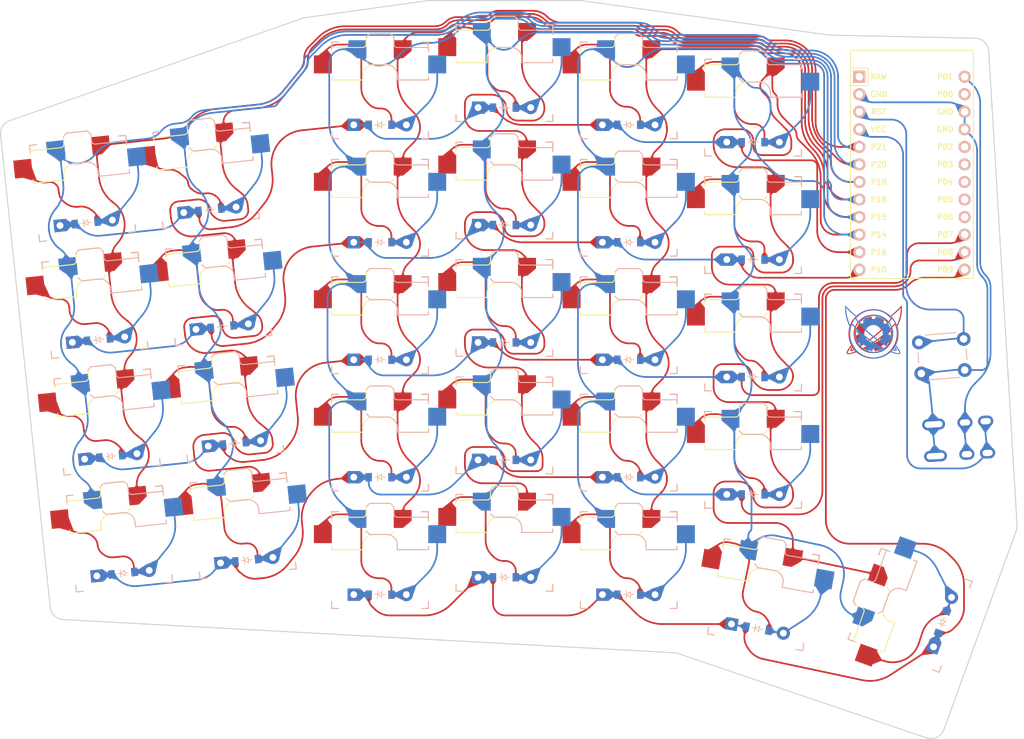
<source format=kicad_pcb>
(kicad_pcb (version 20241229) (generator "pcbnew") (generator_version "9.0")
  (title_block (title "greeny") (rev "1") (company "jsanr"))
  (layers (0 "F.Cu" signal) (2 "B.Cu" signal) (13 "F.Paste" user) (15 "B.Paste" user) (5 "F.SilkS" user "F.Silkscreen") (7 "B.SilkS" user "B.Silkscreen") (1 "F.Mask" user) (3 "B.Mask" user) (25 "Edge.Cuts" user))
  (net 0 "")
  (net 1 "P21")
  (net 2 "outer_bottom")
  (net 3 "outer_home")
  (net 4 "outer_top")
  (net 5 "outer_numbers")
  (net 6 "P20")
  (net 7 "pinky_bottom")
  (net 8 "pinky_home")
  (net 9 "pinky_top")
  (net 10 "pinky_numbers")
  (net 11 "P19")
  (net 12 "ring_mod")
  (net 13 "ring_bottom")
  (net 14 "ring_home")
  (net 15 "ring_top")
  (net 16 "ring_numbers")
  (net 17 "P18")
  (net 18 "middle_mod")
  (net 19 "middle_bottom")
  (net 20 "middle_home")
  (net 21 "middle_top")
  (net 22 "middle_numbers")
  (net 23 "P15")
  (net 24 "index_mod")
  (net 25 "index_bottom")
  (net 26 "index_home")
  (net 27 "index_top")
  (net 28 "index_numbers")
  (net 29 "P14")
  (net 30 "inner_bottom")
  (net 31 "inner_home")
  (net 32 "inner_top")
  (net 33 "inner_numbers")
  (net 34 "layer_cluster")
  (net 35 "space_cluster")
  (net 36 "P8")
  (net 37 "P7")
  (net 38 "P10")
  (net 39 "P16")
  (net 40 "P9")
  (net 41 "RAW")
  (net 42 "GND")
  (net 43 "RST")
  (net 44 "VCC")
  (net 45 "P1")
  (net 46 "P0")
  (net 47 "P2")
  (net 48 "P3")
  (net 49 "P4")
  (net 50 "P5")
  (net 51 "P6")
  (footprint "PG1350" (layer "F.Cu") (at 189.452126 78.017104)
    (property "Reference" "S27" (hide yes))
    (property "Value" "")
  )
  (footprint "ComboDiode" (layer "F.Cu") (at 153.452125 112.017103)
    (property "Reference" "D16" (hide yes))
    (property "Value" "" (hide yes))
  )
  (footprint "ceoloide:mounting_hole_npth" (layer "F.Cu") (at 207.452126 135.817105)
    (property "Reference" "MH5" (hide yes))
    (property "Value" "")
  )
  (footprint "PG1350" (layer "F.Cu") (at 153.452129 107.0171)
    (property "Reference" "S16" (hide yes))
    (property "Value" "")
  )
  (footprint "PG1350" (layer "F.Cu") (at 95.947225 123.537033 6)
    (property "Reference" "S2" (hide yes))
    (property "Value" "")
  )
  (footprint "ComboDiode" (layer "F.Cu") (at 171.452126 131.517104)
    (property "Reference" "D20" (hide yes))
    (property "Value" "" (hide yes))
  )
  (footprint "ceoloide:mounting_hole_npth" (layer "F.Cu") (at 162.452125 148.667101)
    (property "Reference" "MH4" (hide yes))
    (property "Value" "")
  )
  (footprint "ComboDiode" (layer "F.Cu") (at 171.452128 148.517103)
    (property "Reference" "D19" (hide yes))
    (property "Value" "" (hide yes))
  )
  (footprint "PG1350" (layer "F.Cu") (at 135.45213 75.517105)
    (property "Reference" "S13" (hide yes))
    (property "Value" "")
  )
  (footprint "PG1350" (layer "F.Cu") (at 110.294657 87.84178 6)
    (property "Reference" "S8" (hide yes))
    (property "Value" "")
  )
  (footprint "PG1350" (layer "F.Cu") (at 212.181787 150.789447 70)
    (property "Reference" "S29" (hide yes))
    (property "Value" "")
  )
  (footprint "PG1350" (layer "F.Cu") (at 189.452128 129.0171)
    (property "Reference" "S24" (hide yes))
    (property "Value" "")
  )
  (footprint "footprints:sglogo" (layer "F.Cu") (at 207 110.5)
    (property "Reference" "G***" (hide yes))
    (property "Value" "LOGO" (hide yes))
  )
  (footprint "ceoloide:mounting_hole_npth" (layer "F.Cu") (at 107.208008 144.575215 6)
    (property "Reference" "MH2" (hide yes))
    (property "Value" "")
  )
  (footprint "ComboDiode" (layer "F.Cu") (at 153.452126 95.017103)
    (property "Reference" "D17" (hide yes))
    (property "Value" "" (hide yes))
  )
  (footprint "ComboDiode" (layer "F.Cu") (at 94.692888 111.602771 6)
    (property "Reference" "D3" (hide yes))
    (property "Value" "" (hide yes))
  )
  (footprint "ComboDiode" (layer "F.Cu") (at 116.148251 143.535001 6)
    (property "Reference" "D5" (hide yes))
    (property "Value" "" (hide yes))
  )
  (footprint "PG1350" (layer "F.Cu") (at 171.452128 92.517102)
    (property "Reference" "S22" (hide yes))
    (property "Value" "")
  )
  (footprint "PG1350" (layer "F.Cu") (at 171.45213 109.517099)
    (property "Reference" "S21" (hide yes))
    (property "Value" "")
  )
  (footprint "PG1350" (layer "F.Cu") (at 135.452124 126.517103)
    (property "Reference" "S10" (hide yes))
    (property "Value" "")
  )
  (footprint "PG1350" (layer "F.Cu") (at 113.848624 121.655527 6)
    (property "Reference" "S6" (hide yes))
    (property "Value" "")
  )
  (footprint "ComboDiode" (layer "F.Cu") (at 189.452127 134.017106)
    (property "Reference" "D24" (hide yes))
    (property "Value" "" (hide yes))
  )
  (footprint "PG1350" (layer "F.Cu") (at 115.62561 138.562398 6)
    (property "Reference" "S5" (hide yes))
    (property "Value" "")
  )
  (footprint "PG1350" (layer "F.Cu") (at 92.393264 89.723296 6)
    (property "Reference" "S4" (hide yes))
    (property "Value" "")
  )
  (footprint "ceoloide:mounting_hole_npth" (layer "F.Cu") (at 162.452131 77.217098)
    (property "Reference" "MH3" (hide yes))
    (property "Value" "")
  )
  (footprint "ComboDiode" (layer "F.Cu") (at 135.452132 114.517105)
    (property "Reference" "D11" (hide yes))
    (property "Value" "" (hide yes))
  )
  (footprint "ComboDiode" (layer "F.Cu") (at 153.452123 146.017105)
    (property "Reference" "D14" (hide yes))
    (property "Value" "" (hide yes))
  )
  (footprint "PG1350" (layer "F.Cu") (at 171.452129 143.517105)
    (property "Reference" "S19" (hide yes))
    (property "Value" "")
  )
  (footprint "ComboDiode" (layer "F.Cu") (at 96.469874 128.509644 6)
    (property "Reference" "D2" (hide yes))
    (property "Value" "" (hide yes))
  )
  (footprint "ceoloide:mounting_hole_npth" (layer "F.Cu") (at 101.877054 93.854599 6)
    (property "Reference" "MH1" (hide yes))
    (property "Value" "")
  )
  (footprint "PG1350" (layer "F.Cu") (at 153.452124 73.017103)
    (property "Reference" "S18" (hide yes))
    (property "Value" "")
  )
  (footprint "ComboDiode" (layer "F.Cu") (at 189.452126 117.017103)
    (property "Reference" "D25" (hide yes))
    (property "Value" "" (hide yes))
  )
  (footprint "PG1350" (layer "F.Cu") (at 153.452134 141.017101)
    (property "Reference" "S14" (hide yes))
    (property "Value" "")
  )
  (footprint "ComboDiode" (layer "F.Cu") (at 98.246858 145.416517 6)
    (property "Reference" "D1" (hide yes))
    (property "Value" "" (hide yes))
  )
  (footprint "footprints:sglogo_back" (layer "F.Cu") (at 206.25 110.5)
    (property "Reference" "G***" (hide yes))
    (property "Value" "LOGO" (hide yes))
  )
  (footprint "PG1350" (layer "F.Cu") (at 112.071638 104.748658 6)
    (property "Reference" "S7" (hide yes))
    (property "Value" "")
  )
  (footprint "ComboDiode" (layer "F.Cu") (at 112.594285 109.721259 6)
    (property "Reference" "D7" (hide yes))
    (property "Value" "" (hide yes))
  )
  (footprint "PG1350" (layer "F.Cu") (at 153.452132 124.017101)
    (property "Reference" "S15" (hide yes))
    (property "Value" "")
  )
  (footprint "ComboDiode" (layer "F.Cu") (at 135.452129 148.517099)
    (property "Reference" "D9" (hide yes))
    (property "Value" "" (hide yes))
  )
  (footprint "PG1350" (layer "F.Cu") (at 135.452123 109.517103)
    (property "Reference" "S11" (hide yes))
    (property "Value" "")
  )
  (footprint "ComboDiode" (layer "F.Cu") (at 110.817297 92.814391 6)
    (property "Reference" "D8" (hide yes))
    (property "Value" "" (hide yes))
  )
  (footprint "PG1350" (layer "F.Cu") (at 189.452126 95.017106)
    (property "Reference" "S26" (hide yes))
    (property "Value" "")
  )
  (footprint "ComboDiode" (layer "F.Cu") (at 171.452127 114.517103)
    (property "Reference" "D21" (hide yes))
    (property "Value" "" (hide yes))
  )
  (footprint "ComboDiode" (layer "F.Cu") (at 153.452126 78.017101)
    (property "Reference" "D18" (hide yes))
    (property "Value" "" (hide yes))
  )
  (footprint "PG1350" (layer "F.Cu") (at 135.452125 143.517105)
    (property "Reference" "S9" (hide yes))
    (property "Value" "")
  )
  (footprint "PG1350" (layer "F.Cu") (at 171.452126 75.517101)
    (property "Reference" "S23" (hide yes))
    (property "Value" "")
  )
  (footprint "ComboDiode" (layer "F.Cu") (at 216.88025 152.499545 70)
    (property "Reference" "D29" (hide yes))
    (property "Value" "" (hide yes))
  )
  (footprint "ceoloide:trrs_pj320a (reversible, symmetric)" (layer "F.Cu") (at 226.452124 125.517105 -86.5)
    (property "Reference" "TRRS1" (hide yes))
    (property "Value" "")
  )
  (footprint "PG1350" (layer "F.Cu") (at 171.452129 126.517104)
    (property "Reference" "S20" (hide yes))
    (property "Value" "")
  )
  (footprint "ComboDiode" (layer "F.Cu") (at 114.371269 126.628132 6)
    (property "Reference" "D6" (hide yes))
    (property "Value" "" (hide yes))
  )
  (footprint "ComboDiode" (layer "F.Cu") (at 135.452129 97.517102)
    (property "Reference" "D12" (hide yes))
    (property "Value" "" (hide yes))
  )
  (footprint "PG1350" (layer "F.Cu") (at 153.452127 90.017101)
    (property "Reference" "S17" (hide yes))
    (property "Value" "")
  )
  (footprint "PG1350" (layer "F.Cu") (at 97.724211 140.443907 6)
    (property "Reference" "S1" (hide yes))
    (property "Value" "")
  )
  (footprint "ComboDiode" (layer "F.Cu") (at 171.452128 80.517103)
    (property "Reference" "D23" (hide yes))
    (property "Value" "" (hide yes))
  )
  (footprint "ComboDiode" (layer "F.Cu") (at 171.452127 97.517105)
    (property "Reference" "D22" (hide yes))
    (property "Value" "" (hide yes))
  )
  (footprint "PG1350" (layer "F.Cu") (at 190.952126 148.517103 -10)
    (property "Reference" "S28" (hide yes))
    (property "Value" "")
  )
  (footprint "ComboDiode" (layer "F.Cu") (at 153.452124 129.017103)
    (property "Reference" "D15" (hide yes))
    (property "Value" "" (hide yes))
  )
  (footprint "ComboDiode" (layer "F.Cu") (at 189.452128 100.017101)
    (property "Reference" "D26" (hide yes))
    (property "Value" "" (hide yes))
  )
  (footprint "PG1350" (layer "F.Cu") (at 94.170245 106.630166 6)
    (property "Reference" "S3" (hide yes))
    (property "Value" "")
  )
  (footprint "ProMicro" (layer "F.Cu") (at 212.452126 87.517104 -90)
    (property "Reference" "MCU1" (hide yes))
    (property "Value" "" (hide yes))
  )
  (footprint "ComboDiode" (layer "F.Cu") (at 135.452131 80.517103)
    (property "Reference" "D13" (hide yes))
    (property "Value" "" (hide yes))
  )
  (footprint "ComboDiode" (layer "F.Cu") (at 189.452127 83.017105)
    (property "Reference" "D27" (hide yes))
    (property "Value" "" (hide yes))
  )
  (footprint "ComboDiode" (layer "F.Cu") (at 190.083885 153.441143 -10)
    (property "Reference" "D28" (hide yes))
    (property "Value" "" (hide yes))
  )
  (footprint "PG1350" (layer "F.Cu") (at 189.452127 112.017102)
    (property "Reference" "S25" (hide yes))
    (property "Value" "")
  )
  (footprint "ComboDiode" (layer "F.Cu") (at 92.915904 94.6959 6)
    (property "Reference" "D4" (hide yes))
    (property "Value" "" (hide yes))
  )
  (footprint "tht_switch" (layer "F.Cu") (at 213.452131 112.017104 4.5)
    (property "Reference" "RST1" (hide yes))
    (property "Value" "")
  )
  (footprint "PG1350" (layer "F.Cu") (at 135.452123 92.517102)
    (property "Reference" "S12" (hide yes))
    (property "Value" "")
  )
  (footprint "ComboDiode" (layer "F.Cu") (at 135.452125 131.517101)
    (property "Reference" "D10" (hide yes))
    (property "Value" "" (hide yes))
  )
  (gr_line (start 227.550085 139.265344) (end 217.07453 168.046685) (stroke (width 0.15)) (layer "Edge.Cuts"))
  (gr_line (start 142.590351 62.517102) (end 164.313901 62.5171) (stroke (width 0.15)) (layer "Edge.Cuts"))
  (gr_line (start 200.568508 67.519633) (end 221.609258 67.97704) (stroke (width 0.15)) (layer "Edge.Cuts"))
  (gr_arc (start 124.264354 65.082738) (mid 124.454447 65.026694) (end 124.649153 64.989736) (stroke (width 0.15)) (layer "Edge.Cuts"))
  (gr_arc (start 80.521471 82.005235) (mid 80.821237 80.72551) (end 81.850584 79.908197) (stroke (width 0.15)) (layer "Edge.Cuts"))
  (gr_arc (start 217.07453 168.046686) (mid 216.060065 169.165951) (end 214.552189 169.256477) (stroke (width 0.15)) (layer "Edge.Cuts"))
  (gr_line (start 87.703814 150.340673) (end 80.521473 82.005235) (stroke (width 0.15)) (layer "Edge.Cuts"))
  (gr_arc (start 178.021606 156.932552) (mid 178.292375 156.965893) (end 178.556085 157.035775) (stroke (width 0.15)) (layer "Edge.Cuts"))
  (gr_line (start 214.552189 169.256477) (end 178.556085 157.035775) (stroke (width 0.15)) (layer "Edge.Cuts"))
  (gr_arc (start 200.568502 67.519629) (mid 200.452398 67.513725) (end 200.336832 67.501095) (stroke (width 0.15)) (layer "Edge.Cuts"))
  (gr_line (start 124.649153 64.989736) (end 142.315218 62.536117) (stroke (width 0.15)) (layer "Edge.Cuts"))
  (gr_line (start 178.02161 156.932555) (end 89.58438 152.128674) (stroke (width 0.15)) (layer "Edge.Cuts"))
  (gr_arc (start 221.609258 67.97704) (mid 222.952864 68.53572) (end 223.56222 69.857115) (stroke (width 0.15)) (layer "Edge.Cuts"))
  (gr_line (start 223.56222 69.857115) (end 227.667123 138.461849) (stroke (width 0.15)) (layer "Edge.Cuts"))
  (gr_line (start 164.589035 62.536119) (end 200.336832 67.501095) (stroke (width 0.15)) (layer "Edge.Cuts"))
  (gr_arc (start 142.315218 62.536117) (mid 142.452456 62.521862) (end 142.590351 62.517102) (stroke (width 0.15)) (layer "Edge.Cuts"))
  (gr_line (start 81.850584 79.908197) (end 124.264353 65.082736) (stroke (width 0.15)) (layer "Edge.Cuts"))
  (gr_arc (start 227.667123 138.461849) (mid 227.649806 138.869597) (end 227.550085 139.265344) (stroke (width 0.15)) (layer "Edge.Cuts"))
  (gr_arc (start 89.58438 152.128674) (mid 88.314766 151.581054) (end 87.703814 150.340673) (stroke (width 0.15)) (layer "Edge.Cuts"))
  (gr_arc (start 164.313899 62.5171) (mid 164.451795 62.52186) (end 164.589035 62.536119) (stroke (width 0.15)) (layer "Edge.Cuts"))
  (segment (start 198.5 72.677135) (end 198.5 80.130862) (width 0.25) (layer "F.Cu") (net 1))
  (segment (start 95.556718 83.408029) (end 103.995134 82.521116) (width 0.25) (layer "F.Cu") (net 1))
  (segment (start 97.625201 97.414302) (end 97.168862 97.977835) (width 0.25) (layer "F.Cu") (net 1))
  (segment (start 150.282012 64.922937) (end 146.572599 64.922937) (width 0.25) (layer "F.Cu") (net 1))
  (segment (start 94.767261 88.166708) (end 94.415257 84.817616) (width 0.25) (layer "F.Cu") (net 1))
  (segment (start 107.655214 80.533854) (end 107.914207 80.214025) (width 0.25) (layer "F.Cu") (net 1))
  (segment (start 125.164944 69.197244) (end 126.521928 67.840261) (width 0.25) (layer "F.Cu") (net 1))
  (segment (start 143.37731 66.246469) (end 130.369684 66.246469) (width 0.25) (layer "F.Cu") (net 1))
  (segment (start 157.567811 63.996468) (end 152.518705 63.996468) (width 0.25) (layer "F.Cu") (net 1))
  (segment (start 100.880427 130.754261) (end 101.314789 130.21787) (width 0.25) (layer "F.Cu") (net 1))
  (segment (start 194.118333 68.295469) (end 191.999035 68.295469) (width 0.25) (layer "F.Cu") (net 1))
  (segment (start 100.191543 125.425142) (end 100.868686 125.973482) (width 0.25) (layer "F.Cu") (net 1))
  (segment (start 117.782167 77.574289) (end 111.574287 78.226763) (width 0.25) (layer "F.Cu") (net 1))
  (segment (start 98.414559 108.51827) (end 98.994559 108.987945) (width 0.25) (layer "F.Cu") (net 1))
  (segment (start 96.637575 91.611398) (end 97.023288 91.923742) (width 0.25) (layer "F.Cu") (net 1))
  (segment (start 123.85859 72.603093) (end 121.442248 75.587027) (width 0.25) (layer "F.Cu") (net 1))
  (segment (start 99.050906 114.193167) (end 99.485272 113.656771) (width 0.25) (layer "F.Cu") (net 1))
  (segment (start 96.749828 99.842092) (end 96.714948 99.510226) (width 0.25) (layer "F.Cu") (net 1))
  (segment (start 172.585166 65.714103) (end 161.714552 65.714103) (width 0.25) (layer "F.Cu") (net 1))
  (segment (start 98.459659 94.597222) (end 98.456009 94.562486) (width 0.25) (layer "F.Cu") (net 1))
  (segment (start 202.076241 83.707104) (end 204.832126 83.707104) (width 0.25) (layer "F.Cu") (net 1))
  (segment (start 100.229717 132.951023) (end 100.359326 134.184171) (width 0.25) (layer "F.Cu") (net 1))
  (segment (start 96.544245 105.07358) (end 96.19224 101.72448) (width 0.25) (layer "F.Cu") (net 1))
  (segment (start 180.308163 67.746469) (end 190.673637 67.746469) (width 0.25) (layer "F.Cu") (net 1))
  (segment (start 176.695367 66.25) (end 173.878936 66.25) (width 0.25) (layer "F.Cu") (net 1))
  (segment (start 98.321228 121.980453) (end 97.969223 118.631341) (width 0.25) (layer "F.Cu") (net 1))
  (segment (start 98.465796 116.168467) (end 98.526809 116.748962) (width 0.25) (layer "F.Cu") (net 1))
  (arc (start 98.526809 116.748962) (mid 98.481019 117.247284) (end 98.248016 117.690152) (width 0.25) (layer "F.Cu") (net 1))
  (arc (start 124.47375 70.865937) (mid 124.315419 71.787367) (end 123.85859 72.603093) (width 0.25) (layer "F.Cu") (net 1))
  (arc (start 101.970779 128.003285) (mid 101.863038 129.17582) (end 101.314789 130.21787) (width 0.25) (layer "F.Cu") (net 1))
  (arc (start 125.164944 69.197244) (mid 124.653385 69.962847) (end 124.47375 70.865937) (width 0.25) (layer "F.Cu") (net 1))
  (arc (start 144.974955 65.584703) (mid 144.241949 66.074481) (end 143.37731 66.246469) (width 0.25) (layer "F.Cu") (net 1))
  (arc (start 111.574287 78.226763) (mid 109.546601 78.856376) (end 107.914207 80.214025) (width 0.25) (layer "F.Cu") (net 1))
  (arc (start 152.518705 63.996468) (mid 151.91346 64.116858) (end 151.400359 64.459702) (width 0.25) (layer "F.Cu") (net 1))
  (arc (start 97.023288 91.923742) (mid 98.002088 93.100621) (end 98.456009 94.562486) (width 0.25) (layer "F.Cu") (net 1))
  (arc (start 146.572599 64.922937) (mid 145.70796 65.094924) (end 144.974955 65.584703) (width 0.25) (layer "F.Cu") (net 1))
  (arc (start 151.400359 64.459702) (mid 150.887257 64.802546) (end 150.282012 64.922937) (width 0.25) (layer "F.Cu") (net 1))
  (arc (start 100.206861 111.220728) (mid 100.088346 112.510516) (end 99.485272 113.656771) (width 0.25) (layer "F.Cu") (net 1))
  (arc (start 98.321228 121.980453) (mid 98.913789 123.888812) (end 100.191543 125.425142) (width 0.25) (layer "F.Cu") (net 1))
  (arc (start 197.216639 69.578829) (mid 198.166465 71.000344) (end 198.5 72.677135) (width 0.25) (layer "F.Cu") (net 1))
  (arc (start 159.641182 64.855286) (mid 160.592452 65.490904) (end 161.714552 65.714103) (width 0.25) (layer "F.Cu") (net 1))
  (arc (start 197.216639 69.578829) (mid 195.795124 68.629003) (end 194.118333 68.295469) (width 0.25) (layer "F.Cu") (net 1))
  (arc (start 99.050906 114.193167) (mid 98.561895 115.122624) (end 98.465796 116.168467) (width 0.25) (layer "F.Cu") (net 1))
  (arc (start 121.442248 75.587027) (mid 119.809853 76.944675) (end 117.782167 77.574289) (width 0.25) (layer "F.Cu") (net 1))
  (arc (start 98.248016 117.690152) (mid 98.015012 118.133019) (end 97.969223 118.631341) (width 0.25) (layer "F.Cu") (net 1))
  (arc (start 130.369684 66.246469) (mid 128.287293 66.660682) (end 126.521928 67.840261) (width 0.25) (layer "F.Cu") (net 1))
  (arc (start 173.232051 65.982051) (mid 173.528844 66.180362) (end 173.878936 66.25) (width 0.25) (layer "F.Cu") (net 1))
  (arc (start 96.749828 99.842092) (mid 96.704039 100.340417) (end 96.471035 100.783286) (width 0.25) (layer "F.Cu") (net 1))
  (arc (start 96.544245 105.07358) (mid 97.136806 106.981939) (end 98.414559 108.51827) (width 0.25) (layer "F.Cu") (net 1))
  (arc (start 96.471035 100.783286) (mid 96.23803 101.226155) (end 96.19224 101.72448) (width 0.25) (layer "F.Cu") (net 1))
  (arc (start 173.232051 65.982051) (mid 172.935257 65.78374) (end 172.585166 65.714103) (width 0.25) (layer "F.Cu") (net 1))
  (arc (start 159.641182 64.855286) (mid 158.689911 64.219667) (end 157.567811 63.996468) (width 0.25) (layer "F.Cu") (net 1))
  (arc (start 98.459659 94.597222) (mid 98.322606 96.088754) (end 97.625201 97.414302) (width 0.25) (layer "F.Cu") (net 1))
  (arc (start 178.501765 66.998234) (mid 177.672982 66.444459) (end 176.695367 66.25) (width 0.25) (layer "F.Cu") (net 1))
  (arc (start 100.868686 125.973482) (mid 101.621609 126.878773) (end 101.970779 128.003285) (width 0.25) (layer "F.Cu") (net 1))
  (arc (start 191.336336 68.020969) (mid 191.032287 67.817809) (end 190.673637 67.746469) (width 0.25) (layer "F.Cu") (net 1))
  (arc (start 191.336336 68.020969) (mid 191.640384 68.224128) (end 191.999035 68.295469) (width 0.25) (layer "F.Cu") (net 1))
  (arc (start 100.880427 130.754261) (mid 100.33659 131.787925) (end 100.229717 132.951023) (width 0.25) (layer "F.Cu") (net 1))
  (arc (start 94.767261 88.166708) (mid 95.359822 90.075067) (end 96.637575 91.611398) (width 0.25) (layer "F.Cu") (net 1))
  (arc (start 199.547457 82.659647) (mid 200.707673 83.434878) (end 202.076241 83.707104) (width 0.25) (layer "F.Cu") (net 1))
  (arc (start 178.501765 66.998234) (mid 179.330547 67.552009) (end 180.308163 67.746469) (width 0.25) (layer "F.Cu") (net 1))
  (arc (start 98.994559 108.987945) (mid 99.822774 109.983765) (end 100.206861 111.220728) (width 0.25) (layer "F.Cu") (net 1))
  (arc (start 198.5 80.130862) (mid 198.772225 81.49943) (end 199.547457 82.659647) (width 0.25) (layer "F.Cu") (net 1))
  (arc (start 95.556718 83.408029) (mid 95.078801 83.556426) (end 94.694053 83.876418) (width 0.25) (layer "F.Cu") (net 1))
  (arc (start 94.694053 83.876418) (mid 94.461047 84.319289) (end 94.415257 84.817616) (width 0.25) (layer "F.Cu") (net 1))
  (arc (start 107.655214 80.533854) (mid 106.022819 81.891502) (end 103.995134 82.521116) (width 0.25) (layer "F.Cu") (net 1))
  (arc (start 97.168862 97.977835) (mid 96.789499 98.698886) (end 96.714948 99.510226) (width 0.25) (layer "F.Cu") (net 1))
  (segment (start 90.269162 100.845032) (end 90.198352 100.171314) (width 0.25) (layer "B.Cu") (net 1))
  (segment (start 189.409009 67.496469) (end 177.237436 67.496469) (width 0.25) (layer "B.Cu") (net 1))
  (segment (start 92.711833 118.836172) (end 93.118467 122.705035) (width 0.25) (layer "B.Cu") (net 1))
  (segment (start 94.140784 84.863144) (end 94.387961 84.557907) (width 0.25) (layer "B.Cu") (net 1))
  (segment (start 194.84099 69.746469) (end 197.902981 69.746469) (width 0.25) (layer "B.Cu") (net 1))
  (segment (start 91.051258 129.345487) (end 91.044104 129.277413) (width 0.25) (layer "B.Cu") (net 1))
  (segment (start 91.068562 115.30787) (end 90.602697 114.930619) (width 0.25) (layer "B.Cu") (net 1))
  (segment (start 89.157864 85.022424) (end 89.590631 89.139921) (width 0.25) (layer "B.Cu") (net 1))
  (segment (start 106.487416 80.269678) (end 105.747514 80.347445) (width 0.25) (layer "B.Cu") (net 1))
  (segment (start 97.258536 82.999312) (end 101.728708 82.529478) (width 0.25) (layer "B.Cu") (net 1))
  (segment (start 91.908001 86.075446) (end 91.805439 86.086226) (width 0.25) (layer "B.Cu") (net 1))
  (segment (start 91.896891 126.398452) (end 92.097987 126.150121) (width 0.25) (layer "B.Cu") (net 1))
  (segment (start 92.845548 132.214744) (end 92.42363 131.873081) (width 0.25) (layer "B.Cu") (net 1))
  (segment (start 91.163594 106.497365) (end 90.641608 101.530993) (width 0.25) (layer "B.Cu") (net 1))
  (segment (start 87.516268 95.712299) (end 87.523423 95.780372) (width 0.25) (layer "B.Cu") (net 1))
  (segment (start 90.067373 109.837354) (end 90.235885 109.629261) (width 0.25) (layer "B.Cu") (net 1))
  (segment (start 88.747354 84.767084) (end 89.552103 85.418757) (width 0.25) (layer "B.Cu") (net 1))
  (segment (start 130.616153 67) (end 143.41302 67) (width 0.25) (layer "B.Cu") (net 1))
  (segment (start 93.739253 133.860742) (end 93.845208 134.868833) (width 0.25) (layer "B.Cu") (net 1))
  (segment (start 89.414856 98.728294) (end 88.895795 98.307967) (width 0.25) (layer "B.Cu") (net 1))
  (segment (start 124.173251 72.21452) (end 121.442248 75.587027) (width 0.25) (layer "B.Cu") (net 1))
  (segment (start 126.768396 68.593792) (end 124.811391 70.550798) (width 0.25) (layer "B.Cu") (net 1))
  (segment (start 109.932105 78.399364) (end 117.782167 77.574289) (width 0.25) (layer "B.Cu") (net 1))
  (segment (start 88.57015 92.585006) (end 88.369055 92.833338) (width 0.25) (layer "B.Cu") (net 1))
  (segment (start 88.815785 84.392391) (end 88.697943 84.296964) (width 0.25) (layer "B.Cu") (net 1))
  (segment (start 201.75 73.593487) (end 201.75 82.073225) (width 0.25) (layer "B.Cu") (net 1))
  (segment (start 155.685807 64.246468) (end 150.060635 64.246468) (width 0.25) (layer "B.Cu") (net 1))
  (segment (start 91.962266 116.953868) (end 92.027664 117.57609) (width 0.25) (layer "B.Cu") (net 1))
  (segment (start 203.383878 83.707104) (end 204.832126 83.707104) (width 0.25) (layer "B.Cu") (net 1))
  (segment (start 173.012563 65.746468) (end 159.307128 65.746468) (width 0.25) (layer "B.Cu") (net 1))
  (arc (start 88.697943 84.296964) (mid 88.589616 84.28701) (end 88.538966 84.383282) (width 0.25) (layer "B.Cu") (net 1))
  (arc (start 89.280186 112.494856) (mid 89.69919 113.844269) (end 90.602697 114.930619) (width 0.25) (layer "B.Cu") (net 1))
  (arc (start 108.209761 79.334521) (mid 107.441595 79.973397) (end 106.487416 80.269678) (width 0.25) (layer "B.Cu") (net 1))
  (arc (start 157.496468 64.996468) (mid 158.327205 65.551549) (end 159.307128 65.746468) (width 0.25) (layer "B.Cu") (net 1))
  (arc (start 192.125 68.621469) (mid 193.371106 69.454091) (end 194.84099 69.746469) (width 0.25) (layer "B.Cu") (net 1))
  (arc (start 88.538966 84.383282) (mid 88.604988 84.595908) (end 88.747354 84.767084) (width 0.25) (layer "B.Cu") (net 1))
  (arc (start 97.258536 82.999312) (mid 95.668236 83.493113) (end 94.387961 84.557907) (width 0.25) (layer "B.Cu") (net 1))
  (arc (start 157.496468 64.996468) (mid 156.665729 64.441386) (end 155.685807 64.246468) (width 0.25) (layer "B.Cu") (net 1))
  (arc (start 88.369055 92.833338) (mid 87.656331 94.188003) (end 87.516268 95.712299) (width 0.25) (layer "B.Cu") (net 1))
  (arc (start 92.027664 117.57609) (mid 92.136045 117.925133) (end 92.369749 118.206131) (width 0.25) (layer "B.Cu") (net 1))
  (arc (start 93.118467 122.705035) (mid 92.950862 124.529071) (end 92.097987 126.150121) (width 0.25) (layer "B.Cu") (net 1))
  (arc (start 88.815785 84.392391) (mid 89.049485 84.673385) (end 89.157864 85.022424) (width 0.25) (layer "B.Cu") (net 1))
  (arc (start 91.896891 126.398452) (mid 91.184167 127.753117) (end 91.044104 129.277413) (width 0.25) (layer "B.Cu") (net 1))
  (arc (start 103.738111 81.438462) (mid 102.841918 82.183817) (end 101.728708 82.529478) (width 0.25) (layer "B.Cu") (net 1))
  (arc (start 175.125 66.621469) (mid 176.094194 67.269063) (end 177.237436 67.496469) (width 0.25) (layer "B.Cu") (net 1))
  (arc (start 92.845548 132.214744) (mid 93.456105 132.948858) (end 93.739253 133.860742) (width 0.25) (layer "B.Cu") (net 1))
  (arc (start 90.067373 109.837354) (mid 89.409475 111.087814) (end 89.280186 112.494856) (width 0.25) (layer "B.Cu") (net 1))
  (arc (start 91.163594 106.497365) (mid 91.011226 108.155579) (end 90.235885 109.629261) (width 0.25) (layer "B.Cu") (net 1))
  (arc (start 92.369749 118.206131) (mid 92.603452 118.487129) (end 92.711833 118.836172) (width 0.25) (layer "B.Cu") (net 1))
  (arc (start 173.012563 65.746468) (mid 174.155805 65.973873) (end 175.125 66.621469) (width 0.25) (layer "B.Cu") (net 1))
  (arc (start 89.414856 98.728294) (mid 89.950121 99.37188) (end 90.198352 100.171314) (width 0.25) (layer "B.Cu") (net 1))
  (arc (start 89.590631 89.139921) (mid 89.423025 90.963957) (end 88.57015 92.585006) (width 0.25) (layer "B.Cu") (net 1))
  (arc (start 121.442248 75.587027) (mid 119.809853 76.944675) (end 117.782167 77.574289) (width 0.25) (layer "B.Cu") (net 1))
  (arc (start 202.228552 83.228552) (mid 202.75862 83.582732) (end 203.383878 83.707104) (width 0.25) (layer "B.Cu") (net 1))
  (arc (start 124.811391 70.550798) (mid 124.5615 70.924787) (end 124.47375 71.365937) (width 0.25) (layer "B.Cu") (net 1))
  (arc (start 200.623234 70.873234) (mid 201.457163 72.121296) (end 201.75 73.593487) (width 0.25) (layer "B.Cu") (net 1))
  (arc (start 105.747514 80.347445) (mid 104.634304 80.693106) (end 103.738111 81.438462) (width 0.25) (layer "B.Cu") (net 1))
  (arc (start 87.523423 95.780372) (mid 87.958224 97.18066) (end 88.895795 98.307967) (width 0.25) (layer "B.Cu") (net 1))
  (arc (start 130.616153 67) (mid 128.533762 67.414213) (end 126.768396 68.593792) (width 0.25) (layer "B.Cu") (net 1))
  (arc (start 89.552103 85.418757) (mid 90.612387 85.976599) (end 91.805439 86.086226) (width 0.25) (layer "B.Cu") (net 1))
  (arc (start 90.269162 100.845032) (mid 90.328162 101.035043) (end 90.455386 101.188013) (width 0.25) (layer "B.Cu") (net 1))
  (arc (start 146.736828 65.623234) (mid 145.211852 66.64219) (end 143.41302 67) (width 0.25) (layer "B.Cu") (net 1))
  (arc (start 200.623234 70.873234) (mid 199.375171 70.039305) (end 197.902981 69.746469) (width 0.25) (layer "B.Cu") (net 1))
  (arc (start 109.932105 78.399364) (mid 108.977926 78.695645) (end 108.209761 79.334521) (width 0.25) (layer "B.Cu") (net 1))
  (arc (start 150.060635 64.246468) (mid 148.261803 64.604277) (end 146.736828 65.623234) (width 0.25) (layer "B.Cu") (net 1))
  (arc (start 91.051258 129.345487) (mid 91.486059 130.745775) (end 92.42363 131.873081) (width 0.25) (layer "B.Cu") (net 1))
  (arc (start 192.125 68.621469) (mid 190.878892 67.788846) (end 189.409009 67.496469) (width 0.25) (layer "B.Cu") (net 1))
  (arc (start 124.47375 71.365937) (mid 124.396407 71.816046) (end 124.173251 72.21452) (width 0.25) (layer "B.Cu") (net 1))
  (arc (start 94.140784 84.863144) (mid 93.144963 85.691359) (end 91.908001 86.075446) (width 0.25) (layer "B.Cu") (net 1))
  (arc (start 201.75 82.073225) (mid 201.874371 82.698483) (end 202.228552 83.228552) (width 0.25) (layer "B.Cu") (net 1))
  (arc (start 91.068562 115.30787) (mid 91.679118 116.041984) (end 91.962266 116.953868) (width 0.25) (layer "B.Cu") (net 1))
  (arc (start 90.455386 101.188013) (mid 90.582608 101.340981) (end 90.641608 101.530993) (width 0.25) (layer "B.Cu") (net 1))
  (segment (start 98.146219 142.985132) (end 96.906569 143.115425) (width 0.25) (layer "F.Cu") (net 2))
  (segment (start 95.236573 142.567314) (end 95.340621 142.65157) (width 0.25) (layer "F.Cu") (net 2))
  (segment (start 93.914062 140.131551) (end 93.803111 140.041705) (width 0.25) (layer "F.Cu") (net 2))
  (segment (start 89.116814 137.715032) (end 89.102561 137.579423) (width 0.25) (layer "F.Cu") (net 2))
  (segment (start 89.237035 137.936452) (end 90.702693 139.123319) (width 0.25) (layer "F.Cu") (net 2))
  (segment (start 99.887822 145.244047) (end 102.035984 145.018264) (width 0.25) (layer "F.Cu") (net 2))
  (segment (start 99.79033 144.316507) (end 99.887819 145.244046) (width 0.25) (layer "F.Cu") (net 2))
  (arc (start 89.116814 137.715032) (mid 89.154902 137.837698) (end 89.237035 137.936452) (width 0.25) (layer "F.Cu") (net 2))
  (arc (start 93.914062 140.131551) (mid 94.365816 140.674726) (end 94.575318 141.349433) (width 0.25) (layer "F.Cu") (net 2))
  (arc (start 90.702693 139.123319) (mid 91.432128 139.507093) (end 92.252902 139.582512) (width 0.25) (layer "F.Cu") (net 2))
  (arc (start 99.244012 143.310313) (mid 98.727456 143.03854) (end 98.146219 142.985132) (width 0.25) (layer "F.Cu") (net 2))
  (arc (start 93.803111 140.041705) (mid 93.073676 139.65793) (end 92.252902 139.582512) (width 0.25) (layer "F.Cu") (net 2))
  (arc (start 94.575318 141.349433) (mid 94.78482 142.024139) (end 95.236573 142.567314) (width 0.25) (layer "F.Cu") (net 2))
  (arc (start 99.244012 143.310313) (mid 99.617243 143.759075) (end 99.79033 144.316507) (width 0.25) (layer "F.Cu") (net 2))
  (arc (start 95.340621 142.65157) (mid 96.077461 143.03924) (end 96.906569 143.115425) (width 0.25) (layer "F.Cu") (net 2))
  (segment (start 104.661481 141.776048) (end 102.035985 145.018265) (width 0.25) (layer "B.Cu") (net 2))
  (segment (start 105.78585 137.980244) (end 105.561898 135.849477) (width 0.25) (layer "B.Cu") (net 2))
  (segment (start 99.887822 145.244047) (end 102.035984 145.018264) (width 0.25) (layer "B.Cu") (net 2))
  (arc (start 105.78585 137.980244) (mid 105.601182 139.989971) (end 104.661481 141.776048) (width 0.25) (layer "B.Cu") (net 2))
  (segment (start 88.925709 122.216446) (end 87.460049 121.029578) (width 0.25) (layer "F.Cu") (net 3))
  (segment (start 90.475918 122.675638) (end 90.642891 122.658089) (width 0.25) (layer "F.Cu") (net 3))
  (segment (start 98.055838 127.813912) (end 98.110835 128.337172) (width 0.25) (layer "F.Cu") (net 3))
  (segment (start 87.339828 120.808158) (end 87.325575 120.672549) (width 0.25) (layer "F.Cu") (net 3))
  (segment (start 97.244529 126.678203) (end 97.591952 126.959541) (width 0.25) (layer "F.Cu") (net 3))
  (segment (start 95.520358 126.16748) (end 94.456516 126.279295) (width 0.25) (layer "F.Cu") (net 3))
  (segment (start 92.519088 124.177404) (end 92.580319 124.759981) (width 0.25) (layer "F.Cu") (net 3))
  (segment (start 98.110837 128.337176) (end 100.259001 128.11139) (width 0.25) (layer "F.Cu") (net 3))
  (arc (start 87.339828 120.808158) (mid 87.377916 120.930824) (end 87.460049 121.029578) (width 0.25) (layer "F.Cu") (net 3))
  (arc (start 97.244529 126.678203) (mid 96.433238 126.251362) (end 95.520358 126.16748) (width 0.25) (layer "F.Cu") (net 3))
  (arc (start 88.925709 122.216446) (mid 89.655144 122.60022) (end 90.475918 122.675638) (width 0.25) (layer "F.Cu") (net 3))
  (arc (start 91.89565 123.029174) (mid 91.306177 122.719037) (end 90.642891 122.658089) (width 0.25) (layer "F.Cu") (net 3))
  (arc (start 91.89565 123.029174) (mid 92.321567 123.541284) (end 92.519088 124.177404) (width 0.25) (layer "F.Cu") (net 3))
  (arc (start 93.203757 125.908211) (mid 93.79323 126.218347) (end 94.456516 126.279295) (width 0.25) (layer "F.Cu") (net 3))
  (arc (start 92.580319 124.759981) (mid 92.777839 125.396101) (end 93.203757 125.908211) (width 0.25) (layer "F.Cu") (net 3))
  (arc (start 97.591952 126.959541) (mid 97.908867 127.34059) (end 98.055838 127.813912) (width 0.25) (layer "F.Cu") (net 3))
  (segment (start 102.884495 124.869175) (end 100.259002 128.11139) (width 0.25) (layer "B.Cu") (net 3))
  (segment (start 104.008867 121.073371) (end 103.784917 118.942605) (width 0.25) (layer "B.Cu") (net 3))
  (segment (start 98.110837 128.337176) (end 100.259001 128.11139) (width 0.25) (layer "B.Cu") (net 3))
  (arc (start 104.008867 121.073371) (mid 103.824196 123.083098) (end 102.884495 124.869175) (width 0.25) (layer "B.Cu") (net 3))
  (segment (start 96.265786 110.782723) (end 96.333849 111.430299) (width 0.25) (layer "F.Cu") (net 4))
  (segment (start 95.69169 109.72537) (end 95.578794 109.633949) (width 0.25) (layer "F.Cu") (net 4))
  (segment (start 88.823249 105.7557) (end 89.041716 105.732739) (width 0.25) (layer "F.Cu") (net 4))
  (segment (start 96.333851 111.430299) (end 98.482014 111.204519) (width 0.25) (layer "F.Cu") (net 4))
  (segment (start 85.549781 103.776974) (end 85.548594 103.765682) (width 0.25) (layer "F.Cu") (net 4))
  (segment (start 85.559792 103.795412) (end 87.494498 105.362107) (width 0.25) (layer "F.Cu") (net 4))
  (segment (start 90.448863 106.872224) (end 90.510094 107.454802) (width 0.25) (layer "F.Cu") (net 4))
  (segment (start 92.85534 109.353944) (end 94.167815 109.215998) (width 0.25) (layer "F.Cu") (net 4))
  (arc (start 87.494498 105.362107) (mid 88.119728 105.691056) (end 88.823249 105.7557) (width 0.25) (layer "F.Cu") (net 4))
  (arc (start 95.69169 109.72537) (mid 96.083898 110.196949) (end 96.265786 110.782723) (width 0.25) (layer "F.Cu") (net 4))
  (arc (start 89.981285 106.011052) (mid 90.300723 106.395134) (end 90.448863 106.872224) (width 0.25) (layer "F.Cu") (net 4))
  (arc (start 85.549781 103.776974) (mid 85.552952 103.787188) (end 85.559792 103.795412) (width 0.25) (layer "F.Cu") (net 4))
  (arc (start 95.578794 109.633949) (mid 94.914872 109.284643) (end 94.167815 109.215998) (width 0.25) (layer "F.Cu") (net 4))
  (arc (start 90.510094 107.454802) (mid 90.756995 108.249952) (end 91.289392 108.89009) (width 0.25) (layer "F.Cu") (net 4))
  (arc (start 89.981285 106.011052) (mid 89.53918 105.778449) (end 89.041716 105.732739) (width 0.25) (layer "F.Cu") (net 4))
  (arc (start 91.289392 108.89009) (mid 92.026232 109.27776) (end 92.85534 109.353944) (width 0.25) (layer "F.Cu") (net 4))
  (segment (start 102.231886 104.166496) (end 102.007934 102.035733) (width 0.25) (layer "B.Cu") (net 4))
  (segment (start 96.333851 111.430299) (end 98.482014 111.204519) (width 0.25) (layer "B.Cu") (net 4))
  (segment (start 101.107518 107.962294) (end 98.482016 111.204517) (width 0.25) (layer "B.Cu") (net 4))
  (arc (start 102.231886 104.166496) (mid 102.047217 106.17622) (end 101.107518 107.962294) (width 0.25) (layer "B.Cu") (net 4))
  (segment (start 85.274598 88.324037) (end 83.906087 87.215838) (width 0.25) (layer "F.Cu") (net 5))
  (segment (start 89.728002 91.702864) (end 89.872288 91.819704) (width 0.25) (layer "F.Cu") (net 5))
  (segment (start 83.785867 86.99442) (end 83.771614 86.858812) (width 0.25) (layer "F.Cu") (net 5))
  (segment (start 93.69056 92.864458) (end 94.037981 93.145794) (width 0.25) (layer "F.Cu") (net 5))
  (segment (start 94.556864 94.52343) (end 96.705031 94.297645) (width 0.25) (layer "F.Cu") (net 5))
  (segment (start 91.966391 92.353735) (end 91.751425 92.376329) (width 0.25) (layer "F.Cu") (net 5))
  (segment (start 94.501868 94.000167) (end 94.556865 94.523428) (width 0.25) (layer "F.Cu") (net 5))
  (segment (start 88.92051 89.93922) (end 88.956538 90.282002) (width 0.25) (layer "F.Cu") (net 5))
  (segment (start 87.046265 88.848829) (end 87.513363 88.799735) (width 0.25) (layer "F.Cu") (net 5))
  (arc (start 88.956538 90.282002) (mid 89.200956 91.06916) (end 89.728002 91.702864) (width 0.25) (layer "F.Cu") (net 5))
  (arc (start 94.037981 93.145794) (mid 94.354897 93.526844) (end 94.501868 94.000167) (width 0.25) (layer "F.Cu") (net 5))
  (arc (start 85.274598 88.324037) (mid 86.108237 88.762636) (end 87.046265 88.848829) (width 0.25) (layer "F.Cu") (net 5))
  (arc (start 83.785867 86.99442) (mid 83.823955 87.117085) (end 83.906087 87.215838) (width 0.25) (layer "F.Cu") (net 5))
  (arc (start 93.69056 92.864458) (mid 92.87927 92.437617) (end 91.966391 92.353735) (width 0.25) (layer "F.Cu") (net 5))
  (arc (start 89.872288 91.819704) (mid 90.756496 92.284908) (end 91.751425 92.376329) (width 0.25) (layer "F.Cu") (net 5))
  (arc (start 88.452932 89.078048) (mid 88.77237 89.46213) (end 88.92051 89.93922) (width 0.25) (layer "F.Cu") (net 5))
  (arc (start 88.452932 89.078048) (mid 88.010827 88.845445) (end 87.513363 88.799735) (width 0.25) (layer "F.Cu") (net 5))
  (segment (start 94.556864 94.52343) (end 96.705031 94.297645) (width 0.25) (layer "B.Cu") (net 5))
  (segment (start 100.454903 87.259624) (end 100.230951 85.128866) (width 0.25) (layer "B.Cu") (net 5))
  (segment (start 99.330539 91.055414) (end 96.705031 94.297646) (width 0.25) (layer "B.Cu") (net 5))
  (arc (start 100.454903 87.259624) (mid 100.270236 89.269344) (end 99.330539 91.055414) (width 0.25) (layer "B.Cu") (net 5))
  (segment (start 110.492369 113.533268) (end 113.675819 113.198674) (width 0.25) (layer "F.Cu") (net 6))
  (segment (start 114.093635 99.84297) (end 114.457906 103.308782) (width 0.25) (layer "F.Cu") (net 6))
  (segment (start 157.241835 64.447468) (end 152.705514 64.447468) (width 0.25) (layer "F.Cu") (net 6))
  (segment (start 121.743142 76.058156) (end 124.356197 72.831302) (width 0.25) (layer "F.Cu") (net 6))
  (segment (start 109.950002 125.404995) (end 112.521623 125.134707) (width 0.25) (layer "F.Cu") (net 6))
  (segment (start 106.220225 91.609729) (end 108.967654 91.320962) (width 0.25) (layer "F.Cu") (net 6))
  (segment (start 176.522988 66.746469) (end 173.58511 66.746469) (width 0.25) (layer "F.Cu") (net 6))
  (segment (start 110.220413 91.692046) (end 110.284222 91.743718) (width 0.25) (layer "F.Cu") (net 6))
  (segment (start 108.430687 127.281192) (end 108.577969 128.682482) (width 0.25) (layer "F.Cu") (net 6))
  (segment (start 108.466754 96.652527) (end 112.747714 96.202581) (width 0.25) (layer "F.Cu") (net 6))
  (segment (start 118.356885 109.313083) (end 118.392913 109.655865) (width 0.25) (layer "F.Cu") (net 6))
  (segment (start 146.759408 65.373937) (end 150.468824 65.373937) (width 0.25) (layer "F.Cu") (net 6))
  (segment (start 113.83819 125.557462) (end 113.774381 125.505791) (width 0.25) (layer "F.Cu") (net 6))
  (segment (start 191.812225 68.746469) (end 194.152981 68.746469) (width 0.25) (layer "F.Cu") (net 6))
  (segment (start 111.169078 108.183224) (end 108.245839 108.490469) (width 0.25) (layer "F.Cu") (net 6))
  (segment (start 112.31665 82.936098) (end 112.668655 86.285196) (width 0.25) (layer "F.Cu") (net 6))
  (segment (start 113.153453 94.400296) (end 115.227814 94.182272) (width 0.25) (layer "F.Cu") (net 6))
  (segment (start 115.313255 90.35689) (end 114.538969 89.729886) (width 0.25) (layer "F.Cu") (net 6))
  (segment (start 118.990498 124.49793) (end 118.119069 123.792261) (width 0.25) (layer "F.Cu") (net 6))
  (segment (start 126.708737 68.291261) (end 125.717311 69.282688) (width 0.25) (layer "F.Cu") (net 6))
  (segment (start 117.585421 107.892221) (end 116.445168 106.968863) (width 0.25) (layer "F.Cu") (net 6))
  (segment (start 180.026011 68.197468) (end 190.486824 68.197468) (width 0.25) (layer "F.Cu") (net 6))
  (segment (start 130.556494 66.697468) (end 143.564122 66.697468) (width 0.25) (layer "F.Cu") (net 6))
  (segment (start 111.386314 93.773521) (end 111.587505 93.936442) (width 0.25) (layer "F.Cu") (net 6))
  (segment (start 112.874241 81.053705) (end 112.796634 80.315324) (width 0.25) (layer "F.Cu") (net 6))
  (segment (start 114.313975 78.441565) (end 118.083061 78.045418) (width 0.25) (layer "F.Cu") (net 6))
  (segment (start 105.183411 93.993729) (end 105.08074 93.016876) (width 0.25) (layer "F.Cu") (net 6))
  (segment (start 116.248755 120.347571) (end 115.870618 116.749842) (width 0.25) (layer "F.Cu") (net 6))
  (segment (start 114.940282 127.587265) (end 115.141473 127.750186) (width 0.25) (layer "F.Cu") (net 6))
  (segment (start 116.301679 130.016325) (end 110.923214 130.581625) (width 0.25) (layer "F.Cu") (net 6))
  (segment (start 116.367299 92.775125) (end 116.305139 92.183713) (width 0.25) (layer "F.Cu") (net 6))
  (segment (start 107.209025 110.874468) (end 107.106354 109.897616) (width 0.25) (layer "F.Cu") (net 6))
  (segment (start 112.576224 109.322709) (end 112.629802 109.832465) (width 0.25) (layer "F.Cu") (net 6))
  (segment (start 201.671549 85.421549) (end 199.593792 83.343792) (width 0.25) (layer "F.Cu") (net 6))
  (segment (start 161.388576 66.165103) (end 172.18157 66.165103) (width 0.25) (layer "F.Cu") (net 6))
  (segment (start 203.664615 86.247104) (end 204.832126 86.247104) (width 0.25) (layer "F.Cu") (net 6))
  (segment (start 117.253428 111.063012) (end 114.505999 111.351779) (width 0.25) (layer "F.Cu") (net 6))
  (segment (start 119.872173 126.121773) (end 119.921267 126.58887) (width 0.25) (layer "F.Cu") (net 6))
  (segment (start 198 72.593487) (end 198 79.496036) (width 0.25) (layer "F.Cu") (net 6))
  (segment (start 115.556583 113.755781) (end 116.001835 114.116339) (width 0.25) (layer "F.Cu") (net 6))
  (segment (start 116.176223 115.775539) (end 116.149413 115.808648) (width 0.25) (layer "F.Cu") (net 6))
  (segment (start 114.651222 97.960585) (end 114.626342 97.723863) (width 0.25) (layer "F.Cu") (net 6))
  (segment (start 116.707421 128.214041) (end 118.781782 127.996017) (width 0.25) (layer "F.Cu") (net 6))
  (segment (start 118.180314 131.537614) (end 118.260724 132.302662) (width 0.25) (layer "F.Cu") (net 6))
  (arc (start 113.83819 125.557462) (mid 114.214651 126.010108) (end 114.389236 126.572364) (width 0.25) (layer "F.Cu") (net 6))
  (arc (start 118.990498 124.49793) (mid 119.592837 125.222163) (end 119.872173 126.121773) (width 0.25) (layer "F.Cu") (net 6))
  (arc (start 114.002096 96.574146) (mid 114.428565 97.086919) (end 114.626342 97.723863) (width 0.25) (layer "F.Cu") (net 6))
  (arc (start 108.577969 128.682482) (mid 108.824869 129.477632) (end 109.357266 130.11777) (width 0.25) (layer "F.Cu") (net 6))
  (arc (start 110.284222 91.743718) (mid 110.660683 92.196364) (end 110.835269 92.75862) (width 0.25) (layer "F.Cu") (net 6))
  (arc (start 159.315206 65.306286) (mid 158.363935 64.670667) (end 157.241835 64.447468) (width 0.25) (layer "F.Cu") (net 6))
  (arc (start 191.149525 68.471968) (mid 190.845475 68.268808) (end 190.486824 68.197468) (width 0.25) (layer "F.Cu") (net 6))
  (arc (start 113.774381 125.505791) (mid 113.184908 125.195654) (end 112.521623 125.134707) (width 0.25) (layer "F.Cu") (net 6))
  (arc (start 109.357266 130.11777) (mid 110.094106 130.50544) (end 110.923214 130.581625) (width 0.25) (layer "F.Cu") (net 6))
  (arc (start 114.457906 103.308782) (mid 115.087519 105.336468) (end 116.445168 106.968863) (width 0.25) (layer "F.Cu") (net 6))
  (arc (start 196.873234 69.873234) (mid 195.625171 69.039305) (end 194.152981 68.746469) (width 0.25) (layer "F.Cu") (net 6))
  (arc (start 106.220225 91.609729) (mid 105.743135 91.757869) (end 105.359053 92.077308) (width 0.25) (layer "F.Cu") (net 6))
  (arc (start 106.274428 96.003131) (mid 107.306004 96.545869) (end 108.466754 96.652527) (width 0.25) (layer "F.Cu") (net 6))
  (arc (start 151.587169 64.910702) (mid 151.074068 65.253546) (end 150.468824 65.373937) (width 0.25) (layer "F.Cu") (net 6))
  (arc (start 110.835269 92.75862) (mid 111.009853 93.320875) (end 111.386314 93.773521) (width 0.25) (layer "F.Cu") (net 6))
  (arc (start 172.88334 66.455786) (mid 172.561365 66.240649) (end 172.18157 66.165103) (width 0.25) (layer "F.Cu") (net 6))
  (arc (start 201.671549 85.421549) (mid 202.585975 86.032549) (end 203.664615 86.247104) (width 0.25) (layer "F.Cu") (net 6))
  (arc (start 118.1146 110.595434) (mid 117.730517 110.914872) (end 117.253428 111.063012) (width 0.25) (layer "F.Cu") (net 6))
  (arc (start 121.743142 76.058156) (mid 120.110747 77.415804) (end 118.083061 78.045418) (width 0.25) (layer "F.Cu") (net 6))
  (arc (start 191.149525 68.471968) (mid 191.453574 68.675128) (end 191.812225 68.746469) (width 0.25) (layer "F.Cu") (net 6))
  (arc (start 146.759408 65.373937) (mid 145.89477 65.545924) (end 145.161765 66.035702) (width 0.25) (layer "F.Cu") (net 6))
  (arc (start 114.389236 126.572364) (mid 114.563821 127.134619) (end 114.940282 127.587265) (width 0.25) (layer "F.Cu") (net 6))
  (arc (start 130.556494 66.697468) (mid 128.474103 67.111681) (end 126.708737 68.291261) (width 0.25) (layer "F.Cu") (net 6))
  (arc (start 116.432661 114.909822) (mid 116.390543 115.368185) (end 116.176223 115.775539) (width 0.25) (layer "F.Cu") (net 6))
  (arc (start 116.248755 120.347571) (mid 116.841316 122.25593) (end 118.119069 123.792261) (width 0.25) (layer "F.Cu") (net 6))
  (arc (start 114.651222 97.960585) (mid 114.605432 98.458909) (end 114.372429 98.901778) (width 0.25) (layer "F.Cu") (net 6))
  (arc (start 105.359053 92.077308) (mid 105.12645 92.519412) (end 105.08074 93.016876) (width 0.25) (layer "F.Cu") (net 6))
  (arc (start 114.002096 96.574146) (mid 113.411859 96.263607) (end 112.747714 96.202581) (width 0.25) (layer "F.Cu") (net 6))
  (arc (start 110.220413 91.692046) (mid 109.63094 91.381909) (end 108.967654 91.320962) (width 0.25) (layer "F.Cu") (net 6))
  (arc (start 152.705514 64.447468) (mid 152.10027 64.567858) (end 151.587169 64.910702) (width 0.25) (layer "F.Cu") (net 6))
  (arc (start 178.2745 67.471969) (mid 179.0781 68.008917) (end 180.026011 68.197468) (width 0.25) (layer "F.Cu") (net 6))
  (arc (start 109.950002 125.404995) (mid 109.313882 125.602515) (end 108.801772 126.028433) (width 0.25) (layer "F.Cu") (net 6))
  (arc (start 112.668655 86.285196) (mid 113.261216 88.193555) (end 114.538969 89.729886) (width 0.25) (layer "F.Cu") (net 6))
  (arc (start 113.167236 79.064193) (mid 112.857502 79.6529) (end 112.796634 80.315324) (width 0.25) (layer "F.Cu") (net 6))
  (arc (start 108.801772 126.028433) (mid 108.491635 126.617906) (end 108.430687 127.281192) (width 0.25) (layer "F.Cu") (net 6))
  (arc (start 116.149413 115.808648) (mid 115.916408 116.251517) (end 115.870618 116.749842) (width 0.25) (layer "F.Cu") (net 6))
  (arc (start 115.556583 113.755781) (mid 114.671608 113.290174) (end 113.675819 113.198674) (width 0.25) (layer "F.Cu") (net 6))
  (arc (start 159.315206 65.306286) (mid 160.266476 65.941904) (end 161.388576 66.165103) (width 0.25) (layer "F.Cu") (net 6))
  (arc (start 117.585421 107.892221) (mid 118.112466 108.525925) (end 118.356885 109.313083) (width 0.25) (layer "F.Cu") (net 6))
  (arc (start 196.873234 69.873234) (mid 197.707163 71.121296) (end 198 72.593487) (width 0.25) (layer "F.Cu") (net 6))
  (arc (start 107.384667 108.958048) (mid 107.152064 109.400152) (end 107.106354 109.897616) (width 0.25) (layer "F.Cu") (net 6))
  (arc (start 112.874241 81.053705) (mid 112.828451 81.552031) (end 112.595446 81.994902) (width 0.25) (layer "F.Cu") (net 6))
  (arc (start 116.367299 92.775125) (mid 116.321588 93.272589) (end 116.088986 93.714694) (width 0.25) (layer "F.Cu") (net 6))
  (arc (start 112.108646 108.461537) (mid 111.666542 108.228934) (end 111.169078 108.183224) (width 0.25) (layer "F.Cu") (net 6))
  (arc (start 105.183411 93.993729) (mid 105.529072 95.106938) (end 106.274428 96.003131) (width 0.25) (layer "F.Cu") (net 6))
  (arc (start 108.245839 108.490469) (mid 107.768749 108.638609) (end 107.384667 108.958048) (width 0.25) (layer "F.Cu") (net 6))
  (arc (start 125.717311 69.282688) (mid 125.184308 70.080383) (end 124.997143 71.021329) (width 0.25) (layer "F.Cu") (net 6))
  (arc (start 117.556066 130.387892) (mid 117.982537 130.900667) (end 118.180314 131.537614) (width 0.25) (layer "F.Cu") (net 6))
  (arc (start 145.161765 66.035702) (mid 144.42876 66.52548) (end 143.564122 66.697468) (width 0.25) (layer "F.Cu") (net 6))
  (arc (start 124.997143 71.021329) (mid 124.832175 71.981382) (end 124.356197 72.831302) (width 0.25) (layer "F.Cu") (net 6))
  (arc (start 112.595446 81.994902) (mid 112.36244 82.437772) (end 112.31665 82.936098) (width 0.25) (layer "F.Cu") (net 6))
  (arc (start 118.392913 109.655865) (mid 118.347202 110.153329) (end 118.1146 110.595434) (width 0.25) (layer "F.Cu") (net 6))
  (arc (start 112.629802 109.832465) (mid 112.827322 110.468585) (end 113.25324 110.980695) (width 0.25) (layer "F.Cu") (net 6))
  (arc (start 198 79.496036) (mid 198.414213 81.578426) (end 199.593792 83.343792) (width 0.25) (layer "F.Cu") (net 6))
  (arc (start 119.642954 127.528439) (mid 119.258871 127.847877) (end 118.781782 127.996017) (width 0.25) (layer "F.Cu") (net 6))
  (arc (start 113.25324 110.980695) (mid 113.842713 111.290831) (end 114.505999 111.351779) (width 0.25) (layer "F.Cu") (net 6))
  (arc (start 172.88334 66.455786) (mid 173.205314 66.670922) (end 173.58511 66.746469) (width 0.25) (layer "F.Cu") (net 6))
  (arc (start 107.209025 110.874468) (mid 107.554686 111.987678) (end 108.300042 112.883871) (width 0.25) (layer "F.Cu") (net 6))
  (arc (start 112.108646 108.461537) (mid 112.428084 108.845619) (end 112.576224 109.322709) (width 0.25) (layer "F.Cu") (net 6))
  (arc (start 116.001835 114.116339) (mid 116.296164 114.470232) (end 116.432661 114.909822) (width 0.25) (layer "F.Cu") (net 6))
  (arc (start 117.556066 130.387892) (mid 116.965827 130.077352) (end 116.301679 130.016325) (width 0.25) (layer "F.Cu") (net 6))
  (arc (start 115.141473 127.750186) (mid 115.878313 128.137856) (end 116.707421 128.214041) (width 0.25) (layer "F.Cu") (net 6))
  (arc (start 114.313975 78.441565) (mid 113.678681 78.638828) (end 113.167236 79.064193) (width 0.25) (layer "F.Cu") (net 6))
  (arc (start 116.088986 93.714694) (mid 115.704903 94.034132) (end 115.227814 94.182272) (width 0.25) (layer "F.Cu") (net 6))
  (arc (start 178.2745 67.471969) (mid 177.470899 66.93502) (end 176.522988 66.746469) (width 0.25) (layer "F.Cu") (net 6))
  (arc (start 111.587505 93.936442) (mid 112.324346 94.324112) (end 113.153453 94.400296) (width 0.25) (layer "F.Cu") (net 6))
  (arc (start 108.300042 112.883871) (mid 109.331618 113.42661) (end 110.492369 113.533268) (width 0.25) (layer "F.Cu") (net 6))
  (arc (start 114.372429 98.901778) (mid 114.139424 99.344646) (end 114.093635 99.84297) (width 0.25) (layer "F.Cu") (net 6))
  (arc (start 119.921267 126.58887) (mid 119.875556 127.086334) (end 119.642954 127.528439) (width 0.25) (layer "F.Cu") (net 6))
  (arc (start 115.313255 90.35689) (mid 115.990886 91.171652) (end 116.305139 92.183713) (width 0.25) (layer "F.Cu") (net 6))
  (segment (start 130.753963 67.5) (end 143.516182 67.5) (width 0.25) (layer "B.Cu") (net 6))
  (segment (start 176.987436 67.947469) (end 189.159009 67.947469) (width 0.25) (layer "B.Cu") (net 6))
  (segment (start 110.322617 113.75701) (end 111.563368 112.224811) (width 0.25) (layer "B.Cu") (net 6))
  (segment (start 112.570802 123.621275) (end 112.58461 123.632457) (width 0.25) (layer "B.Cu") (net 6))
  (segment (start 111.028045 107.131545) (end 110.819951 106.963034) (width 0.25) (layer "B.Cu") (net 6))
  (segment (start 159.06066 66.197468) (end 172.762563 66.197468) (width 0.25) (layer "B.Cu") (net 6))
  (segment (start 112.04707 131.009653) (end 113.209154 129.574599) (width 0.25) (layer "B.Cu") (net 6))
  (segment (start 203.914615 86.247104) (end 204.832126 86.247104) (width 0.25) (layer "B.Cu") (net 6))
  (segment (start 126.906206 69.093792) (end 125.363758 70.636241) (width 0.25) (layer "B.Cu") (net 6))
  (segment (start 106.659823 81.965181) (end 107.741114 80.629898) (width 0.25) (layer "B.Cu") (net 6))
  (segment (start 111.012207 120.750701) (end 110.613227 116.954658) (width 0.25) (layer "B.Cu") (net 6))
  (segment (start 120.076046 77.835947) (end 119.578785 77.888212) (width 0.25) (layer "B.Cu") (net 6))
  (segment (start 109.030642 89.818712) (end 109.016835 89.807531) (width 0.25) (layer "B.Cu") (net 6))
  (segment (start 107.458239 86.936957) (end 107.059259 83.14091) (width 0.25) (layer "B.Cu") (net 6))
  (segment (start 202.348325 85.598325) (end 202.123552 85.373552) (width 0.25) (layer "B.Cu") (net 6))
  (segment (start 120.482007 77.615528) (end 124.670857 72.442729) (width 0.25) (layer "B.Cu") (net 6))
  (segment (start 111.161215 78.772934) (end 119.578785 77.888212) (width 0.25) (layer "B.Cu") (net 6))
  (segment (start 111.671874 132.276296) (end 111.746606 132.987323) (width 0.25) (layer "B.Cu") (net 6))
  (segment (start 108.836244 100.047792) (end 109.261355 104.092458) (width 0.25) (layer "B.Cu") (net 6))
  (segment (start 108.152078 98.787716) (end 108.117903 98.462556) (width 0.25) (layer "B.Cu") (net 6))
  (segment (start 197.749823 70.197469) (end 194.59099 70.197469) (width 0.25) (layer "B.Cu") (net 6))
  (segment (start 150.282093 64.697468) (end 155.439339 64.697468) (width 0.25) (layer "B.Cu") (net 6))
  (segment (start 109.655186 95.760855) (end 108.493099 97.195913) (width 0.25) (layer "B.Cu") (net 6))
  (segment (start 109.929063 115.694586) (end 109.881822 115.24511) (width 0.25) (layer "B.Cu") (net 6))
  (segment (start 201.25 73.697645) (end 201.25 83.26461) (width 0.25) (layer "B.Cu") (net 6))
  (arc (start 111.161215 78.772934) (mid 109.266478 79.361265) (end 107.741114 80.629898) (width 0.25) (layer "B.Cu") (net 6))
  (arc (start 174.875 67.072469) (mid 175.844194 67.720063) (end 176.987436 67.947469) (width 0.25) (layer "B.Cu") (net 6))
  (arc (start 110.271145 116.324622) (mid 110.504847 116.605618) (end 110.613227 116.954658) (width 0.25) (layer "B.Cu") (net 6))
  (arc (start 108.152078 98.787716) (mid 108.260458 99.136757) (end 108.494161 99.417754) (width 0.25) (layer "B.Cu") (net 6))
  (arc (start 150.282093 64.697468) (mid 148.451251 65.061645) (end 146.899138 66.098734) (width 0.25) (layer "B.Cu") (net 6))
  (arc (start 201.25 83.26461) (mid 201.477028 84.405961) (end 202.123552 85.373552) (width 0.25) (layer "B.Cu") (net 6))
  (arc (start 106.659823 81.965181) (mid 106.575483 82.249907) (end 106.717178 82.510876) (width 0.25) (layer "B.Cu") (net 6))
  (arc (start 109.030642 89.818712) (mid 110.084734 91.08612) (end 110.573572 92.660436) (width 0.25) (layer "B.Cu") (net 6))
  (arc (start 120.482007 77.615528) (mid 120.300948 77.766112) (end 120.076046 77.835947) (width 0.25) (layer "B.Cu") (net 6))
  (arc (start 109.929063 115.694586) (mid 110.037443 116.043626) (end 110.271145 116.324622) (width 0.25) (layer "B.Cu") (net 6))
  (arc (start 157.25 65.447468) (mid 156.419261 64.892386) (end 155.439339 64.697468) (width 0.25) (layer "B.Cu") (net 6))
  (arc (start 157.25 65.447468) (mid 158.080737 66.002549) (end 159.06066 66.197468) (width 0.25) (layer "B.Cu") (net 6))
  (arc (start 111.028045 107.131545) (mid 111.931552 108.217895) (end 112.350556 109.567309) (width 0.25) (layer "B.Cu") (net 6))
  (arc (start 146.899138 66.098734) (mid 145.347024 67.135822) (end 143.516182 67.5) (width 0.25) (layer "B.Cu") (net 6))
  (arc (start 111.012207 120.750701) (mid 111.506008 122.341) (end 112.570802 123.621275) (width 0.25) (layer "B.Cu") (net 6))
  (arc (start 112.58461 123.632457) (mid 113.638701 124.899865) (end 114.12754 126.474181) (width 0.25) (layer "B.Cu") (net 6))
  (arc (start 200.224822 71.222647) (mid 200.983564 72.358185) (end 201.25 73.697645) (width 0.25) (layer "B.Cu") (net 6))
  (arc (start 107.458239 86.936957) (mid 107.95204 88.527256) (end 109.016835 89.807531) (width 0.25) (layer "B.Cu") (net 6))
  (arc (start 108.494161 99.417754) (mid 108.727863 99.698751) (end 108.836244 100.047792) (width 0.25) (layer "B.Cu") (net 6))
  (arc (start 202.348325 85.598325) (mid 203.066945 86.078491) (end 203.914615 86.247104) (width 0.25) (layer "B.Cu") (net 6))
  (arc (start 191.875 69.072469) (mid 190.628892 68.239846) (end 189.159009 67.947469) (width 0.25) (layer "B.Cu") (net 6))
  (arc (start 200.224822 71.222647) (mid 199.089282 70.463904) (end 197.749823 70.197469) (width 0.25) (layer "B.Cu") (net 6))
  (arc (start 110.573572 92.660436) (mid 110.422734 94.301984) (end 109.655186 95.760855) (width 0.25) (layer "B.Cu") (net 6))
  (arc (start 191.875 69.072469) (mid 193.121106 69.905091) (end 194.59099 70.197469) (width 0.25) (layer "B.Cu") (net 6))
  (arc (start 125.363758 70.636241) (mid 125.092423 71.042323) (end 124.997143 71.521329) (width 0.25) (layer "B.Cu") (net 6))
  (arc (start 108.493099 97.195913) (mid 108.179525 97.791919) (end 108.117903 98.462556) (width 0.25) (layer "B.Cu") (net 6))
  (arc (start 172.762563 66.197468) (mid 173.905805 66.424873) (end 174.875 67.072469) (width 0.25) (layer "B.Cu") (net 6))
  (arc (start 124.997143 71.521329) (mid 124.913163 72.010062) (end 124.670857 72.442729) (width 0.25) (layer "B.Cu") (net 6))
  (arc (start 114.12754 126.474181) (mid 113.976702 128.115729) (end 113.209154 129.574599) (width 0.25) (layer "B.Cu") (net 6))
  (arc (start 109.261355 104.092458) (mid 109.755156 105.682758) (end 110.819951 106.963034) (width 0.25) (layer "B.Cu") (net 6))
  (arc (start 106.717178 82.510876) (mid 106.950879 82.791871) (end 107.059259 83.14091) (width 0.25) (layer "B.Cu") (net 6))
  (arc (start 112.04707 131.009653) (mid 111.733496 131.605659) (end 111.671874 132.276296) (width 0.25) (layer "B.Cu") (net 6))
  (arc (start 112.350556 109.567309) (mid 112.221267 110.97435) (end 111.563368 112.224811) (width 0.25) (layer "B.Cu") (net 6))
  (arc (start 110.322617 113.75701) (mid 109.954218 114.45722) (end 109.881822 115.24511) (width 0.25) (layer "B.Cu") (net 6))
  (arc (start 130.753963 67.5) (mid 128.671572 67.914213) (end 126.906206 69.093792) (width 0.25) (layer "B.Cu") (net 6))
  (segment (start 112.483804 134.752004) (end 112.915368 138.858067) (width 0.25) (layer "F.Cu") (net 7))
  (segment (start 117.691724 142.434995) (end 117.789212 143.362529) (width 0.25) (layer "F.Cu") (net 7))
  (segment (start 108.902712 132.553627) (end 109.669509 132.473034) (width 0.25) (layer "F.Cu") (net 7))
  (segment (start 107.34645 133.443624) (end 107.411507 133.363287) (width 0.25) (layer "F.Cu") (net 7))
  (segment (start 117.78921 143.362536) (end 119.937379 143.136749) (width 0.25) (layer "F.Cu") (net 7))
  (segment (start 115.669334 141.143378) (end 116.047613 141.10362) (width 0.25) (layer "F.Cu") (net 7))
  (segment (start 106.918774 134.887434) (end 107.003959 135.697914) (width 0.25) (layer "F.Cu") (net 7))
  (segment (start 113.897666 140.618586) (end 113.850525 140.580412) (width 0.25) (layer "F.Cu") (net 7))
  (arc (start 113.897666 140.618586) (mid 114.731306 141.057185) (end 115.669334 141.143378) (width 0.25) (layer "F.Cu") (net 7))
  (arc (start 111.548647 133.02966) (mid 112.187523 133.797825) (end 112.483804 134.752004) (width 0.25) (layer "F.Cu") (net 7))
  (arc (start 107.34645 133.443624) (mid 106.989016 134.122994) (end 106.918774 134.887434) (width 0.25) (layer "F.Cu") (net 7))
  (arc (start 117.145406 141.428801) (mid 116.62885 141.157028) (end 116.047613 141.10362) (width 0.25) (layer "F.Cu") (net 7))
  (arc (start 111.548647 133.02966) (mid 110.664437 132.564455) (end 109.669509 132.473034) (width 0.25) (layer "F.Cu") (net 7))
  (arc (start 108.902712 132.553627) (mid 108.076584 132.810147) (end 107.411507 133.363287) (width 0.25) (layer "F.Cu") (net 7))
  (arc (start 112.915368 138.858067) (mid 113.211649 139.812246) (end 113.850525 140.580412) (width 0.25) (layer "F.Cu") (net 7))
  (arc (start 117.145406 141.428801) (mid 117.518637 141.877563) (end 117.691724 142.434995) (width 0.25) (layer "F.Cu") (net 7))
  (segment (start 117.78921 143.362536) (end 119.937379 143.136749) (width 0.25) (layer "B.Cu") (net 7))
  (segment (start 122.562879 139.894526) (end 119.93738 143.13675) (width 0.25) (layer "B.Cu") (net 7))
  (segment (start 123.687244 136.098728) (end 123.463291 133.967966) (width 0.25) (layer "B.Cu") (net 7))
  (arc (start 123.687244 136.098728) (mid 123.502577 138.108452) (end 122.562879 139.894526) (width 0.25) (layer "B.Cu") (net 7))
  (segment (start 112.5636 123.842912) (end 112.184791 123.536159) (width 0.25) (layer "F.Cu") (net 8))
  (segment (start 105.569464 116.536754) (end 105.634522 116.456415) (width 0.25) (layer "F.Cu") (net 8))
  (segment (start 116.012228 126.45566) (end 118.160395 126.229878) (width 0.25) (layer "F.Cu") (net 8))
  (segment (start 115.944167 125.808085) (end 116.01223 126.45566) (width 0.25) (layer "F.Cu") (net 8))
  (segment (start 115.370072 124.750733) (end 115.221102 124.6301) (width 0.25) (layer "F.Cu") (net 8))
  (segment (start 105.141788 117.980564) (end 105.226973 118.791043) (width 0.25) (layer "F.Cu") (net 8))
  (segment (start 107.892525 115.566161) (end 107.12573 115.646755) (width 0.25) (layer "F.Cu") (net 8))
  (segment (start 110.70682 117.845132) (end 111.093774 121.526757) (width 0.25) (layer "F.Cu") (net 8))
  (arc (start 109.771663 116.122788) (mid 108.887453 115.657582) (end 107.892525 115.566161) (width 0.25) (layer "F.Cu") (net 8))
  (arc (start 105.569464 116.536754) (mid 105.21203 117.216124) (end 105.141788 117.980564) (width 0.25) (layer "F.Cu") (net 8))
  (arc (start 111.093774 121.526757) (mid 111.439435 122.639966) (end 112.184791 123.536159) (width 0.25) (layer "F.Cu") (net 8))
  (arc (start 115.221102 124.6301) (mid 114.595872 124.30115) (end 113.892351 124.236506) (width 0.25) (layer "F.Cu") (net 8))
  (arc (start 107.12573 115.646755) (mid 106.2996 115.903275) (end 105.634522 116.456415) (width 0.25) (layer "F.Cu") (net 8))
  (arc (start 115.370072 124.750733) (mid 115.762279 125.222312) (end 115.944167 125.808085) (width 0.25) (layer "F.Cu") (net 8))
  (arc (start 109.771663 116.122788) (mid 110.410539 116.890953) (end 110.70682 117.845132) (width 0.25) (layer "F.Cu") (net 8))
  (arc (start 112.5636 123.842912) (mid 113.18883 124.171861) (end 113.892351 124.236506) (width 0.25) (layer "F.Cu") (net 8))
  (segment (start 116.012228 126.45566) (end 118.160395 126.229878) (width 0.25) (layer "B.Cu") (net 8))
  (segment (start 120.785898 122.987651) (end 118.160394 126.22988) (width 0.25) (layer "B.Cu") (net 8))
  (segment (start 121.910264 119.191856) (end 121.686313 117.061095) (width 0.25) (layer "B.Cu") (net 8))
  (arc (start 121.910264 119.191856) (mid 121.725596 121.201578) (end 120.785898 122.987651) (width 0.25) (layer "B.Cu") (net 8))
  (segment (start 114.137757 108.621251) (end 114.235246 109.548787) (width 0.25) (layer "F.Cu") (net 9))
  (segment (start 105.348747 98.739883) (end 106.115541 98.65929) (width 0.25) (layer "F.Cu") (net 9))
  (segment (start 112.239682 107.316567) (end 112.493645 107.289875) (width 0.25) (layer "F.Cu") (net 9))
  (segment (start 108.929836 100.93826) (end 109.31679 104.619883) (width 0.25) (layer "F.Cu") (net 9))
  (segment (start 114.235245 109.548789) (end 116.383411 109.323005) (width 0.25) (layer "F.Cu") (net 9))
  (segment (start 110.689473 106.857375) (end 110.407807 106.629286) (width 0.25) (layer "F.Cu") (net 9))
  (segment (start 103.364803 101.073694) (end 103.449988 101.884174) (width 0.25) (layer "F.Cu") (net 9))
  (segment (start 103.857536 99.549543) (end 103.792478 99.629884) (width 0.25) (layer "F.Cu") (net 9))
  (arc (start 103.792478 99.629884) (mid 103.435044 100.309254) (end 103.364803 101.073694) (width 0.25) (layer "F.Cu") (net 9))
  (arc (start 107.994679 99.215916) (mid 108.633555 99.984081) (end 108.929836 100.93826) (width 0.25) (layer "F.Cu") (net 9))
  (arc (start 110.689473 106.857375) (mid 111.418908 107.241149) (end 112.239682 107.316567) (width 0.25) (layer "F.Cu") (net 9))
  (arc (start 105.348747 98.739883) (mid 104.522616 98.996403) (end 103.857536 99.549543) (width 0.25) (layer "F.Cu") (net 9))
  (arc (start 107.994679 99.215916) (mid 107.110469 98.750711) (end 106.115541 98.65929) (width 0.25) (layer "F.Cu") (net 9))
  (arc (start 113.591438 107.615057) (mid 113.074882 107.343283) (end 112.493645 107.289875) (width 0.25) (layer "F.Cu") (net 9))
  (arc (start 113.591438 107.615057) (mid 113.96467 108.063819) (end 114.137757 108.621251) (width 0.25) (layer "F.Cu") (net 9))
  (arc (start 109.31679 104.619883) (mid 109.662451 105.733093) (end 110.407807 106.629286) (width 0.25) (layer "F.Cu") (net 9))
  (segment (start 116.383411 109.323005) (end 119.008909 106.080784) (width 0.25) (layer "B.Cu") (net 9))
  (segment (start 116.383411 109.323005) (end 114.235245 109.548789) (width 0.25) (layer "B.Cu") (net 9))
  (segment (start 120.133277 102.284987) (end 119.909326 100.154224) (width 0.25) (layer "B.Cu") (net 9))
  (arc (start 120.133277 102.284987) (mid 119.948608 104.29471) (end 119.008909 106.080784) (width 0.25) (layer "B.Cu") (net 9))
  (segment (start 108.10999 89.755591) (end 108.408324 89.997177) (width 0.25) (layer "F.Cu") (net 10))
  (segment (start 101.700325 85.237221) (end 101.673006 84.977296) (width 0.25) (layer "F.Cu") (net 10))
  (segment (start 110.292225 90.427613) (end 109.974272 90.461031) (width 0.25) (layer "F.Cu") (net 10))
  (segment (start 112.390195 91.994341) (end 112.458258 92.641919) (width 0.25) (layer "F.Cu") (net 10))
  (segment (start 107.228317 88.131748) (end 106.470698 87.518241) (width 0.25) (layer "F.Cu") (net 10))
  (segment (start 112.45826 92.64192) (end 114.606426 92.416134) (width 0.25) (layer "F.Cu") (net 10))
  (segment (start 111.703203 90.845564) (end 111.816097 90.936984) (width 0.25) (layer "F.Cu") (net 10))
  (segment (start 101.930757 85.661623) (end 102.927361 86.468657) (width 0.25) (layer "F.Cu") (net 10))
  (arc (start 107.228317 88.131748) (mid 107.529486 88.493865) (end 107.669154 88.94367) (width 0.25) (layer "F.Cu") (net 10))
  (arc (start 102.927361 86.468657) (mid 103.761001 86.907256) (end 104.69903 86.993449) (width 0.25) (layer "F.Cu") (net 10))
  (arc (start 101.700325 85.237221) (mid 101.773331 85.472339) (end 101.930757 85.661623) (width 0.25) (layer "F.Cu") (net 10))
  (arc (start 111.703203 90.845564) (mid 111.039282 90.496258) (end 110.292225 90.427613) (width 0.25) (layer "F.Cu") (net 10))
  (arc (start 108.408324 89.997177) (mid 109.145165 90.384847) (end 109.974272 90.461031) (width 0.25) (layer "F.Cu") (net 10))
  (arc (start 111.816097 90.936984) (mid 112.208306 91.408564) (end 112.390195 91.994341) (width 0.25) (layer "F.Cu") (net 10))
  (arc (start 107.669154 88.94367) (mid 107.808821 89.393474) (end 108.10999 89.755591) (width 0.25) (layer "F.Cu") (net 10))
  (arc (start 106.470698 87.518241) (mid 105.637057 87.079641) (end 104.69903 86.993449) (width 0.25) (layer "F.Cu") (net 10))
  (segment (start 118.3563 85.378111) (end 118.132349 83.247349) (width 0.25) (layer "B.Cu") (net 10))
  (segment (start 117.231931 89.173908) (end 114.606426 92.416135) (width 0.25) (layer "B.Cu") (net 10))
  (segment (start 112.45826 92.64192) (end 114.606426 92.416134) (width 0.25) (layer "B.Cu") (net 10))
  (arc (start 118.3563 85.378111) (mid 118.171631 87.387834) (end 117.231931 89.173908) (width 0.25) (layer "B.Cu") (net 10))
  (segment (start 203.53454 88.787104) (end 204.832126 88.787104) (width 0.25) (layer "F.Cu") (net 11))
  (segment (start 176.260201 67.197469) (end 173.3983 67.197469) (width 0.25) (layer "F.Cu") (net 11))
  (segment (start 171.99476 66.616103) (end 161.201766 66.616103) (width 0.25) (layer "F.Cu") (net 11))
  (segment (start 140.441717 95.852972) (end 139.581006 94.992261) (width 0.25) (layer "F.Cu") (net 11))
  (segment (start 191.625414 69.197469) (end 193.965127 69.197469) (width 0.25) (layer "F.Cu") (net 11))
  (segment (start 140.441718 116.443962) (end 139.578674 117.307007) (width 0.25) (layer "F.Cu") (net 11))
  (segment (start 139.136739 67.998941) (end 139.357171 67.77851) (width 0.25) (layer "F.Cu") (net 11))
  (segment (start 137.987213 91.144505) (end 137.987213 87.830206) (width 0.25) (layer "F.Cu") (net 11))
  (segment (start 140.441717 99.693964) (end 139.490284 100.645396) (width 0.25) (layer "F.Cu") (net 11))
  (segment (start 137.987213 107.894505) (end 137.987213 104.830209) (width 0.25) (layer "F.Cu") (net 11))
  (segment (start 138.727124 119.36283) (end 138.727124 120.043907) (width 0.25) (layer "F.Cu") (net 11))
  (segment (start 201.556532 87.967787) (end 201.444321 87.855576) (width 0.25) (layer "F.Cu") (net 11))
  (segment (start 138.727125 136.73783) (end 138.727126 137.567104) (width 0.25) (layer "F.Cu") (net 11))
  (segment (start 143.85333 67.148468) (end 140.878227 67.148468) (width 0.25) (layer "F.Cu") (net 11))
  (segment (start 152.944319 64.898468) (end 157.055025 64.898468) (width 0.25) (layer "F.Cu") (net 11))
  (segment (start 137.987213 70.830221) (end 137.987213 74.144505) (width 0.25) (layer "F.Cu") (net 11))
  (segment (start 138.727123 103.043908) (end 138.727123 102.487831) (width 0.25) (layer "F.Cu") (net 11))
  (segment (start 140.264942 129.676197) (end 139.581005 128.99226) (width 0.25) (layer "F.Cu") (net 11))
  (segment (start 140.353329 78.764584) (end 139.581006 77.992261) (width 0.25) (layer "F.Cu") (net 11))
  (segment (start 139.313509 135.322171) (end 140.264941 134.37074) (width 0.25) (layer "F.Cu") (net 11))
  (segment (start 137.987213 121.830211) (end 137.987213 125.144504) (width 0.25) (layer "F.Cu") (net 11))
  (segment (start 139.401895 83.983787) (end 140.353329 83.032353) (width 0.25) (layer "F.Cu") (net 11))
  (segment (start 139.581006 111.742261) (end 140.441718 112.602973) (width 0.25) (layer "F.Cu") (net 11))
  (segment (start 138.727124 86.043905) (end 138.727124 85.61283) (width 0.25) (layer "F.Cu") (net 11))
  (segment (start 190.300012 68.648468) (end 179.763224 68.648468) (width 0.25) (layer "F.Cu") (net 11))
  (segment (start 146.871097 65.898468) (end 150.530107 65.898468) (width 0.25) (layer "F.Cu") (net 11))
  (segment (start 138.727129 68.987829) (end 138.727129 69.043906) (width 0.25) (layer "F.Cu") (net 11))
  (segment (start 197.487214 79.644505) (end 197.487214 72.719554) (width 0.25) (layer "F.Cu") (net 11))
  (segment (start 199.081007 83.492261) (end 200.030106 84.44136) (width 0.25) (layer "F.Cu") (net 11))
  (arc (start 139.136739 67.998941) (mid 138.833583 68.452646) (end 138.727129 68.987829) (width 0.25) (layer "F.Cu") (net 11))
  (arc (start 140.353329 78.764584) (mid 141.007499 79.743618) (end 141.237213 80.898468) (width 0.25) (layer "F.Cu") (net 11))
  (arc (start 178.011713 67.922969) (mid 177.208112 67.38602) (end 176.260201 67.197469) (width 0.25) (layer "F.Cu") (net 11))
  (arc (start 190.962713 68.922968) (mid 191.266762 69.126128) (end 191.625414 69.197469) (width 0.25) (layer "F.Cu") (net 11))
  (arc (start 150.530107 65.898468) (mid 151.183388 65.768522) (end 151.737213 65.398468) (width 0.25) (layer "F.Cu") (net 11))
  (arc (start 196.455618 70.229064) (mid 195.312971 69.465571) (end 193.965127 69.197469) (width 0.25) (layer "F.Cu") (net 11))
  (arc (start 137.987213 74.144505) (mid 138.401426 76.226895) (end 139.581006 77.992261) (width 0.25) (layer "F.Cu") (net 11))
  (arc (start 145.362214 66.523468) (mid 144.669932 66.986035) (end 143.85333 67.148468) (width 0.25) (layer "F.Cu") (net 11))
  (arc (start 140.441717 95.852972) (mid 141.03047 96.734103) (end 141.237213 97.773468) (width 0.25) (layer "F.Cu") (net 11))
  (arc (start 159.128396 65.757286) (mid 158.177125 65.121667) (end 157.055025 64.898468) (width 0.25) (layer "F.Cu") (net 11))
  (arc (start 141.237214 114.523468) (mid 141.030471 115.562832) (end 140.441718 116.443962) (width 0.25) (layer "F.Cu") (net 11))
  (arc (start 196.455618 70.229064) (mid 197.21911 71.37171) (end 197.487214 72.719554) (width 0.25) (layer "F.Cu") (net 11))
  (arc (start 172.69653 66.906786) (mid 172.374555 66.691649) (end 171.99476 66.616103) (width 0.25) (layer "F.Cu") (net 11))
  (arc (start 197.487214 79.644505) (mid 197.901427 81.726895) (end 199.081007 83.492261) (width 0.25) (layer "F.Cu") (net 11))
  (arc (start 137.987213 107.894505) (mid 138.401426 109.976895) (end 139.581006 111.742261) (width 0.25) (layer "F.Cu") (net 11))
  (arc (start 138.357168 103.937059) (mid 138.083361 104.346839) (end 137.987213 104.830209) (width 0.25) (layer "F.Cu") (net 11))
  (arc (start 137.987213 125.144504) (mid 138.401426 127.226894) (end 139.581005 128.99226) (width 0.25) (layer "F.Cu") (net 11))
  (arc (start 200.737214 86.148468) (mid 200.920985 87.072348) (end 201.444321 87.855576) (width 0.25) (layer "F.Cu") (net 11))
  (arc (start 138.357169 120.937059) (mid 138.083361 121.34684) (end 137.987213 121.830211) (width 0.25) (layer "F.Cu") (net 11))
  (arc (start 201.556532 87.967787) (mid 202.464049 88.57417) (end 203.53454 88.787104) (width 0.25) (layer "F.Cu") (net 11))
  (arc (start 139.490284 100.645396) (mid 138.925462 101.490712) (end 138.727123 102.487831) (width 0.25) (layer "F.Cu") (net 11))
  (arc (start 137.987213 91.144505) (mid 138.401426 93.226895) (end 139.581006 94.992261) (width 0.25) (layer "F.Cu") (net 11))
  (arc (start 141.237213 80.898468) (mid 141.007499 82.053318) (end 140.353329 83.032353) (width 0.25) (layer "F.Cu") (net 11))
  (arc (start 159.128396 65.757286) (mid 160.079666 66.392904) (end 161.201766 66.616103) (width 0.25) (layer "F.Cu") (net 11))
  (arc (start 138.727124 86.043905) (mid 138.630975 86.527274) (end 138.357168 86.937056) (width 0.25) (layer "F.Cu") (net 11))
  (arc (start 138.727124 120.043907) (mid 138.630976 120.527277) (end 138.357169 120.937059) (width 0.25) (layer "F.Cu") (net 11))
  (arc (start 140.878227 67.148468) (mid 140.055037 67.312211) (end 139.357171 67.77851) (width 0.25) (layer "F.Cu") (net 11))
  (arc (start 146.871097 65.898468) (mid 146.054495 66.0609) (end 145.362214 66.523468) (width 0.25) (layer "F.Cu") (net 11))
  (arc (start 172.69653 66.906786) (mid 173.018504 67.121922) (end 173.3983 67.197469) (width 0.25) (layer "F.Cu") (net 11))
  (arc (start 140.264942 129.676197) (mid 140.984528 130.753134) (end 141.237213 132.023469) (width 0.25) (layer "F.Cu") (net 11))
  (arc (start 138.727129 69.043906) (mid 138.63098 69.527279) (end 138.357171 69.937064) (width 0.25) (layer "F.Cu") (net 11))
  (arc (start 138.357168 86.937056) (mid 138.083361 87.346836) (end 137.987213 87.830206) (width 0.25) (layer "F.Cu") (net 11))
  (arc (start 139.313509 135.322171) (mid 138.879521 135.971681) (end 138.727125 136.73783) (width 0.25) (layer "F.Cu") (net 11))
  (arc (start 141.237213 132.023469) (mid 140.984527 133.293803) (end 140.264941 134.37074) (width 0.25) (layer "F.Cu") (net 11))
  (arc (start 138.357171 69.937064) (mid 138.083361 70.346848) (end 137.987213 70.830221) (width 0.25) (layer "F.Cu") (net 11))
  (arc (start 200.030106 84.44136) (mid 200.553442 85.224588) (end 200.737214 86.148468) (width 0.25) (layer "F.Cu") (net 11))
  (arc (start 141.237213 97.773468) (mid 141.03047 98.812833) (end 140.441717 99.693964) (width 0.25) (layer "F.Cu") (net 11))
  (arc (start 178.011713 67.922969) (mid 178.815313 68.459917) (end 179.763224 68.648468) (width 0.25) (layer "F.Cu") (net 11))
  (arc (start 190.962713 68.922968) (mid 190.658663 68.719808) (end 190.300012 68.648468) (width 0.25) (layer "F.Cu") (net 11))
  (arc (start 140.441718 112.602973) (mid 141.030471 113.484103) (end 141.237214 114.523468) (width 0.25) (layer "F.Cu") (net 11))
  (arc (start 139.401895 83.983787) (mid 138.902491 84.731198) (end 138.727124 85.61283) (width 0.25) (layer "F.Cu") (net 11))
  (arc (start 152.944319 64.898468) (mid 152.291038 65.028413) (end 151.737213 65.398468) (width 0.25) (layer "F.Cu") (net 11))
  (arc (start 139.578674 117.307007) (mid 138.948434 118.250226) (end 138.727124 119.36283) (width 0.25) (layer "F.Cu") (net 11))
  (arc (start 138.727123 103.043908) (mid 138.630975 103.527277) (end 138.357168 103.937059) (width 0.25) (layer "F.Cu") (net 11))
  (segment (start 127.847701 113.983716) (end 127.847701 105.642978) (width 0.25) (layer "B.Cu") (net 11))
  (segment (start 131.076369 102.466348) (end 129.691494 101.081473) (width 0.25) (layer "B.Cu") (net 11))
  (segment (start 142.241176 68.648469) (end 142.733249 68.648469) (width 0.25) (layer "B.Cu") (net 11))
  (segment (start 128.097701 131.233716) (end 128.097701 122.642977) (width 0.25) (layer "B.Cu") (net 11))
  (segment (start 146.581005 67.054675) (end 146.893421 66.74226) (width 0.25) (layer "B.Cu") (net 11))
  (segment (start 132.361429 70.272685) (end 133.082171 70.993426) (width 0.25) (layer "B.Cu") (net 11))
  (segment (start 131.916489 69.567105) (end 130.173573 69.567105) (width 0.25) (layer "B.Cu") (net 11))
  (segment (start 128.097702 88.642979) (end 128.097702 97.233717) (width 0.25) (layer "B.Cu") (net 11))
  (segment (start 155.176552 65.148468) (end 150.741177 65.148468) (width 0.25) (layer "B.Cu") (net 11))
  (segment (start 130.173578 86.567101) (end 130.745422 86.567101) (width 0.25) (layer "B.Cu") (net 11))
  (segment (start 129.691494 135.081473) (end 132.177125 137.567105) (width 0.25) (layer "B.Cu") (net 11))
  (segment (start 130.745422 120.567103) (end 130.173575 120.567103) (width 0.25) (layer "B.Cu") (net 11))
  (segment (start 128.097702 80.233716) (end 128.097702 71.642977) (width 0.25) (layer "B.Cu") (net 11))
  (segment (start 197.793513 70.648469) (end 194.328202 70.648469) (width 0.25) (layer "B.Cu") (net 11))
  (segment (start 188.896224 68.398469) (end 176.724649 68.398469) (width 0.25) (layer "B.Cu") (net 11))
  (segment (start 203.53454 88.787104) (end 204.832126 88.787104) (width 0.25) (layer "B.Cu") (net 11))
  (segment (start 129.441493 117.831472) (end 131.164757 119.554736) (width 0.25) (layer "B.Cu") (net 11))
  (segment (start 130.620422 103.567103) (end 129.923575 103.567103) (width 0.25) (layer "B.Cu") (net 11))
  (segment (start 131.164757 85.554736) (end 129.691494 84.081473) (width 0.25) (layer "B.Cu") (net 11))
  (segment (start 135.362213 71.898468) (end 135.267135 71.898468) (width 0.25) (layer "B.Cu") (net 11))
  (segment (start 200.737213 73.592168) (end 200.737213 85.989778) (width 0.25) (layer "B.Cu") (net 11))
  (segment (start 158.797874 66.648468) (end 172.499777 66.648468) (width 0.25) (layer "B.Cu") (net 11))
  (segment (start 138.393419 70.242261) (end 137.709484 70.926196) (width 0.25) (layer "B.Cu") (net 11))
  (arc (start 129.923575 103.567103) (mid 129.129172 103.725119) (end 128.455711 104.175113) (width 0.25) (layer "B.Cu") (net 11))
  (arc (start 132.177129 69.827745) (mid 132.100789 69.643444) (end 131.916489 69.567105) (width 0.25) (layer "B.Cu") (net 11))
  (arc (start 130.173575 120.567103) (mid 129.379172 120.725119) (end 128.70571 121.175112) (width 0.25) (layer "B.Cu") (net 11))
  (arc (start 132.177129 69.827745) (mid 132.225027 70.068544) (end 132.361429 70.272685) (width 0.25) (layer "B.Cu") (net 11))
  (arc (start 128.70571 70.175114) (mid 128.255718 70.848575) (end 128.097702 71.642977) (width 0.25) (layer "B.Cu") (net 11))
  (arc (start 201.556532 87.967787) (mid 202.464049 88.57417) (end 203.53454 88.787104) (width 0.25) (layer "B.Cu") (net 11))
  (arc (start 128.70571 121.175112) (mid 128.255717 121.848574) (end 128.097701 122.642977) (width 0.25) (layer "B.Cu") (net 11))
  (arc (start 128.097701 131.233716) (mid 128.511914 133.316107) (end 129.691494 135.081473) (width 0.25) (layer "B.Cu") (net 11))
  (arc (start 200.737213 85.989778) (mid 200.950147 87.060268) (end 201.556532 87.967787) (width 0.25) (layer "B.Cu") (net 11))
  (arc (start 128.097702 97.233717) (mid 128.511915 99.316107) (end 129.691494 101.081473) (width 0.25) (layer "B.Cu") (net 11))
  (arc (start 133.082171 70.993426) (mid 134.084641 71.663255) (end 135.267135 71.898468) (width 0.25) (layer "B.Cu") (net 11))
  (arc (start 137.709484 70.926196) (mid 136.632547 71.645782) (end 135.362213 71.898468) (width 0.25) (layer "B.Cu") (net 11))
  (arc (start 191.612213 69.523469) (mid 190.366106 68.690846) (end 188.896224 68.398469) (width 0.25) (layer "B.Cu") (net 11))
  (arc (start 199.875023 71.510658) (mid 198.920018 70.872544) (end 197.793513 70.648469) (width 0.25) (layer "B.Cu") (net 11))
  (arc (start 199.875023 71.510658) (mid 200.513137 72.465663) (end 200.737213 73.592168) (width 0.25) (layer "B.Cu") (net 11))
  (arc (start 130.745422 86.567101) (mid 131.293309 86.201014) (end 131.164757 85.554736) (width 0.25) (layer "B.Cu") (net 11))
  (arc (start 130.173578 86.567101) (mid 129.379174 86.725117) (end 128.705712 87.175112) (width 0.25) (layer "B.Cu") (net 11))
  (arc (start 142.241176 68.648469) (mid 140.158785 69.062682) (end 138.393419 70.242261) (width 0.25) (layer "B.Cu") (net 11))
  (arc (start 191.612213 69.523469) (mid 192.858319 70.356091) (end 194.328202 70.648469) (width 0.25) (layer "B.Cu") (net 11))
  (arc (start 156.987213 65.898468) (mid 157.817951 66.453549) (end 158.797874 66.648468) (width 0.25) (layer "B.Cu") (net 11))
  (arc (start 155.176552 65.148468) (mid 156.156474 65.343387) (end 156.987213 65.898468) (width 0.25) (layer "B.Cu") (net 11))
  (arc (start 130.173573 69.567105) (mid 129.379171 69.725121) (end 128.70571 70.175114) (width 0.25) (layer "B.Cu") (net 11))
  (arc (start 150.741177 65.148468) (mid 148.658786 65.562681) (end 146.893421 66.74226) (width 0.25) (layer "B.Cu") (net 11))
  (arc (start 128.097702 80.233716) (mid 128.511915 82.316107) (end 129.691494 84.081473) (width 0.25) (layer "B.Cu") (net 11))
  (arc (start 127.847701 113.983716) (mid 128.261914 116.066106) (end 129.441493 117.831472) (width 0.25) (layer "B.Cu") (net 11))
  (arc (start 174.612213 67.523469) (mid 175.581407 68.171063) (end 176.724649 68.398469) (width 0.25) (layer "B.Cu") (net 11))
  (arc (start 131.076369 102.466348) (mid 131.216145 103.169052) (end 130.620422 103.567103) (width 0.25) (layer "B.Cu") (net 11))
  (arc (start 131.164757 119.554736) (mid 131.29331 120.201015) (end 130.745422 120.567103) (width 0.25) (layer "B.Cu") (net 11))
  (arc (start 128.455711 104.175113) (mid 128.005718 104.848575) (end 127.847701 105.642978) (width 0.25) (layer "B.Cu") (net 11))
  (arc (start 128.705712 87.175112) (mid 128.255718 87.848575) (end 128.097702 88.642979) (width 0.25) (layer "B.Cu") (net 11))
  (arc (start 172.499777 66.648468) (mid 173.643019 66.875873) (end 174.612213 67.523469) (width 0.25) (layer "B.Cu") (net 11))
  (arc (start 146.581005 67.054675) (mid 144.815639 68.234255) (end 142.733249 68.648469) (width 0.25) (layer "B.Cu") (net 11))
  (segment (start 127.177125 138.987831) (end 127.177125 139.767105) (width 0.25) (layer "F.Cu") (net 12))
  (segment (start 137.102129 147.624971) (end 137.102129 148.517099) (width 0.25) (layer "F.Cu") (net 12))
  (segment (start 135.625625 146.148469) (end 135.237213 146.148469) (width 0.25) (layer "F.Cu") (net 12))
  (segment (start 137.102126 148.5171) (end 139.262129 148.517104) (width 0.25) (layer "F.Cu") (net 12))
  (segment (start 133.487213 145.398469) (end 133.530106 145.441362) (width 0.25) (layer "F.Cu") (net 12))
  (segment (start 127.832169 137.553512) (end 127.728155 137.657527) (width 0.25) (layer "F.Cu") (net 12))
  (segment (start 132.737213 139.032351) (end 132.737213 143.587808) (width 0.25) (layer "F.Cu") (net 12))
  (segment (start 129.413586 136.898468) (end 130.603329 136.898468) (width 0.25) (layer "F.Cu") (net 12))
  (arc (start 132.112213 137.523468) (mid 132.57478 138.215749) (end 132.737213 139.032351) (width 0.25) (layer "F.Cu") (net 12))
  (arc (start 132.112213 137.523468) (mid 131.419931 137.0609) (end 130.603329 136.898468) (width 0.25) (layer "F.Cu") (net 12))
  (arc (start 136.669671 146.580926) (mid 136.989736 147.059938) (end 137.102129 147.624971) (width 0.25) (layer "F.Cu") (net 12))
  (arc (start 133.530106 145.441362) (mid 134.313333 145.964697) (end 135.237213 146.148469) (width 0.25) (layer "F.Cu") (net 12))
  (arc (start 132.737213 143.587808) (mid 132.932131 144.56773) (end 133.487213 145.398469) (width 0.25) (layer "F.Cu") (net 12))
  (arc (start 129.413586 136.898468) (mid 128.557729 137.068708) (end 127.832169 137.553512) (width 0.25) (layer "F.Cu") (net 12))
  (arc (start 136.669671 146.580926) (mid 136.190658 146.26086) (end 135.625625 146.148469) (width 0.25) (layer "F.Cu") (net 12))
  (arc (start 127.728155 137.657527) (mid 127.320333 138.267875) (end 127.177125 138.987831) (width 0.25) (layer "F.Cu") (net 12))
  (segment (start 137.102126 148.5171) (end 139.26213 148.517102) (width 0.25) (layer "B.Cu") (net 12))
  (segment (start 143.727127 141.909604) (end 143.727128 139.767105) (width 0.25) (layer "B.Cu") (net 12))
  (segment (start 142.21215 145.567078) (end 139.262127 148.517103) (width 0.25) (layer "B.Cu") (net 12))
  (arc (start 143.727127 141.909604) (mid 143.333396 143.889014) (end 142.21215 145.567078) (width 0.25) (layer "B.Cu") (net 12))
  (segment (start 130.603329 119.898469) (end 129.413585 119.898469) (width 0.25) (layer "F.Cu") (net 13))
  (segment (start 137.102125 131.517101) (end 137.102125 130.624966) (width 0.25) (layer "F.Cu") (net 13))
  (segment (start 132.737213 122.032352) (end 132.737213 126.161031) (width 0.25) (layer "F.Cu") (net 13))
  (segment (start 135.362214 129.148469) (end 135.625628 129.148469) (width 0.25) (layer "F.Cu") (net 13))
  (segment (start 127.832168 120.553512) (end 127.728154 120.657527) (width 0.25) (layer "F.Cu") (net 13))
  (segment (start 137.102125 131.517101) (end 139.262127 131.517103) (width 0.25) (layer "F.Cu") (net 13))
  (segment (start 127.177124 121.98783) (end 127.177124 122.767103) (width 0.25) (layer "F.Cu") (net 13))
  (segment (start 133.868495 128.52975) (end 133.612213 128.273469) (width 0.25) (layer "F.Cu") (net 13))
  (arc (start 129.413585 119.898469) (mid 128.557728 120.068709) (end 127.832168 120.553512) (width 0.25) (layer "F.Cu") (net 13))
  (arc (start 132.112213 120.523469) (mid 131.419931 120.060901) (end 130.603329 119.898469) (width 0.25) (layer "F.Cu") (net 13))
  (arc (start 136.66967 129.580925) (mid 136.190659 129.26086) (end 135.625628 129.148469) (width 0.25) (layer "F.Cu") (net 13))
  (arc (start 132.737213 126.161031) (mid 132.964618 127.304274) (end 133.612213 128.273469) (width 0.25) (layer "F.Cu") (net 13))
  (arc (start 133.868495 128.52975) (mid 134.553819 128.987669) (end 135.362214 129.148469) (width 0.25) (layer "F.Cu") (net 13))
  (arc (start 136.66967 129.580925) (mid 136.989734 130.059935) (end 137.102125 130.624966) (width 0.25) (layer "F.Cu") (net 13))
  (arc (start 127.728154 120.657527) (mid 127.320332 121.267875) (end 127.177124 121.98783) (width 0.25) (layer "F.Cu") (net 13))
  (arc (start 132.112213 120.523469) (mid 132.57478 121.21575) (end 132.737213 122.032352) (width 0.25) (layer "F.Cu") (net 13))
  (segment (start 137.102125 131.517101) (end 139.262127 131.517102) (width 0.25) (layer "B.Cu") (net 13))
  (segment (start 143.727127 124.909601) (end 143.72713 122.7671) (width 0.25) (layer "B.Cu") (net 13))
  (segment (start 142.212147 128.56708) (end 139.262127 131.517103) (width 0.25) (layer "B.Cu") (net 13))
  (arc (start 143.727127 124.909601) (mid 143.333395 126.889014) (end 142.212147 128.56708) (width 0.25) (layer "B.Cu") (net 13))
  (segment (start 133.868494 111.52975) (end 133.612213 111.273469) (width 0.25) (layer "F.Cu") (net 14))
  (segment (start 137.102131 114.517104) (end 139.262128 114.517103) (width 0.25) (layer "F.Cu") (net 14))
  (segment (start 135.362213 112.148469) (end 135.625624 112.148469) (width 0.25) (layer "F.Cu") (net 14))
  (segment (start 132.737213 104.605574) (end 132.737213 109.161032) (width 0.25) (layer "F.Cu") (net 14))
  (segment (start 137.102131 113.624976) (end 137.102132 114.517105) (width 0.25) (layer "F.Cu") (net 14))
  (segment (start 129.413586 102.898468) (end 131.030107 102.898468) (width 0.25) (layer "F.Cu") (net 14))
  (segment (start 127.832167 103.553512) (end 127.728151 103.657529) (width 0.25) (layer "F.Cu") (net 14))
  (segment (start 127.177123 104.987831) (end 127.177123 105.767104) (width 0.25) (layer "F.Cu") (net 14))
  (arc (start 129.413586 102.898468) (mid 128.557728 103.068708) (end 127.832167 103.553512) (width 0.25) (layer "F.Cu") (net 14))
  (arc (start 136.669672 112.580928) (mid 136.989738 113.059941) (end 137.102131 113.624976) (width 0.25) (layer "F.Cu") (net 14))
  (arc (start 133.868494 111.52975) (mid 134.553818 111.987669) (end 135.362213 112.148469) (width 0.25) (layer "F.Cu") (net 14))
  (arc (start 132.737213 109.161032) (mid 132.964618 110.304274) (end 133.612213 111.273469) (width 0.25) (layer "F.Cu") (net 14))
  (arc (start 127.728151 103.657529) (mid 127.32033 104.267877) (end 127.177123 104.987831) (width 0.25) (layer "F.Cu") (net 14))
  (arc (start 136.669672 112.580928) (mid 136.190659 112.260861) (end 135.625624 112.148469) (width 0.25) (layer "F.Cu") (net 14))
  (arc (start 131.030107 102.898468) (mid 131.683388 103.028414) (end 132.237213 103.398468) (width 0.25) (layer "F.Cu") (net 14))
  (arc (start 132.237213 103.398468) (mid 132.607267 103.952293) (end 132.737213 104.605574) (width 0.25) (layer "F.Cu") (net 14))
  (segment (start 142.212147 111.567086) (end 139.262128 114.517103) (width 0.25) (layer "B.Cu") (net 14))
  (segment (start 137.102131 114.517104) (end 139.262128 114.517102) (width 0.25) (layer "B.Cu") (net 14))
  (segment (start 143.727127 107.909604) (end 143.727127 105.7671) (width 0.25) (layer "B.Cu") (net 14))
  (arc (start 143.727127 107.909604) (mid 143.333396 109.889019) (end 142.212147 111.567086) (width 0.25) (layer "B.Cu") (net 14))
  (segment (start 137.102128 96.624969) (end 137.102128 97.517102) (width 0.25) (layer "F.Cu") (net 15))
  (segment (start 135.237214 95.148468) (end 135.625627 95.148468) (width 0.25) (layer "F.Cu") (net 15))
  (segment (start 131.030105 85.898468) (end 129.413586 85.898468) (width 0.25) (layer "F.Cu") (net 15))
  (segment (start 133.487213 94.398468) (end 133.530106 94.441361) (width 0.25) (layer "F.Cu") (net 15))
  (segment (start 137.102129 97.517101) (end 139.262128 97.517104) (width 0.25) (layer "F.Cu") (net 15))
  (segment (start 127.177123 87.98783) (end 127.177123 88.767102) (width 0.25) (layer "F.Cu") (net 15))
  (segment (start 132.737214 92.587809) (end 132.737214 87.605576) (width 0.25) (layer "F.Cu") (net 15))
  (segment (start 127.72815 86.65753) (end 127.832168 86.553513) (width 0.25) (layer "F.Cu") (net 15))
  (arc (start 132.737214 92.587809) (mid 132.932132 93.56773) (end 133.487213 94.398468) (width 0.25) (layer "F.Cu") (net 15))
  (arc (start 133.530106 94.441361) (mid 134.313334 94.964696) (end 135.237214 95.148468) (width 0.25) (layer "F.Cu") (net 15))
  (arc (start 129.413586 85.898468) (mid 128.557728 86.068708) (end 127.832168 86.553513) (width 0.25) (layer "F.Cu") (net 15))
  (arc (start 132.237213 86.398469) (mid 132.607267 86.952294) (end 132.737214 87.605576) (width 0.25) (layer "F.Cu") (net 15))
  (arc (start 136.669671 95.580925) (mid 136.190659 95.260859) (end 135.625627 95.148468) (width 0.25) (layer "F.Cu") (net 15))
  (arc (start 131.030105 85.898468) (mid 131.683387 86.028414) (end 132.237213 86.398469) (width 0.25) (layer "F.Cu") (net 15))
  (arc (start 127.72815 86.65753) (mid 127.32033 87.267877) (end 127.177123 87.98783) (width 0.25) (layer "F.Cu") (net 15))
  (arc (start 136.669671 95.580925) (mid 136.989736 96.059936) (end 137.102128 96.624969) (width 0.25) (layer "F.Cu") (net 15))
  (segment (start 143.727126 90.909602) (end 143.727125 88.767103) (width 0.25) (layer "B.Cu") (net 15))
  (segment (start 142.212151 94.567078) (end 139.262128 97.517104) (width 0.25) (layer "B.Cu") (net 15))
  (segment (start 137.10213 97.517103) (end 139.262127 97.517103) (width 0.25) (layer "B.Cu") (net 15))
  (arc (start 143.727126 90.909602) (mid 143.333397 92.889013) (end 142.212151 94.567078) (width 0.25) (layer "B.Cu") (net 15))
  (segment (start 127.832171 69.55351) (end 127.728161 69.657521) (width 0.25) (layer "F.Cu") (net 16))
  (segment (start 137.102134 80.517101) (end 139.262128 80.517103) (width 0.25) (layer "F.Cu") (net 16))
  (segment (start 137.10213 79.624973) (end 137.102131 80.517103) (width 0.25) (layer "F.Cu") (net 16))
  (segment (start 133.612213 77.273468) (end 133.868494 77.529749) (width 0.25) (layer "F.Cu") (net 16))
  (segment (start 127.17713 70.987829) (end 127.17713 71.767105) (width 0.25) (layer "F.Cu") (net 16))
  (segment (start 132.737214 75.161031) (end 132.737214 70.178797) (width 0.25) (layer "F.Cu") (net 16))
  (segment (start 135.625624 78.148468) (end 135.362213 78.148468) (width 0.25) (layer "F.Cu") (net 16))
  (segment (start 129.413581 68.898469) (end 131.456884 68.898469) (width 0.25) (layer "F.Cu") (net 16))
  (arc (start 132.362214 69.273468) (mid 132.639754 69.688836) (end 132.737214 70.178797) (width 0.25) (layer "F.Cu") (net 16))
  (arc (start 136.669671 78.580927) (mid 136.989737 79.059939) (end 137.10213 79.624973) (width 0.25) (layer "F.Cu") (net 16))
  (arc (start 129.413581 68.898469) (mid 128.557728 69.068708) (end 127.832171 69.55351) (width 0.25) (layer "F.Cu") (net 16))
  (arc (start 132.737214 75.161031) (mid 132.964618 76.304273) (end 133.612213 77.273468) (width 0.25) (layer "F.Cu") (net 16))
  (arc (start 135.625624 78.148468) (mid 136.190658 78.26086) (end 136.669671 78.580927) (width 0.25) (layer "F.Cu") (net 16))
  (arc (start 132.362214 69.273468) (mid 131.946845 68.995928) (end 131.456884 68.898469) (width 0.25) (layer "F.Cu") (net 16))
  (arc (start 133.868494 77.529749) (mid 134.553818 77.987668) (end 135.362213 78.148468) (width 0.25) (layer "F.Cu") (net 16))
  (arc (start 127.728161 69.657521) (mid 127.320338 70.267871) (end 127.17713 70.987829) (width 0.25) (layer "F.Cu") (net 16))
  (segment (start 142.212154 77.567078) (end 139.262128 80.517103) (width 0.25) (layer "B.Cu") (net 16))
  (segment (start 143.727128 73.909605) (end 143.727126 71.767106) (width 0.25) (layer "B.Cu") (net 16))
  (segment (start 137.102133 80.517103) (end 139.262128 80.517106) (width 0.25) (layer "B.Cu") (net 16))
  (arc (start 143.727128 73.909605) (mid 143.3334 75.889015) (end 142.212154 77.567078) (width 0.25) (layer "B.Cu") (net 16))
  (segment (start 147.737213 129.837807) (end 147.737213 128.428799) (width 0.25) (layer "F.Cu") (net 17))
  (segment (start 190.078404 69.116101) (end 179.524985 69.116101) (width 0.25) (layer "F.Cu") (net 17))
  (segment (start 155.464011 132.398469) (end 150.297873 132.398469) (width 0.25) (layer "F.Cu") (net 17))
  (segment (start 149.017544 76.148469) (end 151.603329 76.148469) (width 0.25) (layer "F.Cu") (net 17))
  (segment (start 156.727131 117.543898) (end 156.727131 117.338365) (width 0.25) (layer "F.Cu") (net 17))
  (segment (start 155.987213 85.330211) (end 155.987213 88.394505) (width 0.25) (layer "F.Cu") (net 17))
  (segment (start 191.363653 69.648468) (end 193.999775 69.648468) (width 0.25) (layer "F.Cu") (net 17))
  (segment (start 155.987213 105.394505) (end 155.987213 102.330213) (width 0.25) (layer "F.Cu") (net 17))
  (segment (start 149.017543 127.148468) (end 151.54485 127.148468) (width 0.25) (layer "F.Cu") (net 17))
  (segment (start 156.727133 133.66159) (end 156.727133 135.067102) (width 0.25) (layer "F.Cu") (net 17))
  (segment (start 159.237213 94.941362) (end 159.237213 94.773469) (width 0.25) (layer "F.Cu") (net 17))
  (segment (start 151.353328 110.148468) (end 149.017543 110.148468) (width 0.25) (layer "F.Cu") (net 17))
  (segment (start 198.581006 83.742261) (end 198.73461 83.895865) (width 0.25) (layer "F.Cu") (net 17))
  (segment (start 156.310389 99.471644) (end 156.107171 99.268426) (width 0.25) (layer "F.Cu") (net 17))
  (segment (start 147.737213 112.273468) (end 147.737213 111.428798) (width 0.25) (layer "F.Cu") (net 17))
  (segment (start 157.530107 96.648468) (end 154.767542 96.648468) (width 0.25) (layer "F.Cu") (net 17))
  (segment (start 149.871096 81.398468) (end 155.037238 81.398468) (width 0.25) (layer "F.Cu") (net 17))
  (segment (start 153.206882 76.868138) (end 153.112213 76.773469) (width 0.25) (layer "F.Cu") (net 17))
  (segment (start 156.727128 100.543902) (end 156.727128 100.477742) (width 0.25) (layer "F.Cu") (net 17))
  (segment (start 203.102823 91.327105) (end 204.832127 91.327105) (width 0.25) (layer "F.Cu") (net 17))
  (segment (start 155.987213 122.527147) (end 155.987213 119.330219) (width 0.25) (layer "F.Cu") (net 17))
  (segment (start 147.737214 94.855575) (end 147.737214 95.661032) (width 0.25) (layer "F.Cu") (net 17))
  (segment (start 157.487213 126.148467) (end 158.10333 126.764584) (width 0.25) (layer "F.Cu") (net 17))
  (segment (start 155.037234 115.648468) (end 151.151427 115.648468) (width 0.25) (layer "F.Cu") (net 17))
  (segment (start 156.727126 83.088356) (end 156.727126 83.543902) (width 0.25) (layer "F.Cu") (net 17))
  (segment (start 158.987214 129.794913) (end 158.987214 128.898468) (width 0.25) (layer "F.Cu") (net 17))
  (segment (start 158.530106 110.191362) (end 157.581005 109.242261) (width 0.25) (layer "F.Cu") (net 17))
  (segment (start 153.487213 95.368139) (end 153.487213 95.148469) (width 0.25) (layer "F.Cu") (net 17))
  (segment (start 155.987213 71.644504) (end 155.987213 68.330211) (width 0.25) (layer "F.Cu") (net 17))
  (segment (start 171.744761 67.067104) (end 157.250321 67.067104) (width 0.25) (layer "F.Cu") (net 17))
  (segment (start 149.444319 93.148468) (end 151.35333 93.148468) (width 0.25) (layer "F.Cu") (net 17))
  (segment (start 147.737213 79.264584) (end 147.737213 77.428799) (width 0.25) (layer "F.Cu") (net 17))
  (segment (start 152.862214 93.773469) (end 152.956883 93.868138) (width 0.25) (layer "F.Cu") (net 17))
  (segment (start 173.148301 67.648468) (end 175.981808 67.648468) (width 0.25) (layer "F.Cu") (net 17))
  (segment (start 154.767543 113.648469) (end 157.956882 113.648469) (width 0.25) (layer "F.Cu") (net 17))
  (segment (start 200.237213 88.461494) (end 200.237213 87.523468) (width 0.25) (layer "F.Cu") (net 17))
  (segment (start 152.862213 110.773468) (end 152.956883 110.868138) (width 0.25) (layer "F.Cu") (net 17))
  (segment (start 153.487213 129.090832) (end 153.487213 129.368138) (width 0.25) (layer "F.Cu") (net 17))
  (segment (start 196.987214 72.635905) (end 196.987214 79.894505) (width 0.25) (layer "F.Cu") (net 17))
  (segment (start 158.618495 93.27975) (end 157.581006 92.242261) (width 0.25) (layer "F.Cu") (net 17))
  (segment (start 154.61046 98.648469) (end 150.724649 98.648469) (width 0.25) (layer "F.Cu") (net 17))
  (segment (start 154.767543 130.648469) (end 158.133658 130.648469) (width 0.25) (layer "F.Cu") (net 17))
  (segment (start 153.737213 78.148469) (end 153.737213 78.191361) (width 0.25) (layer "F.Cu") (net 17))
  (segment (start 159.237213 112.368138) (end 159.237213 111.898469) (width 0.25) (layer "F.Cu") (net 17))
  (segment (start 158.618495 76.52975) (end 157.581005 75.49226) (width 0.25) (layer "F.Cu") (net 17))
  (segment (start 148.709486 114.62074) (end 148.737214 114.648468) (width 0.25) (layer "F.Cu") (net 17))
  (segment (start 155.444321 79.898469) (end 157.530105 79.898469) (width 0.25) (layer "F.Cu") (net 17))
  (segment (start 159.237214 78.023468) (end 159.237214 78.19136) (width 0.25) (layer "F.Cu") (net 17))
  (segment (start 153.487213 112.368138) (end 153.487213 112.148469) (width 0.25) (layer "F.Cu") (net 17))
  (arc (start 155.987213 105.394505) (mid 156.401426 107.476895) (end 157.581005 109.242261) (width 0.25) (layer "F.Cu") (net 17))
  (arc (start 149.017544 76.148469) (mid 148.527582 76.245928) (end 148.112214 76.523469) (width 0.25) (layer "F.Cu") (net 17))
  (arc (start 158.737213 130.398468) (mid 158.460299 130.583495) (end 158.133658 130.648469) (width 0.25) (layer "F.Cu") (net 17))
  (arc (start 158.10333 126.764584) (mid 158.7575 127.743618) (end 158.987214 128.898468) (width 0.25) (layer "F.Cu") (net 17))
  (arc (start 153.862213 113.273469) (mid 154.277581 113.551009) (end 154.767543 113.648469) (width 0.25) (layer "F.Cu") (net 17))
  (arc (start 172.446531 67.357786) (mid 172.124556 67.142649) (end 171.744761 67.067104) (width 0.25) (layer "F.Cu") (net 17))
  (arc (start 148.362213 80.773468) (mid 149.054494 81.236036) (end 149.871096 81.398468) (width 0.25) (layer "F.Cu") (net 17))
  (arc (start 148.612213 97.773469) (mid 149.581407 98.421063) (end 150.724649 98.648469) (width 0.25) (layer "F.Cu") (net 17))
  (arc (start 148.487213 131.648468) (mid 149.31795 132.20355) (end 150.297873 132.398469) (width 0.25) (layer "F.Cu") (net 17))
  (arc (start 153.862213 96.273468) (mid 154.277581 96.551008) (end 154.767542 96.648468) (width 0.25) (layer "F.Cu") (net 17))
  (arc (start 153.206882 76.868138) (mid 153.599384 77.455559) (end 153.737213 78.148469) (width 0.25) (layer "F.Cu") (net 17))
  (arc (start 153.737213 78.191361) (mid 153.867158 78.844643) (end 154.237213 79.398469) (width 0.25) (layer "F.Cu") (net 17))
  (arc (start 158.737213 96.148468) (mid 158.183388 96.518522) (end 157.530107 96.648468) (width 0.25) (layer "F.Cu") (net 17))
  (arc (start 152.918308 127.717373) (mid 152.28816 127.296321) (end 151.54485 127.148468) (width 0.25) (layer "F.Cu") (net 17))
  (arc (start 156.357172 118.437059) (mid 156.083362 118.846844) (end 155.987213 119.330219) (width 0.25) (layer "F.Cu") (net 17))
  (arc (start 152.918308 127.717373) (mid 153.339359 128.347521) (end 153.487213 129.090832) (width 0.25) (layer "F.Cu") (net 17))
  (arc (start 148.237213 93.648468) (mid 147.867159 94.202293) (end 147.737214 94.855575) (width 0.25) (layer "F.Cu") (net 17))
  (arc (start 152.862213 110.773468) (mid 152.16993 110.3109) (end 151.353328 110.148468) (width 0.25) (layer "F.Cu") (net 17))
  (arc (start 158.737213 79.398468) (mid 158.183387 79.768522) (end 157.530105 79.898469) (width 0.25) (layer "F.Cu") (net 17))
  (arc (start 147.737213 129.837807) (mid 147.932131 130.817729) (end 148.487213 131.648468) (width 0.25) (layer "F.Cu") (net 17))
  (arc (start 149.444319 93.148468) (mid 148.791038 93.278413) (end 148.237213 93.648468) (width 0.25) (layer "F.Cu") (net 17))
  (arc (start 148.737214 114.648468) (mid 149.844864 115.388576) (end 151.151427 115.648468) (width 0.25) (layer "F.Cu") (net 17))
  (arc (start 158.618495 76.52975) (mid 159.076414 77.215074) (end 159.237214 78.023468) (width 0.25) (layer "F.Cu") (net 17))
  (arc (start 196.112213 70.523468) (mid 196.759808 71.492662) (end 196.987214 72.635905) (width 0.25) (layer "F.Cu") (net 17))
  (arc (start 151.35333 93.148468) (mid 152.169932 93.3109) (end 152.862214 93.773469) (width 0.25) (layer "F.Cu") (net 17))
  (arc (start 159.237213 112.368138) (mid 159.139753 112.858099) (end 158.862213 113.273469) (width 0.25) (layer "F.Cu") (net 17))
  (arc (start 158.862213 113.273469) (mid 158.446843 113.551009) (end 157.956882 113.648469) (width 0.25) (layer "F.Cu") (net 17))
  (arc (start 148.112213 127.523469) (mid 147.834672 127.938837) (end 147.737213 128.428799) (width 0.25) (layer "F.Cu") (net 17))
  (arc (start 156.232169 81.893425) (mid 156.59849 82.441664) (end 156.727126 83.088356) (width 0.25) (layer "F.Cu") (net 17))
  (arc (start 147.737213 112.273468) (mid 147.989899 113.543802) (end 148.709486 114.62074) (width 0.25) (layer "F.Cu") (net 17))
  (arc (start 157.250321 67.067104) (mid 156.76695 67.163252) (end 156.357169 67.437059) (width 0.25) (layer "F.Cu") (net 17))
  (arc (start 154.237213 79.398469) (mid 154.791039 79.768523) (end 155.444321 79.898469) (width 0.25) (layer "F.Cu") (net 17))
  (arc (start 177.753397 68.382284) (mid 178.566208 68.925388) (end 179.524985 69.116101) (width 0.25) (layer "F.Cu") (net 17))
  (arc (start 172.446531 67.357786) (mid 172.768505 67.572922) (end 173.148301 67.648468) (width 0.25) (layer "F.Cu") (net 17))
  (arc (start 153.487213 129.368138) (mid 153.584672 129.858099) (end 153.862213 130.273469) (width 0.25) (layer "F.Cu") (net 17))
  (arc (start 153.862213 130.273469) (mid 154.277581 130.551009) (end 154.767543 130.648469) (width 0.25) (layer "F.Cu") (net 17))
  (arc (start 156.310389 99.471644) (mid 156.618821 99.933245) (end 156.727128 100.477742) (width 0.25) (layer "F.Cu") (net 17))
  (arc (start 147.737214 95.661032) (mid 147.964618 96.804274) (end 148.612213 97.773469) (width 0.25) (layer "F.Cu") (net 17))
  (arc (start 177.753397 68.382284) (mid 176.940585 67.83918) (end 175.981808 67.648468) (width 0.25) (layer "F.Cu") (net 17))
  (arc (start 201.076531 90.487787) (mid 202.006201 91.108973) (end 203.102823 91.327105) (width 0.25) (layer "F.Cu") (net 17))
  (arc (start 158.530106 110.191362) (mid 159.053441 110.974589) (end 159.237213 111.898469) (width 0.25) (layer "F.Cu") (net 17))
  (arc (start 156.727128 100.543902) (mid 156.630979 101.027274) (end 156.35717 101.437058) (width 0.25) (layer "F.Cu") (net 17))
  (arc (start 156.727126 83.543902) (mid 156.630977 84.027273) (end 156.357169 84.437057) (width 0.25) (layer "F.Cu") (net 17))
  (arc (start 153.487213 95.368139) (mid 153.584672 95.858099) (end 153.862213 96.273468) (width 0.25) (layer "F.Cu") (net 17))
  (arc (start 200.237213 88.461494) (mid 200.455344 89.558115) (end 201.076531 90.487787) (width 0.25) (layer "F.Cu") (net 17))
  (arc (start 159.237214 78.19136) (mid 159.107267 78.844642) (end 158.737213 79.398468) (width 0.25) (layer "F.Cu") (net 17))
  (arc (start 155.987213 88.394505) (mid 156.401426 90.476895) (end 157.581006 92.242261) (width 0.25) (layer "F.Cu") (net 17))
  (arc (start 148.112213 110.523468) (mid 147.834672 110.938836) (end 147.737213 111.428798) (width 0.25) (layer "F.Cu") (net 17))
  (arc (start 156.232172 116.143427) (mid 156.598495 116.691669) (end 156.727131 117.338365) (width 0.25) (layer "F.Cu") (net 17))
  (arc (start 196.987214 79.894505) (mid 197.401427 81.976895) (end 198.581006 83.742261) (width 0.25) (layer "F.Cu") (net 17))
  (arc (start 156.107171 99.268426) (mid 155.420474 98.80959) (end 154.61046 98.648469) (width 0.25) (layer "F.Cu") (net 17))
  (arc (start 156.357174 132.768428) (mid 155.947387 132.494618) (end 155.464011 132.398469) (width 0.25) (layer "F.Cu") (net 17))
  (arc (start 156.357169 67.437059) (mid 156.083361 67.84684) (end 155.987213 68.330211) (width 0.25) (layer "F.Cu") (net 17))
  (arc (start 147.737213 79.264584) (mid 147.899645 80.081186) (end 148.362213 80.773468) (width 0.25) (layer "F.Cu") (net 17))
  (arc (start 156.35717 101.437058) (mid 156.083361 101.846841) (end 155.987213 102.330213) (width 0.25) (layer "F.Cu") (net 17))
  (arc (start 155.987213 71.644504) (mid 156.401426 73.726894) (end 157.581005 75.49226) (width 0.25) (layer "F.Cu") (net 17))
  (arc (start 153.112213 76.773469) (mid 152.419931 76.310901) (end 151.603329 76.148469) (width 0.25) (layer "F.Cu") (net 17))
  (arc (start 158.987214 129.794913) (mid 158.92224 130.121554) (end 158.737213 130.398468) (width 0.25) (layer "F.Cu") (net 17))
  (arc (start 156.232169 81.893425) (mid 155.68393 81.527103) (end 155.037238 81.398468) (width 0.25) (layer "F.Cu") (net 17))
  (arc (start 156.357169 84.437057) (mid 156.083361 84.846839) (end 155.987213 85.330211) (width 0.25) (layer "F.Cu") (net 17))
  (arc (start 190.721029 69.382284) (mid 190.42619 69.185279) (end 190.078404 69.116101) (width 0.25) (layer "F.Cu") (net 17))
  (arc (start 196.112213 70.523468) (mid 195.143018 69.875873) (end 193.999775 69.648468) (width 0.25) (layer "F.Cu") (net 17))
  (arc (start 159.237213 94.941362) (mid 159.107267 95.594643) (end 158.737213 96.148468) (width 0.25) (layer "F.Cu") (net 17))
  (arc (start 149.017543 127.148468) (mid 148.527581 127.245928) (end 148.112213 127.523469) (width 0.25) (layer "F.Cu") (net 17))
  (arc (start 149.017543 110.148468) (mid 148.527581 110.245927) (end 148.112213 110.523468) (width 0.25) (layer "F.Cu") (net 17))
  (arc (start 148.112214 76.523469) (mid 147.834673 76.938837) (end 147.737213 77.428799) (width 0.25) (layer "F.Cu") (net 17))
  (arc (start 156.357174 132.768428) (mid 156.630984 133.178214) (end 156.727133 133.66159) (width 0.25) (layer "F.Cu") (net 17))
  (arc (start 158.618495 93.27975) (mid 159.076413 93.965074) (end 159.237213 94.773469) (width 0.25) (layer "F.Cu") (net 17))
  (arc (start 190.721029 69.382284) (mid 191.015867 69.579289) (end 191.363653 69.648468) (width 0.25) (layer "F.Cu") (net 17))
  (arc (start 152.956883 93.868138) (mid 153.349385 94.455559) (end 153.487213 95.148469) (width 0.25) (layer "F.Cu") (net 17))
  (arc (start 198.73461 83.895865) (mid 199.846699 85.560223) (end 200.237213 87.523468) (width 0.25) (layer "F.Cu") (net 17))
  (arc (start 156.727131 117.543898) (mid 156.630981 118.027273) (end 156.357172 118.437059) (width 0.25) (layer "F.Cu") (net 17))
  (arc (start 155.987213 122.527147) (mid 156.37705 124.486991) (end 157.487213 126.148467) (width 0.25) (layer "F.Cu") (net 17))
  (arc (start 153.487213 112.368138) (mid 153.584672 112.858099) (end 153.862213 113.273469) (width 0.25) (layer "F.Cu") (net 17))
  (arc (start 152.956883 110.868138) (mid 153.349385 111.455559) (end 153.487213 112.148469) (width 0.25) (layer "F.Cu") (net 17))
  (arc (start 156.232172 116.143427) (mid 155.68393 115.777103) (end 155.037234 115.648468) (width 0.25) (layer "F.Cu") (net 17))
  (segment (start 150.597701 89.588577) (end 150.597701 84.785069) (width 0.25) (layer "B.Cu") (net 17))
  (segment (start 172.249775 67.148468) (end 158.504979 67.148468) (width 0.25) (layer "B.Cu") (net 17))
  (segment (start 150.847702 68.211849) (end 150.847702 72.515356) (width 0.25) (layer "B.Cu") (net 17))
  (segment (start 150.273034 67.434289) (end 151.868494 69.02975) (width 0.25) (layer "B.Cu") (net 17))
  (segment (start 188.646222 68.898469) (end 176.474651 68.898469) (width 0.25) (layer "B.Cu") (net 17))
  (segment (start 200.737213 89.364212) (end 200.737213 89.741822) (width 0.25) (layer "B.Cu") (net 17))
  (segment (start 151.972702 92.908122) (end 152.070171 93.005591) (width 0.25) (layer "B.Cu") (net 17))
  (segment (start 150.512415 117.731815) (end 151.637416 116.606815) (width 0.25) (layer "B.Cu") (net 17))
  (segment (start 150.847702 106.942132) (end 150.847701 102.211843) (width 0.25) (layer "B.Cu") (net 17))
  (segment (start 153.097702 112.374113) (end 153.097702 113.081374) (width 0.25) (layer "B.Cu") (net 17))
  (segment (start 200.237213 88.157105) (end 200.237213 73.473871) (width 0.25) (layer "B.Cu") (net 17))
  (segment (start 150.512413 67.402392) (end 150.177125 67.067104) (width 0.25) (layer "B.Cu") (net 17))
  (segment (start 151.981779 133.262453) (end 150.177131 135.067102) (width 0.25) (layer "B.Cu") (net 17))
  (segment (start 194.078203 71.148469) (end 197.911809 71.148469) (width 0.25) (layer "B.Cu") (net 17))
  (segment (start 150.482384 82.898438) (end 152.198652 81.182171) (width 0.25) (layer "B.Cu") (net 17))
  (segment (start 150.847702 123.765355) (end 150.847702 119.211836) (width 0.25) (layer "B.Cu") (net 17))
  (segment (start 153.347701 129.964827) (end 153.347701 129.800889) (width 0.25) (layer "B.Cu") (net 17))
  (segment (start 150.177125 83.635399) (end 150.177125 83.769708) (width 0.25) (layer "B.Cu") (net 17))
  (segment (start 150.177124 67.202741) (end 150.177124 67.067103) (width 0.25) (layer "B.Cu") (net 17))
  (segment (start 154.855932 69.029748) (end 155.487213 68.398468) (width 0.25) (layer "B.Cu") (net 17))
  (segment (start 152.198652 75.634074) (end 152.097701 75.533123) (width 0.25) (layer "B.Cu") (net 17))
  (segment (start 202.322494 91.327105) (end 204.832127 91.327105) (width 0.25) (layer "B.Cu") (net 17))
  (segment (start 150.512414 100.731813) (end 152.070169 99.174058) (width 0.25) (layer "B.Cu") (net 17))
  (arc (start 150.512414 101.402388) (mid 150.760562 101.773769) (end 150.847701 102.211843) (width 0.25) (layer "B.Cu") (net 17))
  (arc (start 150.597701 89.588577) (mid 150.955052 91.385102) (end 151.972702 92.908122) (width 0.25) (layer "B.Cu") (net 17))
  (arc (start 200.237213 88.157105) (mid 200.302185 88.483746) (end 200.487213 88.760659) (width 0.25) (layer "B.Cu") (net 17))
  (arc (start 150.847702 72.515356) (mid 151.172566 74.148559) (end 152.097701 75.533123) (width 0.25) (layer "B.Cu") (net 17))
  (arc (start 201.201531 90.862786) (mid 201.715833 91.206432) (end 202.322494 91.327105) (width 0.25) (layer "B.Cu") (net 17))
  (arc (start 152.198652 75.634074) (mid 153.049072 76.906818) (end 153.347701 78.408123) (width 0.25) (layer "B.Cu") (net 17))
  (arc (start 153.347702 96.089825) (mid 153.015681 97.758999) (end 152.070169 99.174058) (width 0.25) (layer "B.Cu") (net 17))
  (arc (start 153.097702 113.081374) (mid 152.718186 114.989329) (end 151.637416 116.606815) (width 0.25) (layer "B.Cu") (net 17))
  (arc (start 199.556118 71.829563) (mid 198.801702 71.325479) (end 197.911809 71.148469) (width 0.25) (layer "B.Cu") (net 17))
  (arc (start 152.097701 126.783122) (mid 153.022836 128.167685) (end 153.347701 129.800889) (width 0.25) (layer "B.Cu") (net 17))
  (arc (start 174.362213 68.023468) (mid 175.331408 68.671063) (end 176.474651 68.898469) (width 0.25) (layer "B.Cu") (net 17))
  (arc (start 151.972703 109.658123) (mid 152.805324 110.904229) (end 153.097702 112.374113) (width 0.25) (layer "B.Cu") (net 17))
  (arc (start 151.868494 69.02975) (mid 152.553818 69.487668) (end 153.362213 69.648468) (width 0.25) (layer "B.Cu") (net 17))
  (arc (start 150.482384 82.898438) (mid 150.256459 83.236558) (end 150.177125 83.635399) (width 0.25) (layer "B.Cu") (net 17))
  (arc (start 153.347701 78.408123) (mid 153.049072 79.909427) (end 152.198652 81.182171) (width 0.25) (layer "B.Cu") (net 17))
  (arc (start 152.070171 93.005591) (mid 153.015682 94.420649) (end 153.347702 96.089825) (width 0.25) (layer "B.Cu") (net 17))
  (arc (start 150.847702 123.765355) (mid 151.172566 125.398558) (end 152.097701 126.783122) (width 0.25) (layer "B.Cu") (net 17))
  (arc (start 191.362213 70.023469) (mid 192.608319 70.856091) (end 194.078203 71.148469) (width 0.25) (layer "B.Cu") (net 17))
  (arc (start 200.737213 89.741822) (mid 200.857885 90.348483) (end 201.201531 90.862786) (width 0.25) (layer "B.Cu") (net 17))
  (arc (start 150.512414 100.731813) (mid 150.373533 101.0671) (end 150.512414 101.402388) (width 0.25) (layer "B.Cu") (net 17))
  (arc (start 174.362213 68.023468) (mid 173.393018 67.375873) (end 172.249775 67.148468) (width 0.25) (layer "B.Cu") (net 17))
  (arc (start 150.847702 106.942132) (mid 151.14008 108.412015) (end 151.972703 109.658123) (width 0.25) (layer "B.Cu") (net 17))
  (arc (start 150.387414 84.277389) (mid 150.543049 84.510314) (end 150.597701 84.785069) (width 0.25) (layer "B.Cu") (net 17))
  (arc (start 153.347701 129.964827) (mid 152.992709 131.749489) (end 151.981779 133.262453) (width 0.25) (layer "B.Cu") (net 17))
  (arc (start 158.504979 67.148468) (mid 156.871775 67.473332) (end 155.487213 68.398468) (width 0.25) (layer "B.Cu") (net 17))
  (arc (start 191.362213 70.023469) (mid 190.116105 69.190846) (end 188.646222 68.898469) (width 0.25) (layer "B.Cu") (net 17))
  (arc (start 199.556118 71.829563) (mid 200.060202 72.583978) (end 200.237213 73.473871) (width 0.25) (layer "B.Cu") (net 17))
  (arc (start 150.512416 118.402386) (mid 150.760563 118.773764) (end 150.847702 119.211836) (width 0.25) (layer "B.Cu") (net 17))
  (arc (start 154.855932 69.029748) (mid 154.170608 69.487667) (end 153.362213 69.648468) (width 0.25) (layer "B.Cu") (net 17))
  (arc (start 200.487213 88.760659) (mid 200.67224 89.037571) (end 200.737213 89.364212) (width 0.25) (layer "B.Cu") (net 17))
  (arc (start 150.177125 83.769708) (mid 150.231777 84.044463) (end 150.387414 84.277389) (width 0.25) (layer "B.Cu") (net 17))
  (arc (start 150.512413 67.402392) (mid 150.760563 67.773773) (end 150.847702 68.211849) (width 0.25) (layer "B.Cu") (net 17))
  (arc (start 150.177124 67.202741) (mid 150.20205 67.328054) (end 150.273034 67.434289) (width 0.25) (layer "B.Cu") (net 17))
  (arc (start 150.512415 117.731815) (mid 150.373535 118.0671) (end 150.512416 118.402386) (width 0.25) (layer "B.Cu") (net 17))
  (segment (start 145.832172 135.053508) (end 145.728164 135.157517) (width 0.25) (layer "F.Cu") (net 18))
  (segment (start 148.60333 134.398468) (end 147.413579 134.398468) (width 0.25) (layer "F.Cu") (net 18))
  (segment (start 145.177133 136.487825) (end 145.177134 137.267102) (width 0.25) (layer "F.Cu") (net 18))
  (segment (start 151.612213 142.773469) (end 151.868494 143.02975) (width 0.25) (layer "F.Cu") (net 18))
  (segment (start 153.625629 143.648469) (end 153.362213 143.648469) (width 0.25) (layer "F.Cu") (net 18))
  (segment (start 155.102125 146.017102) (end 157.262122 146.017108) (width 0.25) (layer "F.Cu") (net 18))
  (segment (start 155.102123 145.124961) (end 155.102123 146.017105) (width 0.25) (layer "F.Cu") (net 18))
  (segment (start 150.737213 136.532352) (end 150.737213 140.661032) (width 0.25) (layer "F.Cu") (net 18))
  (arc (start 150.112213 135.023469) (mid 150.57478 135.71575) (end 150.737213 136.532352) (width 0.25) (layer "F.Cu") (net 18))
  (arc (start 154.669668 144.080923) (mid 154.190658 143.76086) (end 153.625629 143.648469) (width 0.25) (layer "F.Cu") (net 18))
  (arc (start 145.728164 135.157517) (mid 145.320341 135.767867) (end 145.177133 136.487825) (width 0.25) (layer "F.Cu") (net 18))
  (arc (start 147.413579 134.398468) (mid 146.557728 134.568707) (end 145.832172 135.053508) (width 0.25) (layer "F.Cu") (net 18))
  (arc (start 151.868494 143.02975) (mid 152.553818 143.487669) (end 153.362213 143.648469) (width 0.25) (layer "F.Cu") (net 18))
  (arc (start 154.669668 144.080923) (mid 154.989731 144.559931) (end 155.102123 145.124961) (width 0.25) (layer "F.Cu") (net 18))
  (arc (start 150.737213 140.661032) (mid 150.964618 141.804274) (end 151.612213 142.773469) (width 0.25) (layer "F.Cu") (net 18))
  (arc (start 148.60333 134.398468) (mid 149.419931 134.5609) (end 150.112213 135.023469) (width 0.25) (layer "F.Cu") (net 18))
  (segment (start 160.212152 143.067077) (end 157.262124 146.017107) (width 0.25) (layer "B.Cu") (net 18))
  (segment (start 161.727129 139.4096) (end 161.727129 137.2671) (width 0.25) (layer "B.Cu") (net 18))
  (segment (start 155.102125 146.017101) (end 157.262128 146.017104) (width 0.25) (layer "B.Cu") (net 18))
  (arc (start 161.727129 139.4096) (mid 161.333399 141.389012) (end 160.212152 143.067077) (width 0.25) (layer "B.Cu") (net 18))
  (segment (start 151.868495 126.02975) (end 151.612213 125.773468) (width 0.25) (layer "F.Cu") (net 19))
  (segment (start 153.625628 126.648468) (end 153.362213 126.648468) (width 0.25) (layer "F.Cu") (net 19))
  (segment (start 155.102124 128.124964) (end 155.102124 129.017103) (width 0.25) (layer "F.Cu") (net 19))
  (segment (start 155.102131 129.017105) (end 157.262131 129.017102) (width 0.25) (layer "F.Cu") (net 19))
  (segment (start 148.603329 117.398468) (end 147.413582 117.398468) (width 0.25) (layer "F.Cu") (net 19))
  (segment (start 150.737213 119.532352) (end 150.737213 123.66103) (width 0.25) (layer "F.Cu") (net 19))
  (segment (start 145.177132 119.487826) (end 145.177132 120.267101) (width 0.25) (layer "F.Cu") (net 19))
  (segment (start 145.728162 118.157519) (end 145.832173 118.053509) (width 0.25) (layer "F.Cu") (net 19))
  (arc (start 148.603329 117.398468) (mid 149.419931 117.5609) (end 150.112213 118.023469) (width 0.25) (layer "F.Cu") (net 19))
  (arc (start 150.112213 118.023469) (mid 150.57478 118.71575) (end 150.737213 119.532352) (width 0.25) (layer "F.Cu") (net 19))
  (arc (start 151.868495 126.02975) (mid 152.553819 126.487668) (end 153.362213 126.648468) (width 0.25) (layer "F.Cu") (net 19))
  (arc (start 147.413582 117.398468) (mid 146.557729 117.568707) (end 145.832173 118.053509) (width 0.25) (layer "F.Cu") (net 19))
  (arc (start 154.669668 127.080924) (mid 154.190658 126.760859) (end 153.625628 126.648468) (width 0.25) (layer "F.Cu") (net 19))
  (arc (start 145.728162 118.157519) (mid 145.32034 118.767869) (end 145.177132 119.487826) (width 0.25) (layer "F.Cu") (net 19))
  (arc (start 150.737213 123.66103) (mid 150.964618 124.804273) (end 151.612213 125.773468) (width 0.25) (layer "F.Cu") (net 19))
  (arc (start 154.669668 127.080924) (mid 154.989732 127.559933) (end 155.102124 128.124964) (width 0.25) (layer "F.Cu") (net 19))
  (segment (start 160.212151 126.067078) (end 157.262124 129.017108) (width 0.25) (layer "B.Cu") (net 19))
  (segment (start 161.727128 122.409599) (end 161.727128 120.267098) (width 0.25) (layer "B.Cu") (net 19))
  (segment (start 155.102132 129.017106) (end 157.26213 129.017101) (width 0.25) (layer "B.Cu") (net 19))
  (arc (start 161.727128 122.409599) (mid 161.333398 124.389012) (end 160.212151 126.067078) (width 0.25) (layer "B.Cu") (net 19))
  (segment (start 155.102125 111.124966) (end 155.102125 112.017103) (width 0.25) (layer "F.Cu") (net 20))
  (segment (start 147.413584 100.398469) (end 149.030107 100.398469) (width 0.25) (layer "F.Cu") (net 20))
  (segment (start 145.83217 101.05351) (end 145.728157 101.157524) (width 0.25) (layer "F.Cu") (net 20))
  (segment (start 145.177128 102.487827) (end 145.177129 103.2671) (width 0.25) (layer "F.Cu") (net 20))
  (segment (start 153.362213 109.648468) (end 153.625627 109.648468) (width 0.25) (layer "F.Cu") (net 20))
  (segment (start 150.737213 102.105575) (end 150.737213 106.66103) (width 0.25) (layer "F.Cu") (net 20))
  (segment (start 155.102129 112.017104) (end 157.262132 112.017102) (width 0.25) (layer "F.Cu") (net 20))
  (segment (start 151.868495 109.02975) (end 151.612213 108.773468) (width 0.25) (layer "F.Cu") (net 20))
  (arc (start 153.625627 109.648468) (mid 154.190658 109.76086) (end 154.669669 110.080925) (width 0.25) (layer "F.Cu") (net 20))
  (arc (start 147.413584 100.398469) (mid 146.557729 100.568708) (end 145.83217 101.05351) (width 0.25) (layer "F.Cu") (net 20))
  (arc (start 150.237213 100.898469) (mid 150.607267 101.452294) (end 150.737213 102.105575) (width 0.25) (layer "F.Cu") (net 20))
  (arc (start 150.737213 106.66103) (mid 150.964618 107.804273) (end 151.612213 108.773468) (width 0.25) (layer "F.Cu") (net 20))
  (arc (start 154.669669 110.080925) (mid 154.989733 110.559935) (end 155.102125 111.124966) (width 0.25) (layer "F.Cu") (net 20))
  (arc (start 150.237213 100.898469) (mid 149.683388 100.528414) (end 149.030107 100.398469) (width 0.25) (layer "F.Cu") (net 20))
  (arc (start 151.868495 109.02975) (mid 152.553818 109.487668) (end 153.362213 109.648468) (width 0.25) (layer "F.Cu") (net 20))
  (arc (start 145.728157 101.157524) (mid 145.320335 101.767872) (end 145.177128 102.487827) (width 0.25) (layer "F.Cu") (net 20))
  (segment (start 161.727129 105.409601) (end 161.72713 103.267103) (width 0.25) (layer "B.Cu") (net 20))
  (segment (start 160.212154 109.067075) (end 157.262131 112.017101) (width 0.25) (layer "B.Cu") (net 20))
  (segment (start 155.102128 112.017103) (end 157.26213 112.017103) (width 0.25) (layer "B.Cu") (net 20))
  (arc (start 161.727129 105.409601) (mid 161.333399 107.389011) (end 160.212154 109.067075) (width 0.25) (layer "B.Cu") (net 20))
  (segment (start 151.612213 91.773469) (end 151.868495 92.029751) (width 0.25) (layer "F.Cu") (net 21))
  (segment (start 153.362213 92.648469) (end 153.625626 92.648469) (width 0.25) (layer "F.Cu") (net 21))
  (segment (start 145.177127 85.487828) (end 145.177127 86.267101) (width 0.25) (layer "F.Cu") (net 21))
  (segment (start 150.737213 85.532352) (end 150.737213 89.661031) (width 0.25) (layer "F.Cu") (net 21))
  (segment (start 155.102128 95.017103) (end 157.262131 95.017101) (width 0.25) (layer "F.Cu") (net 21))
  (segment (start 145.728155 84.157526) (end 145.83217 84.053512) (width 0.25) (layer "F.Cu") (net 21))
  (segment (start 155.102126 94.124968) (end 155.102126 95.017103) (width 0.25) (layer "F.Cu") (net 21))
  (segment (start 148.603329 83.398468) (end 147.413584 83.398468) (width 0.25) (layer "F.Cu") (net 21))
  (arc (start 154.66967 93.080925) (mid 154.190658 92.76086) (end 153.625626 92.648469) (width 0.25) (layer "F.Cu") (net 21))
  (arc (start 150.112213 84.023468) (mid 150.57478 84.71575) (end 150.737213 85.532352) (width 0.25) (layer "F.Cu") (net 21))
  (arc (start 150.112213 84.023468) (mid 149.419931 83.5609) (end 148.603329 83.398468) (width 0.25) (layer "F.Cu") (net 21))
  (arc (start 145.728155 84.157526) (mid 145.320334 84.767874) (end 145.177127 85.487828) (width 0.25) (layer "F.Cu") (net 21))
  (arc (start 151.868495 92.029751) (mid 152.553819 92.487669) (end 153.362213 92.648469) (width 0.25) (layer "F.Cu") (net 21))
  (arc (start 154.66967 93.080925) (mid 154.989734 93.559936) (end 155.102126 94.124968) (width 0.25) (layer "F.Cu") (net 21))
  (arc (start 150.737213 89.661031) (mid 150.964618 90.804274) (end 151.612213 91.773469) (width 0.25) (layer "F.Cu") (net 21))
  (arc (start 147.413584 83.398468) (mid 146.557728 83.568708) (end 145.83217 84.053512) (width 0.25) (layer "F.Cu") (net 21))
  (segment (start 161.727127 88.409602) (end 161.727128 86.267103) (width 0.25) (layer "B.Cu") (net 21))
  (segment (start 160.212151 92.067077) (end 157.262129 95.017102) (width 0.25) (layer "B.Cu") (net 21))
  (segment (start 155.102128 95.017103) (end 157.262128 95.017103) (width 0.25) (layer "B.Cu") (net 21))
  (arc (start 161.727127 88.409602) (mid 161.333397 90.389013) (end 160.212151 92.067077) (width 0.25) (layer "B.Cu") (net 21))
  (segment (start 149.987212 67.398468) (end 149.871096 67.282352) (width 0.25) (layer "F.Cu") (net 22))
  (segment (start 145.177124 68.48783) (end 145.177124 69.267103) (width 0.25) (layer "F.Cu") (net 22))
  (segment (start 150.987213 73.087807) (end 150.987213 69.812681) (width 0.25) (layer "F.Cu") (net 22))
  (segment (start 145.832168 67.053512) (end 145.728154 67.157527) (width 0.25) (layer "F.Cu") (net 22))
  (segment (start 151.737213 74.898468) (end 151.956883 75.118138) (width 0.25) (layer "F.Cu") (net 22))
  (segment (start 154.658869 76.320124) (end 154.517543 76.178798) (width 0.25) (layer "F.Cu") (net 22))
  (segment (start 155.102126 77.390241) (end 155.102126 78.017101) (width 0.25) (layer "F.Cu") (net 22))
  (segment (start 155.102126 78.0171) (end 157.262126 78.017104) (width 0.25) (layer "F.Cu") (net 22))
  (segment (start 147.413585 66.398469) (end 147.737213 66.398469) (width 0.25) (layer "F.Cu") (net 22))
  (arc (start 145.728154 67.157527) (mid 145.320332 67.767875) (end 145.177124 68.48783) (width 0.25) (layer "F.Cu") (net 22))
  (arc (start 154.658869 76.320124) (mid 154.986927 76.811097) (end 155.102126 77.390241) (width 0.25) (layer "F.Cu") (net 22))
  (arc (start 149.987212 67.398468) (mid 150.727321 68.506118) (end 150.987213 69.812681) (width 0.25) (layer "F.Cu") (net 22))
  (arc (start 149.871096 67.282352) (mid 148.892062 66.628182) (end 147.737213 66.398469) (width 0.25) (layer "F.Cu") (net 22))
  (arc (start 154.517543 76.178798) (mid 153.930122 75.786297) (end 153.237213 75.648469) (width 0.25) (layer "F.Cu") (net 22))
  (arc (start 150.987213 73.087807) (mid 151.182131 74.067729) (end 151.737213 74.898468) (width 0.25) (layer "F.Cu") (net 22))
  (arc (start 151.956883 75.118138) (mid 152.544303 75.51064) (end 153.237213 75.648469) (width 0.25) (layer "F.Cu") (net 22))
  (arc (start 147.413585 66.398469) (mid 146.557728 66.568709) (end 145.832168 67.053512) (width 0.25) (layer "F.Cu") (net 22))
  (segment (start 160.212151 75.067078) (end 157.262125 78.017103) (width 0.25) (layer "B.Cu") (net 22))
  (segment (start 161.727127 71.409603) (end 161.727127 69.267104) (width 0.25) (layer "B.Cu") (net 22))
  (segment (start 155.102126 78.0171) (end 157.262126 78.017104) (width 0.25) (layer "B.Cu") (net 22))
  (arc (start 161.727127 71.409603) (mid 161.333398 73.389014) (end 160.212151 75.067078) (width 0.25) (layer "B.Cu") (net 22))
  (segment (start 174.727129 136.362828) (end 174.727129 137.567104) (width 0.25) (layer "F.Cu") (net 23))
  (segment (start 176.35333 99.782351) (end 175.490291 100.645391) (width 0.25) (layer "F.Cu") (net 23))
  (segment (start 173.987213 121.830219) (end 173.987213 125.527147) (width 0.25) (layer "F.Cu") (net 23))
  (segment (start 176.191717 129.852972) (end 175.487213 129.148468) (width 0.25) (layer "F.Cu") (net 23))
  (segment (start 199.737213 90.506432) (end 199.737213 87.902432) (width 0.25) (layer "F.Cu") (net 23))
  (segment (start 176.264941 112.676196) (end 175.581006 111.992261) (width 0.25) (layer "F.Cu") (net 23))
  (segment (start 198.081006 83.992261) (end 198.14342 84.054675) (width 0.25) (layer "F.Cu") (net 23))
  (segment (start 174.727129 102.487826) (end 174.727129 103.0439) (width 0.25) (layer "F.Cu") (net 23))
  (segment (start 173.987213 70.830211) (end 173.987213 74.527149) (width 0.25) (layer "F.Cu") (net 23))
  (segment (start 175.313513 84.322167) (end 175.926553 83.709127) (width 0.25) (layer "F.Cu") (net 23))
  (segment (start 196.487214 72.709129) (end 196.487214 80.144505) (width 0.25) (layer "F.Cu") (net 23))
  (segment (start 175.487213 78.148469) (end 175.926553 78.587809) (width 0.25) (layer "F.Cu") (net 23))
  (segment (start 193.926553 70.148468) (end 191.148302 70.148468) (width 0.25) (layer "F.Cu") (net 23))
  (segment (start 175.250323 69.5671) (end 189.744756 69.5671) (width 0.25) (layer "F.Cu") (net 23))
  (segment (start 203.097886 93.867105) (end 204.832127 93.867105) (width 0.25) (layer "F.Cu") (net 23))
  (segment (start 176.191717 133.693964) (end 175.57868 134.307001) (width 0.25) (layer "F.Cu") (net 23))
  (segment (start 174.727128 85.737827) (end 174.727128 86.043903) (width 0.25) (layer "F.Cu") (net 23))
  (segment (start 175.313516 118.322166) (end 176.264941 117.370741) (width 0.25) (layer "F.Cu") (net 23))
  (segment (start 173.987213 87.830215) (end 173.987213 90.894505) (width 0.25) (layer "F.Cu") (net 23))
  (segment (start 173.987213 104.830214) (end 173.987213 108.144505) (width 0.25) (layer "F.Cu") (net 23))
  (segment (start 174.727129 119.737828) (end 174.727129 120.043904) (width 0.25) (layer "F.Cu") (net 23))
  (segment (start 175.581005 94.742261) (end 176.35333 95.514586) (width 0.25) (layer "F.Cu") (net 23))
  (arc (start 174.727129 103.0439) (mid 174.63098 103.527273) (end 174.357171 103.937057) (width 0.25) (layer "F.Cu") (net 23))
  (arc (start 190.446529 69.857784) (mid 190.768505 70.072922) (end 191.148302 70.148468) (width 0.25) (layer "F.Cu") (net 23))
  (arc (start 196.487214 80.144505) (mid 196.901427 82.226895) (end 198.081006 83.992261) (width 0.25) (layer "F.Cu") (net 23))
  (arc (start 176.191717 129.852972) (mid 176.78047 130.734103) (end 176.987213 131.773468) (width 0.25) (layer "F.Cu") (net 23))
  (arc (start 175.313516 118.322166) (mid 174.879526 118.971677) (end 174.727129 119.737828) (width 0.25) (layer "F.Cu") (net 23))
  (arc (start 174.727128 86.043903) (mid 174.630979 86.527275) (end 174.35717 86.937059) (width 0.25) (layer "F.Cu") (net 23))
  (arc (start 173.987213 125.527147) (mid 174.37705 127.486991) (end 175.487213 129.148468) (width 0.25) (layer "F.Cu") (net 23))
  (arc (start 175.490291 100.645391) (mid 174.925468 101.490707) (end 174.727129 102.487826) (width 0.25) (layer "F.Cu") (net 23))
  (arc (start 177.237214 97.648468) (mid 177.0075 98.803317) (end 176.35333 99.782351) (width 0.25) (layer "F.Cu") (net 23))
  (arc (start 176.987213 81.148468) (mid 176.711556 82.534286) (end 175.926553 83.709127) (width 0.25) (layer "F.Cu") (net 23))
  (arc (start 177.237213 115.023468) (mid 176.984527 116.293803) (end 176.264941 117.370741) (width 0.25) (layer "F.Cu") (net 23))
  (arc (start 173.987213 108.144505) (mid 174.401426 110.226895) (end 175.581006 111.992261) (width 0.25) (layer "F.Cu") (net 23))
  (arc (start 173.987213 90.894505) (mid 174.401426 92.976895) (end 175.581005 94.742261) (width 0.25) (layer "F.Cu") (net 23))
  (arc (start 175.313513 84.322167) (mid 174.879524 84.971677) (end 174.727128 85.737827) (width 0.25) (layer "F.Cu") (net 23))
  (arc (start 176.264941 112.676196) (mid 176.984528 113.753133) (end 177.237213 115.023468) (width 0.25) (layer "F.Cu") (net 23))
  (arc (start 175.57868 134.307001) (mid 174.948439 135.250222) (end 174.727129 136.362828) (width 0.25) (layer "F.Cu") (net 23))
  (arc (start 195.737214 70.898468) (mid 196.292295 71.729206) (end 196.487214 72.709129) (width 0.25) (layer "F.Cu") (net 23))
  (arc (start 174.35717 86.937059) (mid 174.083361 87.346842) (end 173.987213 87.830215) (width 0.25) (layer "F.Cu") (net 23))
  (arc (start 195.737214 70.898468) (mid 194.906475 70.343386) (end 193.926553 70.148468) (width 0.25) (layer "F.Cu") (net 23))
  (arc (start 175.250323 69.5671) (mid 174.766951 69.663248) (end 174.357169 69.937057) (width 0.25) (layer "F.Cu") (net 23))
  (arc (start 198.14342 84.054675) (mid 199.322999 85.820041) (end 199.737213 87.902432) (width 0.25) (layer "F.Cu") (net 23))
  (arc (start 199.737213 90.506432) (mid 199.993028 91.792506) (end 200.721531 92.882787) (width 0.25) (layer "F.Cu") (net 23))
  (arc (start 200.721531 92.882787) (mid 201.811812 93.611289) (end 203.097886 93.867105) (width 0.25) (layer "F.Cu") (net 23))
  (arc (start 176.987213 131.773468) (mid 176.78047 132.812833) (end 176.191717 133.693964) (width 0.25) (layer "F.Cu") (net 23))
  (arc (start 174.357171 120.937062) (mid 174.083361 121.346846) (end 173.987213 121.830219) (width 0.25) (layer "F.Cu") (net 23))
  (arc (start 174.357169 69.937057) (mid 174.083361 70.346839) (end 173.987213 70.830211) (width 0.25) (layer "F.Cu") (net 23))
  (arc (start 174.727129 120.043904) (mid 174.63098 120.527277) (end 174.357171 120.937062) (width 0.25) (layer "F.Cu") (net 23))
  (arc (start 175.926553 78.587809) (mid 176.711556 79.762649) (end 176.987213 81.148468) (width 0.25) (layer "F.Cu") (net 23))
  (arc (start 173.987213 74.527149) (mid 174.37705 76.486993) (end 175.487213 78.148469) (width 0.25) (layer "F.Cu") (net 23))
  (arc (start 174.357171 103.937057) (mid 174.083361 104.346841) (end 173.987213 104.830214) (width 0.25) (layer "F.Cu") (net 23))
  (arc (start 176.35333 95.514586) (mid 177.0075 96.493619) (end 177.237214 97.648468) (width 0.25) (layer "F.Cu") (net 23))
  (arc (start 190.446529 69.857784) (mid 190.124553 69.642646) (end 189.744756 69.5671) (width 0.25) (layer "F.Cu") (net 23))
  (segment (start 166.173579 86.567102) (end 166.745426 86.567102) (width 0.25) (layer "B.Cu") (net 23))
  (segment (start 167.100448 120.285869) (end 165.691494 118.876914) (width 0.25) (layer "B.Cu") (net 23))
  (segment (start 200.237213 89.502023) (end 200.237213 91.359986) (width 0.25) (layer "B.Cu") (net 23))
  (segment (start 166.173582 103.567098) (end 166.745427 103.567099) (width 0.25) (layer "B.Cu") (net 23))
  (segment (start 202.744332 93.867105) (end 204.832127 93.867105) (width 0.25) (layer "B.Cu") (net 23))
  (segment (start 165.691494 135.081468) (end 168.177131 137.567104) (width 0.25) (layer "B.Cu") (net 23))
  (segment (start 166.173577 120.567104) (end 167.779407 120.567104) (width 0.25) (layer "B.Cu") (net 23))
  (segment (start 164.097702 131.233712) (end 164.097702 122.642978) (width 0.25) (layer "B.Cu") (net 23))
  (segment (start 172.94432 71.44136) (end 173.612213 70.773468) (width 0.25) (layer "B.Cu") (net 23))
  (segment (start 164.097701 97.233708) (end 164.097701 88.642978) (width 0.25) (layer "B.Cu") (net 23))
  (segment (start 199.737213 88.294913) (end 199.737213 73.355575) (width 0.25) (layer "B.Cu") (net 23))
  (segment (start 166.173584 69.567101) (end 168.177128 69.567101) (width 0.25) (layer "B.Cu") (net 23))
  (segment (start 168.361427 70.272682) (end 169.530107 71.441361) (width 0.25) (layer "B.Cu") (net 23))
  (segment (start 167.164761 85.554735) (end 165.691493 84.081467) (width 0.25) (layer "B.Cu") (net 23))
  (segment (start 176.931756 69.398468) (end 188.396222 69.398468) (width 0.25) (layer "B.Cu") (net 23))
  (segment (start 168.177127 69.827741) (end 168.177127 69.567101) (width 0.25) (layer "B.Cu") (net 23))
  (segment (start 198.030106 71.648469) (end 193.828204 71.648469) (width 0.25) (layer "B.Cu") (net 23))
  (segment (start 165.691494 101.081464) (end 167.164763 102.554733) (width 0.25) (layer "B.Cu") (net 23))
  (segment (start 164.097701 71.64298) (end 164.097701 80.233711) (width 0.25) (layer "B.Cu") (net 23))
  (segment (start 164.097702 115.029157) (end 164.097701 105.642981) (width 0.25) (layer "B.Cu") (net 23))
  (arc (start 199.237213 72.148469) (mid 199.607267 72.702294) (end 199.737213 73.355575) (width 0.25) (layer "B.Cu") (net 23))
  (arc (start 166.173584 69.567101) (mid 165.379178 69.725117) (end 164.705713 70.175111) (width 0.25) (layer "B.Cu") (net 23))
  (arc (start 172.94432 71.44136) (mid 172.161093 71.964696) (end 171.237214 72.148468) (width 0.25) (layer "B.Cu") (net 23))
  (arc (start 199.237213 72.148469) (mid 198.683387 71.778414) (end 198.030106 71.648469) (width 0.25) (layer "B.Cu") (net 23))
  (arc (start 164.097701 80.233711) (mid 164.511914 82.316101) (end 165.691493 84.081467) (width 0.25) (layer "B.Cu") (net 23))
  (arc (start 166.173579 86.567102) (mid 165.379175 86.725118) (end 164.705712 87.175112) (width 0.25) (layer "B.Cu") (net 23))
  (arc (start 166.173577 120.567104) (mid 165.379174 120.72512) (end 164.705712 121.175113) (width 0.25) (layer "B.Cu") (net 23))
  (arc (start 164.097701 97.233708) (mid 164.511914 99.316098) (end 165.691494 101.081464) (width 0.25) (layer "B.Cu") (net 23))
  (arc (start 169.530107 71.441361) (mid 170.313334 71.964696) (end 171.237214 72.148468) (width 0.25) (layer "B.Cu") (net 23))
  (arc (start 168.177127 69.827741) (mid 168.225025 70.068541) (end 168.361427 70.272682) (width 0.25) (layer "B.Cu") (net 23))
  (arc (start 200.971531 93.132787) (mid 201.784899 93.676261) (end 202.744332 93.867105) (width 0.25) (layer "B.Cu") (net 23))
  (arc (start 176.931756 69.398468) (mid 175.135232 69.755818) (end 173.612213 70.773468) (width 0.25) (layer "B.Cu") (net 23))
  (arc (start 199.987213 88.898468) (mid 200.17224 89.175381) (end 200.237213 89.502023) (width 0.25) (layer "B.Cu") (net 23))
  (arc (start 164.705713 70.175111) (mid 164.255718 70.848574) (end 164.097701 71.64298) (width 0.25) (layer "B.Cu") (net 23))
  (arc (start 191.112213 70.523468) (mid 192.35832 71.35609) (end 193.828204 71.648469) (width 0.25) (layer "B.Cu") (net 23))
  (arc (start 164.705712 121.175113) (mid 164.255718 121.848575) (end 164.097702 122.642978) (width 0.25) (layer "B.Cu") (net 23))
  (arc (start 164.097702 131.233712) (mid 164.511915 133.316102) (end 165.691494 135.081468) (width 0.25) (layer "B.Cu") (net 23))
  (arc (start 167.100448 120.285869) (mid 167.411957 120.494013) (end 167.779407 120.567104) (width 0.25) (layer "B.Cu") (net 23))
  (arc (start 164.705712 87.175112) (mid 164.255717 87.848574) (end 164.097701 88.642978) (width 0.25) (layer "B.Cu") (net 23))
  (arc (start 166.173582 103.567098) (mid 165.379176 103.725115) (end 164.705712 104.17511) (width 0.25) (layer "B.Cu") (net 23))
  (arc (start 166.745427 103.567099) (mid 167.293315 103.201011) (end 167.164763 102.554733) (width 0.25) (layer "B.Cu") (net 23))
  (arc (start 200.237213 91.359986) (mid 200.428056 92.319419) (end 200.971531 93.132787) (width 0.25) (layer "B.Cu") (net 23))
  (arc (start 167.164761 85.554735) (mid 167.293314 86.201014) (end 166.745426 86.567102) (width 0.25) (layer "B.Cu") (net 23))
  (arc (start 199.737213 88.294913) (mid 199.802185 88.621554) (end 199.987213 88.898468) (width 0.25) (layer "B.Cu") (net 23))
  (arc (start 191.112213 70.523468) (mid 189.866105 69.690845) (end 188.396222 69.398468) (width 0.25) (layer "B.Cu") (net 23))
  (arc (start 164.705712 104.17511) (mid 164.255717 104.848575) (end 164.097701 105.642981) (width 0.25) (layer "B.Cu") (net 23))
  (arc (start 167.779407 120.567104) (mid 167.779407 120.567104) (end 167.779407 120.567104) (width 0.25) (layer "B.Cu") (net 23))
  (arc (start 164.097702 115.029157) (mid 164.511915 117.111548) (end 165.691494 118.876914) (width 0.25) (layer "B.Cu") (net 23))
  (segment (start 173.102128 147.890243) (end 173.102128 148.517103) (width 0.25) (layer "F.Cu") (net 24))
  (segment (start 163.832171 137.55351) (end 163.728161 137.657521) (width 0.25) (layer "F.Cu") (net 24))
  (segment (start 168.737213 139.032352) (end 168.737213 143.161032) (width 0.25) (layer "F.Cu") (net 24))
  (segment (start 166.60333 136.898469) (end 165.413583 136.898469) (width 0.25) (layer "F.Cu") (net 24))
  (segment (start 173.102126 148.517103) (end 175.262129 148.517105) (width 0.25) (layer "F.Cu") (net 24))
  (segment (start 172.658871 146.820126) (end 172.517544 146.678799) (width 0.25) (layer "F.Cu") (net 24))
  (segment (start 163.177129 138.987829) (end 163.177129 139.767105) (width 0.25) (layer "F.Cu") (net 24))
  (segment (start 169.956882 145.618138) (end 169.612213 145.273469) (width 0.25) (layer "F.Cu") (net 24))
  (arc (start 169.956882 145.618138) (mid 170.544303 146.01064) (end 171.237213 146.148469) (width 0.25) (layer "F.Cu") (net 24))
  (arc (start 172.517544 146.678799) (mid 171.930123 146.286297) (end 171.237213 146.148469) (width 0.25) (layer "F.Cu") (net 24))
  (arc (start 168.112213 137.523469) (mid 167.419931 137.060901) (end 166.60333 136.898469) (width 0.25) (layer "F.Cu") (net 24))
  (arc (start 172.658871 146.820126) (mid 172.986929 147.311099) (end 173.102128 147.890243) (width 0.25) (layer "F.Cu") (net 24))
  (arc (start 165.413583 136.898469) (mid 164.557729 137.068708) (end 163.832171 137.55351) (width 0.25) (layer "F.Cu") (net 24))
  (arc (start 168.112213 137.523469) (mid 168.57478 138.21575) (end 168.737213 139.032352) (width 0.25) (layer "F.Cu") (net 24))
  (arc (start 168.737213 143.161032) (mid 168.964618 144.304274) (end 169.612213 145.273469) (width 0.25) (layer "F.Cu") (net 24))
  (arc (start 163.728161 137.657521) (mid 163.320338 138.267871) (end 163.177129 138.987829) (width 0.25) (layer "F.Cu") (net 24))
  (segment (start 175.262133 148.517103) (end 173.102128 148.517103) (width 0.25) (layer "B.Cu") (net 24))
  (segment (start 179.727129 141.909603) (end 179.727129 139.767105) (width 0.25) (layer "B.Cu") (net 24))
  (segment (start 178.212155 145.567076) (end 175.262132 148.517103) (width 0.25) (layer "B.Cu") (net 24))
  (arc (start 179.727129 141.909603) (mid 179.3334 143.889013) (end 178.212155 145.567076) (width 0.25) (layer "B.Cu") (net 24))
  (segment (start 169.956883 128.618138) (end 169.612213 128.273468) (width 0.25) (layer "F.Cu") (net 25))
  (segment (start 168.737213 126.16103) (end 168.737213 121.605575) (width 0.25) (layer "F.Cu") (net 25))
  (segment (start 163.72816 120.65752) (end 163.832171 120.55351) (width 0.25) (layer "F.Cu") (net 25))
  (segment (start 167.030107 119.898468) (end 165.413583 119.898468) (width 0.25) (layer "F.Cu") (net 25))
  (segment (start 172.517543 129.678798) (end 172.658869 129.820124) (width 0.25) (layer "F.Cu") (net 25))
  (segment (start 163.177129 121.987828) (end 163.177129 122.767104) (width 0.25) (layer "F.Cu") (net 25))
  (segment (start 173.102126 130.890243) (end 173.102126 131.517104) (width 0.25) (layer "F.Cu") (net 25))
  (segment (start 173.102126 131.517102) (end 175.262125 131.517106) (width 0.25) (layer "F.Cu") (net 25))
  (arc (start 168.737213 126.16103) (mid 168.964618 127.304273) (end 169.612213 128.273468) (width 0.25) (layer "F.Cu") (net 25))
  (arc (start 172.658869 129.820124) (mid 172.986927 130.311098) (end 173.102126 130.890243) (width 0.25) (layer "F.Cu") (net 25))
  (arc (start 167.030107 119.898468) (mid 167.683388 120.028414) (end 168.237213 120.398469) (width 0.25) (layer "F.Cu") (net 25))
  (arc (start 172.517543 129.678798) (mid 171.930123 129.286296) (end 171.237214 129.148468) (width 0.25) (layer "F.Cu") (net 25))
  (arc (start 168.237213 120.398469) (mid 168.607267 120.952294) (end 168.737213 121.605575) (width 0.25) (layer "F.Cu") (net 25))
  (arc (start 165.413583 119.898468) (mid 164.557729 120.068707) (end 163.832171 120.55351) (width 0.25) (layer "F.Cu") (net 25))
  (arc (start 163.72816 120.65752) (mid 163.320337 121.26787) (end 163.177129 121.987828) (width 0.25) (layer "F.Cu") (net 25))
  (arc (start 169.956883 128.618138) (mid 170.544304 129.01064) (end 171.237214 129.148468) (width 0.25) (layer "F.Cu") (net 25))
  (segment (start 178.212152 128.567079) (end 175.262127 131.517105) (width 0.25) (layer "B.Cu") (net 25))
  (segment (start 175.262124 131.517108) (end 173.102126 131.517102) (width 0.25) (layer "B.Cu") (net 25))
  (segment (start 179.727128 124.909602) (end 179.727128 122.767102) (width 0.25) (layer "B.Cu") (net 25))
  (arc (start 179.727128 124.909602) (mid 179.333399 126.889014) (end 178.212152 128.567079) (width 0.25) (layer "B.Cu") (net 25))
  (segment (start 165.413583 102.898469) (end 167.030107 102.898469) (width 0.25) (layer "F.Cu") (net 26))
  (segment (start 169.780107 111.441361) (end 169.612213 111.273468) (width 0.25) (layer "F.Cu") (net 26))
  (segment (start 173.102127 113.198193) (end 173.102127 114.517103) (width 0.25) (layer "F.Cu") (net 26))
  (segment (start 171.487213 112.148468) (end 172.052402 112.148468) (width 0.25) (layer "F.Cu") (net 26))
  (segment (start 173.102128 114.517101) (end 175.262126 114.517105) (width 0.25) (layer "F.Cu") (net 26))
  (segment (start 163.83217 103.553509) (end 163.728158 103.657522) (width 0.25) (layer "F.Cu") (net 26))
  (segment (start 163.177129 104.987825) (end 163.17713 105.767099) (width 0.25) (layer "F.Cu") (net 26))
  (segment (start 168.737213 104.605575) (end 168.737213 109.16103) (width 0.25) (layer "F.Cu") (net 26))
  (arc (start 168.237213 103.398469) (mid 167.683388 103.028414) (end 167.030107 102.898469) (width 0.25) (layer "F.Cu") (net 26))
  (arc (start 168.237213 103.398469) (mid 168.607267 103.952294) (end 168.737213 104.605575) (width 0.25) (layer "F.Cu") (net 26))
  (arc (start 163.728158 103.657522) (mid 163.320336 104.26787) (end 163.177129 104.987825) (width 0.25) (layer "F.Cu") (net 26))
  (arc (start 169.780107 111.441361) (mid 170.563334 111.964696) (end 171.487213 112.148468) (width 0.25) (layer "F.Cu") (net 26))
  (arc (start 168.737213 109.16103) (mid 168.964618 110.304273) (end 169.612213 111.273468) (width 0.25) (layer "F.Cu") (net 26))
  (arc (start 172.79467 112.455925) (mid 173.022222 112.79648) (end 173.102127 113.198193) (width 0.25) (layer "F.Cu") (net 26))
  (arc (start 172.79467 112.455925) (mid 172.454114 112.228373) (end 172.052402 112.148468) (width 0.25) (layer "F.Cu") (net 26))
  (arc (start 165.413583 102.898469) (mid 164.557729 103.068708) (end 163.83217 103.553509) (width 0.25) (layer "F.Cu") (net 26))
  (segment (start 179.72713 107.909599) (end 179.72713 105.767099) (width 0.25) (layer "B.Cu") (net 26))
  (segment (start 178.212154 111.567075) (end 175.262126 114.517105) (width 0.25) (layer "B.Cu") (net 26))
  (segment (start 175.262126 114.517106) (end 173.102128 114.517101) (width 0.25) (layer "B.Cu") (net 26))
  (arc (start 179.72713 107.909599) (mid 179.333401 109.88901) (end 178.212154 111.567075) (width 0.25) (layer "B.Cu") (net 26))
  (segment (start 173.102128 97.517104) (end 175.262126 97.517104) (width 0.25) (layer "F.Cu") (net 27))
  (segment (start 165.413582 85.898468) (end 167.030107 85.898468) (width 0.25) (layer "F.Cu") (net 27))
  (segment (start 169.780107 94.441361) (end 169.612213 94.273468) (width 0.25) (layer "F.Cu") (net 27))
  (segment (start 173.102126 96.198189) (end 173.102127 97.517105) (width 0.25) (layer "F.Cu") (net 27))
  (segment (start 163.83217 86.553511) (end 163.728157 86.657524) (width 0.25) (layer "F.Cu") (net 27))
  (segment (start 171.487213 95.148468) (end 172.052404 95.148468) (width 0.25) (layer "F.Cu") (net 27))
  (segment (start 168.737213 87.605575) (end 168.737213 92.161032) (width 0.25) (layer "F.Cu") (net 27))
  (segment (start 163.177128 87.987828) (end 163.177128 88.767102) (width 0.25) (layer "F.Cu") (net 27))
  (arc (start 168.237213 86.398468) (mid 168.607267 86.952293) (end 168.737213 87.605575) (width 0.25) (layer "F.Cu") (net 27))
  (arc (start 163.728157 86.657524) (mid 163.320335 87.267872) (end 163.177128 87.987828) (width 0.25) (layer "F.Cu") (net 27))
  (arc (start 172.052404 95.148468) (mid 172.454115 95.228373) (end 172.794669 95.455925) (width 0.25) (layer "F.Cu") (net 27))
  (arc (start 168.737213 92.161032) (mid 168.964618 93.304274) (end 169.612213 94.273468) (width 0.25) (layer "F.Cu") (net 27))
  (arc (start 169.780107 94.441361) (mid 170.563334 94.964696) (end 171.487213 95.148468) (width 0.25) (layer "F.Cu") (net 27))
  (arc (start 172.794669 95.455925) (mid 173.02222 95.796478) (end 173.102126 96.198189) (width 0.25) (layer "F.Cu") (net 27))
  (arc (start 168.237213 86.398468) (mid 167.683388 86.028413) (end 167.030107 85.898468) (width 0.25) (layer "F.Cu") (net 27))
  (arc (start 165.413582 85.898468) (mid 164.557728 86.068708) (end 163.83217 86.553511) (width 0.25) (layer "F.Cu") (net 27))
  (segment (start 179.727127 90.909604) (end 179.727127 88.767103) (width 0.25) (layer "B.Cu") (net 27))
  (segment (start 175.262126 97.517104) (end 173.102129 97.517105) (width 0.25) (layer "B.Cu") (net 27))
  (segment (start 178.212149 94.567082) (end 175.262125 97.517105) (width 0.25) (layer "B.Cu") (net 27))
  (arc (start 179.727127 90.909604) (mid 179.333397 92.889017) (end 178.212149 94.567082) (width 0.25) (layer "B.Cu") (net 27))
  (segment (start 171.112213 77.898468) (end 171.198849 77.898468) (width 0.25) (layer "F.Cu") (net 28))
  (segment (start 173.10213 80.5171) (end 175.262127 80.5171) (width 0.25) (layer "F.Cu") (net 28))
  (segment (start 173.102127 79.765243) (end 173.102127 80.517103) (width 0.25) (layer "F.Cu") (net 28))
  (segment (start 163.177126 70.987828) (end 163.177126 71.767101) (width 0.25) (layer "F.Cu") (net 28))
  (segment (start 169.618494 77.279749) (end 169.487213 77.148468) (width 0.25) (layer "F.Cu") (net 28))
  (segment (start 172.570482 78.481738) (end 172.54467 78.455926) (width 0.25) (layer "F.Cu") (net 28))
  (segment (start 165.413583 68.898469) (end 167.030105 68.898469) (width 0.25) (layer "F.Cu") (net 28))
  (segment (start 168.737213 70.605576) (end 168.737213 75.337809) (width 0.25) (layer "F.Cu") (net 28))
  (segment (start 163.832169 69.553511) (end 163.728156 69.657525) (width 0.25) (layer "F.Cu") (net 28))
  (arc (start 169.618494 77.279749) (mid 170.303818 77.737668) (end 171.112213 77.898468) (width 0.25) (layer "F.Cu") (net 28))
  (arc (start 165.413583 68.898469) (mid 164.557728 69.068708) (end 163.832169 69.553511) (width 0.25) (layer "F.Cu") (net 28))
  (arc (start 172.570482 78.481738) (mid 172.963957 79.070615) (end 173.102127 79.765243) (width 0.25) (layer "F.Cu") (net 28))
  (arc (start 171.198849 77.898468) (mid 171.927202 78.043347) (end 172.54467 78.455926) (width 0.25) (layer "F.Cu") (net 28))
  (arc (start 168.737213 75.337809) (mid 168.932131 76.31773) (end 169.487213 77.148468) (width 0.25) (layer "F.Cu") (net 28))
  (arc (start 168.237213 69.398469) (mid 167.683387 69.028414) (end 167.030105 68.898469) (width 0.25) (layer "F.Cu") (net 28))
  (arc (start 163.728156 69.657525) (mid 163.320334 70.267873) (end 163.177126 70.987828) (width 0.25) (layer "F.Cu") (net 28))
  (arc (start 168.237213 69.398469) (mid 168.607267 69.952294) (end 168.737213 70.605576) (width 0.25) (layer "F.Cu") (net 28))
  (segment (start 179.727129 73.909601) (end 179.727129 71.767104) (width 0.25) (layer "B.Cu") (net 28))
  (segment (start 175.262125 80.517102) (end 173.102126 80.517103) (width 0.25) (layer "B.Cu") (net 28))
  (segment (start 178.212154 77.567073) (end 175.262128 80.5171) (width 0.25) (layer "B.Cu") (net 28))
  (arc (start 179.727129 73.909601) (mid 179.333399 75.88901) (end 178.212154 77.567073) (width 0.25) (layer "B.Cu") (net 28))
  (segment (start 191.280107 76.191362) (end 190.8731 75.784355) (width 0.25) (layer "F.Cu") (net 29))
  (segment (start 188.206883 98.148468) (end 184.767543 98.148468) (width 0.25) (layer "F.Cu") (net 29))
  (segment (start 183.737214 83.398468) (end 183.737214 82.855575) (width 0.25) (layer "F.Cu") (net 29))
  (segment (start 191.797874 118.898469) (end 193.103329 118.898469) (width 0.25) (layer "F.Cu") (net 29))
  (segment (start 195.237214 99.898469) (end 195.237214 100.191361) (width 0.25) (layer "F.Cu") (net 29))
  (segment (start 195.330218 143.148499) (end 195.21058 143.226194) (width 0.25) (layer "F.Cu") (net 29))
  (segment (start 191.987213 93.394505) (end 191.987213 90.330215) (width 0.25) (layer "F.Cu") (net 29))
  (segment (start 187.780106 81.148468) (end 185.444319 81.148468) (width 0.25) (layer "F.Cu") (net 29))
  (segment (start 193.581006 97.242261) (end 194.530107 98.191362) (width 0.25) (layer "F.Cu") (net 29))
  (segment (start 188.862213 132.773468) (end 188.956883 132.868138) (width 0.25) (layer "F.Cu") (net 29))
  (segment (start 189.987214 118.148469) (end 189.679155 117.84041) (width 0.25) (layer "F.Cu") (net 29))
  (segment (start 191.987213 127.394505) (end 191.987213 124.330211) (width 0.25) (layer "F.Cu") (net 29))
  (segment (start 192.727127 104.911581) (end 192.727127 105.543905) (width 0.25) (layer "F.Cu") (net 29))
  (segment (start 195.589392 143.100464) (end 207.710731 145.676934) (width 0.25) (layer "F.Cu") (net 29))
  (segment (start 199.237213 94.258477) (end 199.237213 88.152432) (width 0.25) (layer "F.Cu") (net 29))
  (segment (start 189.487214 83.618137) (end 189.487214 82.855574) (width 0.25) (layer "F.Cu") (net 29))
  (segment (start 194.987213 83.023468) (end 194.987213 83.618138) (width 0.25) (layer "F.Cu") (net 29))
  (segment (start 193.706882 84.898469) (end 190.767544 84.898469) (width 0.25) (layer "F.Cu") (net 29))
  (segment (start 190.873099 73.92113) (end 192.48217 72.312059) (width 0.25) (layer "F.Cu") (net 29))
  (segment (start 192.727126 88.477743) (end 192.727126 88.543907) (width 0.25) (layer "F.Cu") (net 29))
  (segment (start 192.69432 79.605574) (end 194.191717 81.102972) (width 0.25) (layer "F.Cu") (net 29))
  (segment (start 189.487214 100.191362) (end 189.487214 99.428799) (width 0.25) (layer "F.Cu") (net 29))
  (segment (start 192.695387 138.148468) (end 185.871096 138.148468) (width 0.25) (layer "F.Cu") (net 29))
  (segment (start 184.621096 85.532351) (end 184.737213 85.648468) (width 0.25) (layer "F.Cu") (net 29))
  (segment (start 194.706883 115.618138) (end 193.581006 114.492261) (width 0.25) (layer "F.Cu") (net 29))
  (segment (start 193.782708 79.443962) (end 195.38366 81.044915) (width 0.25) (layer "F.Cu") (net 29))
  (segment (start 193.530107 135.898468) (end 191.194321 135.898468) (width 0.25) (layer "F.Cu") (net 29))
  (segment (start 189.487213 134.19136) (end 189.487213 134.148468) (width 0.25) (layer "F.Cu") (net 29))
  (segment (start 187.530105 115.148468) (end 185.017544 115.148468) (width 0.25) (layer "F.Cu") (net 29))
  (segment (start 192.310385 87.47164) (end 192.10717 87.268425) (width 0.25) (layer "F.Cu") (net 29))
  (segment (start 185.871096 120.648468) (end 191.464014 120.648468) (width 0.25) (layer "F.Cu") (net 29))
  (segment (start 192.727127 122.543902) (end 192.727127 121.91158) (width 0.25) (layer "F.Cu") (net 29))
  (segment (start 183.487213 99.428798) (end 183.487213 101.087807) (width 0.25) (layer "F.Cu") (net 29))
  (segment (start 188.737212 115.648468) (end 188.795271 115.706527) (width 0.25) (layer "F.Cu") (net 29))
  (segment (start 195.210579 140.66366) (end 195.210579 143.226194) (width 0.25) (layer "F.Cu") (net 29))
  (segment (start 191.987213 110.644505) (end 191.987213 107.330213) (width 0.25) (layer "F.Cu") (net 29))
  (segment (start 183.737213 118.514584) (end 183.737213 116.428799) (width 0.25) (layer "F.Cu") (net 29))
  (segment (start 191.464014 103.648468) (end 186.047873 103.648468) (width 0.25) (layer "F.Cu") (net 29))
  (segment (start 193.581006 131.242261) (end 194.530105 132.19136) (width 0.25) (layer "F.Cu") (net 29))
  (segment (start 196.090766 82.752022) (end 197.64342 84.304676) (width 0.25) (layer "F.Cu") (net 29))
  (segment (start 195.237213 134.191362) (end 195.237213 133.898468) (width 0.25) (layer "F.Cu") (net 29))
  (segment (start 192.237214 75.118137) (end 192.237214 72.903438) (width 0.25) (layer "F.Cu") (net 29))
  (segment (start 187.151426 86.648469) (end 190.610461 86.648469) (width 0.25) (layer "F.Cu") (net 29))
  (segment (start 192.987214 76.928799) (end 192.987214 77.523468) (width 0.25) (layer "F.Cu") (net 29))
  (segment (start 194.706882 118.178798) (end 194.612213 118.273468) (width 0.25) (layer "F.Cu") (net 29))
  (segment (start 193.530105 101.898468) (end 191.194319 101.898468) (width 0.25) (layer "F.Cu") (net 29))
  (segment (start 201.38584 96.407104) (end 204.832126 96.407104) (width 0.25) (layer "F.Cu") (net 29))
  (segment (start 183.737213 136.014584) (end 183.737213 133.855574) (width 0.25) (layer "F.Cu") (net 29))
  (segment (start 187.353329 132.148469) (end 185.444319 132.148469) (width 0.25) (layer "F.Cu") (net 29))
  (arc (start 192.48217 72.312059) (mid 192.48217 72.312059) (end 192.48217 72.31206) (width 0.25) (layer "F.Cu") (net 29))
  (arc (start 195.237213 134.191362) (mid 195.107267 134.844643) (end 194.737213 135.398468) (width 0.25) (layer "F.Cu") (net 29))
  (arc (start 189.987213 135.398468) (mid 190.541039 135.768522) (end 191.194321 135.898468) (width 0.25) (layer "F.Cu") (net 29))
  (arc (start 184.237213 132.648468) (mid 183.867158 133.202293) (end 183.737213 133.855574) (width 0.25) (layer "F.Cu") (net 29))
  (arc (start 185.017544 115.148468) (mid 184.527582 115.245928) (end 184.112213 115.523469) (width 0.25) (layer "F.Cu") (net 29))
  (arc (start 194.530107 98.191362) (mid 195.053442 98.974589) (end 195.237214 99.898469) (width 0.25) (layer "F.Cu") (net 29))
  (arc (start 187.780106 81.148468) (mid 188.433387 81.278414) (end 188.987213 81.648468) (width 0.25) (layer "F.Cu") (net 29))
  (arc (start 191.280107 76.191362) (mid 191.803442 76.974589) (end 191.987214 77.898468) (width 0.25) (layer "F.Cu") (net 29))
  (arc (start 188.795271 115.706527) (mid 189.122356 116.196044) (end 189.237213 116.773469) (width 0.25) (layer "F.Cu") (net 29))
  (arc (start 192.35717 104.018425) (mid 192.630978 104.428208) (end 192.727127 104.911581) (width 0.25) (layer "F.Cu") (net 29))
  (arc (start 199.237213 94.258477) (mid 199.400767 95.080721) (end 199.866531 95.777786) (width 0.25) (layer "F.Cu") (net 29))
  (arc (start 192.35717 106.437059) (mid 192.083361 106.846841) (end 191.987213 107.330213) (width 0.25) (layer "F.Cu") (net 29))
  (arc (start 185.444319 132.148469) (mid 184.791038 132.278414) (end 184.237213 132.648468) (width 0.25) (layer "F.Cu") (net 29))
  (arc (start 194.191717 81.102972) (mid 194.78047 81.984103) (end 194.987213 83.023468) (width 0.25) (layer "F.Cu") (net 29))
  (arc (start 189.237213 116.773469) (mid 189.35207 117.350893) (end 189.679155 117.84041) (width 0.25) (layer "F.Cu") (net 29))
  (arc (start 183.737213 136.014584) (mid 183.899645 136.831186) (end 184.362213 137.523468) (width 0.25) (layer "F.Cu") (net 29))
  (arc (start 189.862214 84.523468) (mid 190.277582 84.801009) (end 190.767544 84.898469) (width 0.25) (layer "F.Cu") (net 29))
  (arc (start 189.112214 98.523468) (mid 189.389754 98.938837) (end 189.487214 99.428799) (width 0.25) (layer "F.Cu") (net 29))
  (arc (start 190.873099 73.92113) (mid 190.587501 74.348557) (end 190.487213 74.852743) (width 0.25) (layer "F.Cu") (net 29))
  (arc (start 183.737213 118.514584) (mid 183.899645 119.331186) (end 184.362213 120.023468) (width 0.25) (layer "F.Cu") (net 29))
  (arc (start 194.612213 118.273468) (mid 193.919931 118.736036) (end 193.103329 118.898469) (width 0.25) (layer "F.Cu") (net 29))
  (arc (start 195.589392 143.100464) (mid 195.455027 143.098705) (end 195.330218 143.148499) (width 0.25) (layer "F.Cu") (net 29))
  (arc (start 194.612213 84.523469) (mid 194.196843 84.801009) (end 193.706882 84.898469) (width 0.25) (layer "F.Cu") (net 29))
  (arc (start 184.362213 137.523468) (mid 185.054494 137.986035) (end 185.871096 138.148468) (width 0.25) (layer "F.Cu") (net 29))
  (arc (start 194.737213 135.398468) (mid 194.183388 135.768522) (end 193.530107 135.898468) (width 0.25) (layer "F.Cu") (net 29))
  (arc (start 192.48217 72.31206) (mid 192.300875 72.583386) (end 192.237214 72.903438) (width 0.25) (layer "F.Cu") (net 29))
  (arc (start 189.487214 100.191362) (mid 189.617159 100.844643) (end 189.987213 101.398468) (width 0.25) (layer "F.Cu") (net 29))
  (arc (start 192.727127 122.543902) (mid 192.630978 123.027273) (end 192.35717 123.437057) (width 0.25) (layer "F.Cu") (net 29))
  (arc (start 199.866531 95.777786) (mid 200.563596 96.24355) (end 201.38584 96.407104) (width 0.25) (layer "F.Cu") (net 29))
  (arc (start 184.737213 85.648468) (mid 185.844863 86.388577) (end 187.151426 86.648469) (width 0.25) (layer "F.Cu") (net 29))
  (arc (start 192.727127 105.543905) (mid 192.630978 106.027276) (end 192.35717 106.437059) (width 0.25) (layer "F.Cu") (net 29))
  (arc (start 192.35717 89.437061) (mid 192.083362 89.846843) (end 191.987213 90.330215) (width 0.25) (layer "F.Cu") (net 29))
  (arc (start 192.612214 76.023468) (mid 192.889754 76.438837) (end 192.987214 76.928799) (width 0.25) (layer "F.Cu") (net 29))
  (arc (start 192.310385 87.47164) (mid 192.618819 87.933244) (end 192.727126 88.477743) (width 0.25) (layer "F.Cu") (net 29))
  (arc (start 185.444319 81.148468) (mid 184.791038 81.278413) (end 184.237213 81.648468) (width 0.25) (layer "F.Cu") (net 29))
  (arc (start 192.35717 121.018425) (mid 192.630978 121.428208) (end 192.727127 121.91158) (width 0.25) (layer "F.Cu") (net 29))
  (arc (start 194.987213 83.618138) (mid 194.889753 84.108099) (end 194.612213 84.523469) (width 0.25) (layer "F.Cu") (net 29))
  (arc (start 194.530105 132.19136) (mid 195.053441 132.974588) (end 195.237213 133.898468) (width 0.25) (layer "F.Cu") (net 29))
  (arc (start 192.727126 88.543907) (mid 192.630977 89.027278) (end 192.35717 89.437061) (width 0.25) (layer "F.Cu") (net 29))
  (arc (start 192.10717 87.268425) (mid 191.420474 86.80959) (end 190.610461 86.648469) (width 0.25) (layer "F.Cu") (net 29))
  (arc (start 184.767543 98.148468) (mid 184.277581 98.245927) (end 183.862213 98.523468) (width 0.25) (layer "F.Cu") (net 29))
  (arc (start 189.987214 118.148469) (mid 190.817951 118.70355) (end 191.797874 118.898469) (width 0.25) (layer "F.Cu") (net 29))
  (arc (start 184.362213 120.023468) (mid 185.054494 120.486035) (end 185.871096 120.648468) (width 0.25) (layer "F.Cu") (net 29))
  (arc (start 183.862213 98.523468) (mid 183.584672 98.938836) (end 183.487213 99.428798) (width 0.25) (layer "F.Cu") (net 29))
  (arc (start 195.237213 116.898468) (mid 195.099384 117.591377) (end 194.706882 118.178798) (width 0.25) (layer "F.Cu") (net 29))
  (arc (start 192.35717 123.437057) (mid 192.083362 123.846839) (end 191.987213 124.330211) (width 0.25) (layer "F.Cu") (net 29))
  (arc (start 192.35717 104.018425) (mid 191.947386 103.744616) (end 191.464014 103.648468) (width 0.25) (layer "F.Cu") (net 29))
  (arc (start 191.987213 93.394505) (mid 192.401426 95.476895) (end 193.581006 97.242261) (width 0.25) (layer "F.Cu") (net 29))
  (arc (start 194.473896 138.885151) (mid 195.019121 139.701138) (end 195.210579 140.66366) (width 0.25) (layer "F.Cu") (net 29))
  (arc (start 195.237214 100.191361) (mid 195.107267 100.844643) (end 194.737213 101.398469) (width 0.25) (layer "F.Cu") (net 29))
  (arc (start 192.987214 77.523468) (mid 193.193956 78.562832) (end 193.782708 79.443962) (width 0.25) (layer "F.Cu") (net 29))
  (arc (start 189.487214 83.618137) (mid 189.584673 84.108098) (end 189.862214 84.523468) (width 0.25) (layer "F.Cu") (net 29))
  (arc (start 189.987213 101.398468) (mid 190.541038 101.768522) (end 191.194319 101.898468) (width 0.25) (layer "F.Cu") (net 29))
  (arc (start 193.530105 101.898468) (mid 194.183387 101.768522) (end 194.737213 101.398469) (width 0.25) (layer "F.Cu") (net 29))
  (arc (start 188.862213 132.773468) (mid 188.169931 132.3109) (end 187.353329 132.148469) (width 0.25) (layer "F.Cu") (net 29))
  (arc (start 195.737213 81.898469) (mid 195.829098 82.360408) (end 196.090766 82.752022) (width 0.25) (layer "F.Cu") (net 29))
  (arc (start 191.987213 110.644505) (mid 192.401426 112.726895) (end 193.581006 114.492261) (width 0.25) (layer "F.Cu") (net 29))
  (arc (start 191.987214 77.898468) (mid 192.170984 78.822347) (end 192.69432 79.605574) (width 0.25) (layer "F.Cu") (net 29))
  (arc (start 188.956883 132.868138) (mid 189.349385 133.455558) (end 189.487213 134.148468) (width 0.25) (layer "F.Cu") (net 29))
  (arc (start 183.487213 101.087807) (mid 183.682131 102.067729) (end 184.237213 102.898468) (width 0.25) (layer "F.Cu") (net 29))
  (arc (start 192.35717 121.018425) (mid 191.947386 120.744616) (end 191.464014 120.648468) (width 0.25) (layer "F.Cu") (net 29))
  (arc (start 191.987213 127.394505) (mid 192.401426 129.476895) (end 193.581006 131.242261) (width 0.25) (layer "F.Cu") (net 29))
  (arc (start 189.112214 98.523468) (mid 188.696844 98.245927) (end 188.206883 98.148468) (width 0.25) (layer "F.Cu") (net 29))
  (arc (start 197.64342 84.304676) (mid 198.822999 86.070041) (end 199.237213 88.152432) (width 0.25) (layer "F.Cu") (net 29))
  (arc (start 195.38366 81.044915) (mid 195.645328 81.436529) (end 195.737213 81.898469) (width 0.25) (layer "F.Cu") (net 29))
  (arc (start 194.706883 115.618138) (mid 195.099385 116.205558) (end 195.237213 116.898468) (width 0.25) (layer "F.Cu") (net 29))
  (arc (start 184.237213 81.648468) (mid 183.867159 82.202293) (end 183.737214 82.855575) (width 0.25) (layer "F.Cu") (net 29))
  (arc (start 192.237214 75.118137) (mid 192.334673 75.608098) (end 192.612214 76.023468) (width 0.25) (layer "F.Cu") (net 29))
  (arc (start 184.112213 115.523469) (mid 183.834672 115.938837) (end 183.737213 116.428799) (width 0.25) (layer "F.Cu") (net 29))
  (arc (start 188.987213 81.648468) (mid 189.357267 82.202293) (end 189.487214 82.855574) (width 0.25) (layer "F.Cu") (net 29))
  (arc (start 189.487213 134.19136) (mid 189.617158 134.844642) (end 189.987213 135.398468) (width 0.25) (layer "F.Cu") (net 29))
  (arc (start 188.737212 115.648468) (mid 188.183387 115.278413) (end 187.530105 115.148468) (width 0.25) (layer "F.Cu") (net 29))
  (arc (start 184.237213 102.898468) (mid 185.06795 103.453549) (end 186.047873 103.648468) (width 0.25) (layer "F.Cu") (net 29))
  (arc (start 190.487213 74.852743) (mid 190.587502 75.356927) (end 190.8731 75.784355) (width 0.25) (layer "F.Cu") (net 29))
  (arc (start 194.473896 138.885151) (mid 193.657909 138.339925) (end 192.695387 138.148468) (width 0.25) (layer "F.Cu") (net 29))
  (arc (start 183.737214 83.398468) (mid 183.966927 84.553317) (end 184.621096 85.532351) (width 0.25) (layer "F.Cu") (net 29))
  (segment (start 188.339146 85.565505) (end 186.650738 87.253911) (width 0.25) (layer "B.Cu") (net 29))
  (segment (start 186.723029 72.999018) (end 186.72303 77.913854) (width 0.25) (layer "B.Cu") (net 29))
  (segment (start 192.143421 87.054676) (end 190.621096 85.532351) (width 0.25) (layer "B.Cu") (net 29))
  (segment (start 202.151537 148.169444) (end 202.522486 146.424267) (width 0.25) (layer "B.Cu") (net 29))
  (segment (start 186.473962 104.930688) (end 188.589146 102.815504) (width 0.25) (layer "B.Cu") (net 29))
  (segment (start 188.589146 98.547739) (end 188.098029 98.056622) (width 0.25) (layer "B.Cu") (net 29))
  (segment (start 187.97303 80.93162) (end 188.339145 81.297735) (width 0.25) (layer "B.Cu") (net 29))
  (segment (start 199.737213 93.404925) (end 199.737213 90.355574) (width 0.25) (layer "B.Cu") (net 29))
  (segment (start 186.723028 94.737076) (end 186.723028 89.999022) (width 0.25) (layer "B.Cu") (net 29))
  (segment (start 190.862212 81.023467) (end 190.621096 81.264584) (width 0.25) (layer "B.Cu") (net 29))
  (segment (start 202.739393 96.407104) (end 204.832126 96.407104) (width 0.25) (layer "B.Cu") (net 29))
  (segment (start 190.174394 140.516617) (end 189.246424 141.119249) (width 0.25) (layer "B.Cu") (net 29))
  (segment (start 191.987213 77.709129) (end 191.987213 78.307477) (width 0.25) (layer "B.Cu") (net 29))
  (segment (start 186.177125 88.681091) (end 186.177125 88.397314) (width 0.25) (layer "B.Cu") (net 29))
  (segment (start 192.888998 140.013493) (end 199.2353 141.362442) (width 0.25) (layer "B.Cu") (net 29))
  (segment (start 188.824073 74.71405) (end 186.177126 72.067104) (width 0.25) (layer "B.Cu") (net 29))
  (segment (start 202.554959 150.346114) (end 202.577439 150.380731) (width 0.25) (layer "B.Cu") (net 29))
  (segment (start 186.45008 122.794152) (end 187.865533 121.378699) (width 0.25) (layer "B.Cu") (net 29))
  (segment (start 189.223029 134.699388) (end 189.223029 138.85427) (width 0.25) (layer "B.Cu") (net 29))
  (segment (start 204.338985 151.591408) (end 205.470497 151.831919) (width 0.25) (layer "B.Cu") (net 29))
  (segment (start 191.237214 75.898469) (end 190.921632 75.582887) (width 0.25) (layer "B.Cu") (net 29))
  (segment (start 186.723028 123.999011) (end 186.723028 128.663855) (width 0.25) (layer "B.Cu") (net 29))
  (segment (start 186.723029 111.913855) (end 186.72303 106.999015) (width 0.25) (layer "B.Cu") (net 29))
  (segment (start 186.450077 72.340054) (end 186.177125 72.067103) (width 0.25) (layer "B.Cu") (net 29))
  (segment (start 198.030106 88.648469) (end 195.991177 88.648469) (width 0.25) (layer "B.Cu") (net 29))
  (segment (start 189.223029 118.101411) (end 189.223029 117.949387) (width 0.25) (layer "B.Cu") (net 29))
  (segment (start 186.177127 105.647313) (end 186.177127 105.68109) (width 0.25) (layer "B.Cu") (net 29))
  (segment (start 188.760087 139.971912) (end 188.760086 141.701124) (width 0.25) (layer "B.Cu") (net 29))
  (arc (start 190.921632 75.582887) (mid 190.440448 75.26137) (end 189.872853 75.148469) (width 0.25) (layer "B.Cu") (net 29))
  (arc (start 186.723028 128.663855) (mid 187.047893 130.297058) (end 187.973029 131.681622) (width 0.25) (layer "B.Cu") (net 29))
  (arc (start 200.616531 95.527786) (mid 201.590508 96.178576) (end 202.739393 96.407104) (width 0.25) (layer "B.Cu") (net 29))
  (arc (start 186.450079 106.340053) (mid 186.652092 106.642387) (end 186.72303 106.999015) (width 0.25) (layer "B.Cu") (net 29))
  (arc (start 186.177127 105.68109) (mid 186.248064 106.037718) (end 186.450079 106.340053) (width 0.25) (layer "B.Cu") (net 29))
  (arc (start 186.450079 123.340052) (mid 186.65209 123.642385) (end 186.723028 123.999011) (width 0.25) (layer "B.Cu") (net 29))
  (arc (start 189.47303 100.681622) (mid 189.243316 101.836471) (end 188.589146 102.815504) (width 0.25) (layer "B.Cu") (net 29))
  (arc (start 201.927231 143.212556) (mid 202.544282 144.75921) (end 202.522486 146.424267) (width 0.25) (layer "B.Cu") (net 29))
  (arc (start 199.237213 89.148468) (mid 198.683387 88.778414) (end 198.030106 88.648469) (width 0.25) (layer "B.Cu") (net 29))
  (arc (start 188.824073 74.71405) (mid 189.305257 75.035567) (end 189.872853 75.148469) (width 0.25) (layer "B.Cu") (net 29))
  (arc (start 186.473962 104.930688) (mid 186.254271 105.259478) (end 186.177127 105.647313) (width 0.25) (layer "B.Cu") (net 29))
  (arc (start 192.888998 140.013493) (mid 191.481657 139.99507) (end 190.174394 140.516617) (width 0.25) (layer "B.Cu") (net 29))
  (arc (start 188.589146 98.547739) (mid 189.243316 99.526773) (end 189.47303 100.681622) (width 0.25) (layer "B.Cu") (net 29))
  (arc (start 199.237213 89.148468) (mid 199.607267 89.702293) (end 199.737213 90.355574) (width 0.25) (layer "B.Cu") (net 29))
  (arc (start 199.2353 141.362442) (mid 200.76527 142.019769) (end 201.927231 143.212556) (width 0.25) (layer "B.Cu") (net 29))
  (arc (start 186.450077 72.340054) (mid 186.652091 72.642389) (end 186.723029 72.999018) (width 0.25) (layer "B.Cu") (net 29))
  (arc (start 189.223029 118.101411) (mid 188.870227 119.875066) (end 187.865533 121.378699) (width 0.25) (layer "B.Cu") (net 29))
  (arc (start 189.246424 141.119249) (mid 188.984843 141.37407) (end 188.840689 141.709596) (width 0.25) (layer "B.Cu") (net 29))
  (arc (start 187.973029 114.931621) (mid 188.898164 116.316183) (end 189.223029 117.949387) (width 0.25) (layer "B.Cu") (net 29))
  (arc (start 191.987213 78.307477) (mid 191.694834 79.77736) (end 190.862212 81.023467) (width 0.25) (layer "B.Cu") (net 29))
  (arc (start 186.723029 111.913855) (mid 187.047893 113.547058) (end 187.973029 114.931621) (width 0.25) (layer "B.Cu") (net 29))
  (arc (start 190.621096 81.264584) (mid 189.966926 82.243618) (end 189.737213 83.398468) (width 0.25) (layer "B.Cu") (net 29))
  (arc (start 186.177125 88.681091) (mid 186.248063 89.03772) (end 186.450077 89.340057) (width 0.25) (layer "B.Cu") (net 29))
  (arc (start 186.45008 122.794152) (mid 186.33702 123.067102) (end 186.450079 123.340052) (width 0.25) (layer "B.Cu") (net 29))
  (arc (start 187.973029 131.681622) (mid 188.898164 133.066184) (end 189.223029 134.699388) (width 0.25) (layer "B.Cu") (net 29))
  (arc (start 186.650738 87.253911) (mid 186.300213 87.778508) (end 186.177125 88.397314) (width 0.25) (layer "B.Cu") (net 29))
  (arc (start 189.737213 83.398468) (mid 189.966926 84.553317) (end 190.621096 85.532351) (width 0.25) (layer "B.Cu") (net 29))
  (arc (start 199.737213 93.404925) (mid 199.96574 94.553809) (end 200.616531 95.527786) (width 0.25) (layer "B.Cu") (net 29))
  (arc (start 186.72303 77.913854) (mid 187.047894 79.547057) (end 187.97303 80.93162) (width 0.25) (layer "B.Cu") (net 29))
  (arc (start 189.22303 83.431621) (mid 188.993316 84.586471) (end 188.339146 85.565505) (width 0.25) (layer "B.Cu") (net 29))
  (arc (start 202.577439 150.380731) (mid 203.337802 151.161266) (end 204.338985 151.591408) (width 0.25) (layer "B.Cu") (net 29))
  (arc (start 186.450077 89.340057) (mid 186.65209 89.642393) (end 186.723028 89.999022) (width 0.25) (layer "B.Cu") (net 29))
  (arc (start 188.339145 81.297735) (mid 188.993315 82.27677) (end 189.22303 83.431621) (width 0.25) (layer "B.Cu") (net 29))
  (arc (start 189.223029 138.85427) (mid 189.162871 139.156701) (end 188.991558 139.413091) (width 0.25) (layer "B.Cu") (net 29))
  (arc (start 202.151537 148.169444) (mid 202.136765 149.297902) (end 202.554959 150.346114) (width 0.25) (layer "B.Cu") (net 29))
  (arc (start 188.760086 141.701124) (mid 188.796573 141.741647) (end 188.840689 141.709596) (width 0.25) (layer "B.Cu") (net 29))
  (arc (start 186.723028 94.737076) (mid 187.080379 96.533601) (end 188.098029 98.056622) (width 0.25) (layer "B.Cu") (net 29))
  (arc (start 188.991558 139.413091) (mid 188.820244 139.66948) (end 188.760087 139.971912) (width 0.25) (layer "B.Cu") (net 29))
  (arc (start 192.143421 87.054676) (mid 193.908786 88.234255) (end 195.991177 88.648469) (width 0.25) (layer "B.Cu") (net 29))
  (arc (start 191.237214 75.898469) (mid 191.792295 76.729206) (end 191.987213 77.709129) (width 0.25) (layer "B.Cu") (net 29))
  (segment (start 191.102125 134.017107) (end 193.262125 134.017103) (width 0.25) (layer "F.Cu") (net 30))
  (segment (start 181.83217 123.05351) (end 181.728156 123.157525) (width 0.25) (layer "F.Cu") (net 30))
  (segment (start 184.176554 122.398468) (end 183.413585 122.398468) (width 0.25) (layer "F.Cu") (net 30))
  (segment (start 187.612213 130.773469) (end 187.956883 131.118139) (width 0.25) (layer "F.Cu") (net 30))
  (segment (start 191.102126 133.390244) (end 191.102126 134.017106) (width 0.25) (layer "F.Cu") (net 30))
  (segment (start 181.177127 124.487826) (end 181.177127 125.267099) (width 0.25) (layer "F.Cu") (net 30))
  (segment (start 186.737213 128.661031) (end 186.737213 124.959127) (width 0.25) (layer "F.Cu") (net 30))
  (segment (start 190.517543 132.178798) (end 190.658868 132.320123) (width 0.25) (layer "F.Cu") (net 30))
  (arc (start 186.737213 128.661031) (mid 186.964618 129.804274) (end 187.612213 130.773469) (width 0.25) (layer "F.Cu") (net 30))
  (arc (start 184.176554 122.398468) (mid 185.156475 122.593387) (end 185.987213 123.148468) (width 0.25) (layer "F.Cu") (net 30))
  (arc (start 187.956883 131.118139) (mid 188.544304 131.51064) (end 189.237214 131.648468) (width 0.25) (layer "F.Cu") (net 30))
  (arc (start 190.517543 132.178798) (mid 189.930123 131.786296) (end 189.237214 131.648468) (width 0.25) (layer "F.Cu") (net 30))
  (arc (start 181.728156 123.157525) (mid 181.320334 123.767872) (end 181.177127 124.487826) (width 0.25) (layer "F.Cu") (net 30))
  (arc (start 190.658868 132.320123) (mid 190.986927 132.811098) (end 191.102126 133.390244) (width 0.25) (layer "F.Cu") (net 30))
  (arc (start 183.413585 122.398468) (mid 182.557729 122.568707) (end 181.83217 123.05351) (width 0.25) (layer "F.Cu") (net 30))
  (arc (start 185.987213 123.148468) (mid 186.542294 123.979205) (end 186.737213 124.959127) (width 0.25) (layer "F.Cu") (net 30))
  (segment (start 193.262128 134.017101) (end 191.102125 134.017107) (width 0.25) (layer "B.Cu") (net 30))
  (segment (start 196.212155 131.067076) (end 193.262125 134.017105) (width 0.25) (layer "B.Cu") (net 30))
  (segment (start 197.72713 127.409603) (end 197.727129 125.267105) (width 0.25) (layer "B.Cu") (net 30))
  (arc (start 197.72713 127.409603) (mid 197.333401 129.389013) (end 196.212155 131.067076) (width 0.25) (layer "B.Cu") (net 30))
  (segment (start 181.83217 106.053511) (end 181.728156 106.157525) (width 0.25) (layer "F.Cu") (net 31))
  (segment (start 183.413585 105.398468) (end 184.603329 105.398468) (width 0.25) (layer "F.Cu") (net 31))
  (segment (start 187.612213 113.773467) (end 188.045272 114.206526) (width 0.25) (layer "F.Cu") (net 31))
  (segment (start 190.179154 115.090409) (end 190.747257 115.658511) (width 0.25) (layer "F.Cu") (net 31))
  (segment (start 181.177127 107.487828) (end 181.177127 108.267102) (width 0.25) (layer "F.Cu") (net 31))
  (segment (start 191.102123 117.017102) (end 193.262126 117.0171) (width 0.25) (layer "F.Cu") (net 31))
  (segment (start 191.102126 116.515242) (end 191.102126 117.017103) (width 0.25) (layer "F.Cu") (net 31))
  (segment (start 186.737213 111.66103) (end 186.737213 107.532352) (width 0.25) (layer "F.Cu") (net 31))
  (arc (start 190.747257 115.658511) (mid 191.009899 116.051582) (end 191.102126 116.515242) (width 0.25) (layer "F.Cu") (net 31))
  (arc (start 183.413585 105.398468) (mid 182.557729 105.568708) (end 181.83217 106.053511) (width 0.25) (layer "F.Cu") (net 31))
  (arc (start 186.737213 111.66103) (mid 186.964618 112.804273) (end 187.612213 113.773467) (width 0.25) (layer "F.Cu") (net 31))
  (arc (start 188.045272 114.206526) (mid 188.534788 114.533611) (end 189.112213 114.648468) (width 0.25) (layer "F.Cu") (net 31))
  (arc (start 184.603329 105.398468) (mid 185.419931 105.5609) (end 186.112213 106.023469) (width 0.25) (layer "F.Cu") (net 31))
  (arc (start 189.112213 114.648468) (mid 189.689637 114.763325) (end 190.179154 115.090409) (width 0.25) (layer "F.Cu") (net 31))
  (arc (start 181.728156 106.157525) (mid 181.320334 106.767873) (end 181.177127 107.487828) (width 0.25) (layer "F.Cu") (net 31))
  (arc (start 186.112213 106.023469) (mid 186.57478 106.71575) (end 186.737213 107.532352) (width 0.25) (layer "F.Cu") (net 31))
  (segment (start 196.212153 114.067076) (end 193.262126 117.0171) (width 0.25) (layer "B.Cu") (net 31))
  (segment (start 193.262126 117.017104) (end 191.102123 117.017102) (width 0.25) (layer "B.Cu") (net 31))
  (segment (start 197.72713 110.409602) (end 197.72713 108.267103) (width 0.25) (layer "B.Cu") (net 31))
  (arc (start 197.72713 110.409602) (mid 197.3334 112.389013) (end 196.212153 114.067076) (width 0.25) (layer "B.Cu") (net 31))
  (segment (start 181.728157 89.157524) (end 181.83217 89.053512) (width 0.25) (layer "F.Cu") (net 32))
  (segment (start 189.297873 97.398469) (end 190.052402 97.398469) (width 0.25) (layer "F.Cu") (net 32))
  (segment (start 191.102128 98.448193) (end 191.102128 100.017101) (width 0.25) (layer "F.Cu") (net 32))
  (segment (start 184.603329 88.398468) (end 183.413584 88.398468) (width 0.25) (layer "F.Cu") (net 32))
  (segment (start 186.737213 90.532351) (end 186.737213 94.837808) (width 0.25) (layer "F.Cu") (net 32))
  (segment (start 181.177126 90.487831) (end 181.177126 91.267106) (width 0.25) (layer "F.Cu") (net 32))
  (segment (start 191.102125 100.017102) (end 193.262126 100.017103) (width 0.25) (layer "F.Cu") (net 32))
  (arc (start 190.794671 97.705926) (mid 190.454115 97.478374) (end 190.052402 97.398469) (width 0.25) (layer "F.Cu") (net 32))
  (arc (start 186.112213 89.023468) (mid 186.57478 89.715749) (end 186.737213 90.532351) (width 0.25) (layer "F.Cu") (net 32))
  (arc (start 186.112213 89.023468) (mid 185.419931 88.5609) (end 184.603329 88.398468) (width 0.25) (layer "F.Cu") (net 32))
  (arc (start 190.794671 97.705926) (mid 191.022222 98.04648) (end 191.102128 98.448193) (width 0.25) (layer "F.Cu") (net 32))
  (arc (start 187.487213 96.648469) (mid 188.31795 97.20355) (end 189.297873 97.398469) (width 0.25) (layer "F.Cu") (net 32))
  (arc (start 186.737213 94.837808) (mid 186.932131 95.81773) (end 187.487213 96.648469) (width 0.25) (layer "F.Cu") (net 32))
  (arc (start 183.413584 88.398468) (mid 182.557728 88.568708) (end 181.83217 89.053512) (width 0.25) (layer "F.Cu") (net 32))
  (arc (start 181.728157 89.157524) (mid 181.320334 89.767874) (end 181.177126 90.487831) (width 0.25) (layer "F.Cu") (net 32))
  (segment (start 197.727125 93.409604) (end 197.727126 91.267107) (width 0.25) (layer "B.Cu") (net 32))
  (segment (start 193.262128 100.017106) (end 191.102125 100.017102) (width 0.25) (layer "B.Cu") (net 32))
  (segment (start 196.21215 97.067075) (end 193.262126 100.017103) (width 0.25) (layer "B.Cu") (net 32))
  (arc (start 197.727125 93.409604) (mid 197.333395 95.389013) (end 196.21215 97.067075) (width 0.25) (layer "B.Cu") (net 32))
  (segment (start 189.237213 80.398468) (end 189.625627 80.398468) (width 0.25) (layer "F.Cu") (net 33))
  (segment (start 187.487213 79.648468) (end 187.530105 79.69136) (width 0.25) (layer "F.Cu") (net 33))
  (segment (start 185.456882 71.398468) (end 183.840362 71.398468) (width 0.25) (layer "F.Cu") (net 33))
  (segment (start 181.177126 73.61283) (end 181.177126 74.267104) (width 0.25) (layer "F.Cu") (net 33))
  (segment (start 191.102128 81.874968) (end 191.102128 83.017105) (width 0.25) (layer "F.Cu") (net 33))
  (segment (start 181.95717 72.178512) (end 181.639768 72.495914) (width 0.25) (layer "F.Cu") (net 33))
  (segment (start 191.102129 83.017103) (end 193.262129 83.017103) (width 0.25) (layer "F.Cu") (net 33))
  (segment (start 186.737213 77.837809) (end 186.737213 72.678799) (width 0.25) (layer "F.Cu") (net 33))
  (arc (start 183.840362 71.398468) (mid 182.821185 71.601195) (end 181.95717 72.178512) (width 0.25) (layer "F.Cu") (net 33))
  (arc (start 186.737213 77.837809) (mid 186.932132 78.81773) (end 187.487213 79.648468) (width 0.25) (layer "F.Cu") (net 33))
  (arc (start 187.530105 79.69136) (mid 188.313333 80.214696) (end 189.237213 80.398468) (width 0.25) (layer "F.Cu") (net 33))
  (arc (start 186.362213 71.773468) (mid 186.639753 72.188837) (end 186.737213 72.678799) (width 0.25) (layer "F.Cu") (net 33))
  (arc (start 186.362213 71.773468) (mid 185.946843 71.495927) (end 185.456882 71.398468) (width 0.25) (layer "F.Cu") (net 33))
  (arc (start 190.669671 80.830925) (mid 190.190659 80.510859) (end 189.625627 80.398468) (width 0.25) (layer "F.Cu") (net 33))
  (arc (start 190.669671 80.830925) (mid 190.989736 81.309936) (end 191.102128 81.874968) (width 0.25) (layer "F.Cu") (net 33))
  (arc (start 181.639768 72.495914) (mid 181.297363 73.008359) (end 181.177126 73.61283) (width 0.25) (layer "F.Cu") (net 33))
  (segment (start 196.212152 80.067082) (end 193.26213 83.017104) (width 0.25) (layer "B.Cu") (net 33))
  (segment (start 197.727129 76.409605) (end 197.727128 74.267104) (width 0.25) (layer "B.Cu") (net 33))
  (segment (start 193.262127 83.017103) (end 191.102127 83.017101) (width 0.25) (layer "B.Cu") (net 33))
  (arc (start 197.727129 76.409605) (mid 197.333399 78.389017) (end 196.212152 80.067082) (width 0.25) (layer "B.Cu") (net 33))
  (segment (start 183.648089 142.474129) (end 183.454024 143.387138) (width 0.25) (layer "F.Cu") (net 34))
  (segment (start 188.367121 149.890684) (end 188.400159 149.941559) (width 0.25) (layer "F.Cu") (net 34))
  (segment (start 188.009967 147.963657) (end 188.81639 144.169737) (width 0.25) (layer "F.Cu") (net 34))
  (segment (start 193.791299 154.131776) (end 193.836006 154.102744) (width 0.25) (layer "F.Cu") (net 34))
  (segment (start 191.408071 151.97673) (end 191.644926 152.341455) (width 0.25) (layer "F.Cu") (net 34))
  (segment (start 193.694451 154.149725) (end 191.708818 153.727666) (width 0.25) (layer "F.Cu") (net 34))
  (segment (start 185.992522 140.951638) (end 186.844077 141.132642) (width 0.25) (layer "F.Cu") (net 34))
  (segment (start 189.990582 151.002517) (end 189.922945 150.988141) (width 0.25) (layer "F.Cu") (net 34))
  (segment (start 191.811932 153.242536) (end 191.708815 153.727665) (width 0.25) (layer "F.Cu") (net 34))
  (arc (start 188.459237 142.24271) (mid 188.829468 143.170702) (end 188.81639 144.169737) (width 0.25) (layer "F.Cu") (net 34))
  (arc (start 191.644926 152.341455) (mid 191.818047 152.775385) (end 191.811932 153.242536) (width 0.25) (layer "F.Cu") (net 34))
  (arc (start 184.504987 141.227336) (mid 183.952536 141.765508) (end 183.648089 142.474129) (width 0.25) (layer "F.Cu") (net 34))
  (arc (start 193.694451 154.149725) (mid 193.74466 154.150382) (end 193.791299 154.131776) (width 0.25) (layer "F.Cu") (net 34))
  (arc (start 189.990582 151.002517) (mid 190.796218 151.348645) (end 191.408071 151.97673) (width 0.25) (layer "F.Cu") (net 34))
  (arc (start 185.992522 140.951638) (mid 185.221334 140.941543) (end 184.504987 141.227336) (width 0.25) (layer "F.Cu") (net 34))
  (arc (start 188.009967 147.963657) (mid 187.996889 148.962691) (end 188.367121 149.890684) (width 0.25) (layer "F.Cu") (net 34))
  (arc (start 188.400159 149.941559) (mid 189.057463 150.6163) (end 189.922945 150.988141) (width 0.25) (layer "F.Cu") (net 34))
  (arc (start 186.844077 141.132642) (mid 187.76206 141.527038) (end 188.459237 142.24271) (width 0.25) (layer "F.Cu") (net 34))
  (segment (start 193.791299 154.131774) (end 193.836005 154.102742) (width 0.25) (layer "B.Cu") (net 34))
  (segment (start 199.234969 148.696231) (end 199.752593 146.261013) (width 0.25) (layer "B.Cu") (net 34))
  (segment (start 193.694453 154.149724) (end 191.708818 153.727666) (width 0.25) (layer "B.Cu") (net 34))
  (segment (start 196.87601 152.128537) (end 193.836004 154.102743) (width 0.25) (layer "B.Cu") (net 34))
  (arc (start 199.234969 148.696231) (mid 198.396853 150.646996) (end 196.87601 152.128537) (width 0.25) (layer "B.Cu") (net 34))
  (arc (start 193.694453 154.149724) (mid 193.744661 154.150381) (end 193.791299 154.131774) (width 0.25) (layer "B.Cu") (net 34))
  (segment (start 217.556045 150.849956) (end 218.183349 148.919318) (width 0.25) (layer "F.Cu") (net 35))
  (segment (start 213.93488 154.069366) (end 213.452816 155.553007) (width 0.25) (layer "F.Cu") (net 35))
  (segment (start 217.492078 150.924854) (end 217.444583 150.949055) (width 0.25) (layer "F.Cu") (net 35))
  (segment (start 215.949067 151.711056) (end 217.444583 150.949053) (width 0.25) (layer "F.Cu") (net 35))
  (segment (start 208.410706 158.12209) (end 205.827722 157.282828) (width 0.25) (layer "F.Cu") (net 35))
  (arc (start 215.949067 151.711056) (mid 214.707425 152.689888) (end 213.93488 154.069366) (width 0.25) (layer "F.Cu") (net 35))
  (arc (start 208.410706 158.12209) (mid 209.961168 158.305599) (end 211.463836 157.881804) (width 0.25) (layer "F.Cu") (net 35))
  (arc (start 213.452816 155.553007) (mid 212.689939 156.915221) (end 211.463836 157.881804) (width 0.25) (layer "F.Cu") (net 35))
  (arc (start 217.556045 150.849956) (mid 217.53151 150.893766) (end 217.492078 150.924854) (width 0.25) (layer "F.Cu") (net 35))
  (segment (start 217.492077 150.924853) (end 217.444583 150.949055) (width 0.25) (layer "B.Cu") (net 35))
  (segment (start 215.989723 144.614087) (end 218.183347 148.919315) (width 0.25) (layer "B.Cu") (net 35))
  (segment (start 213.305242 142.321324) (end 211.488154 141.730917) (width 0.25) (layer "B.Cu") (net 35))
  (segment (start 217.556044 150.849955) (end 218.183347 148.919318) (width 0.25) (layer "B.Cu") (net 35))
  (arc (start 213.305242 142.321324) (mid 214.875512 143.200717) (end 215.989723 144.614087) (width 0.25) (layer "B.Cu") (net 35))
  (arc (start 217.556044 150.849955) (mid 217.531509 150.893765) (end 217.492077 150.924853) (width 0.25) (layer "B.Cu") (net 35))
  (segment (start 156.069894 131.517103) (end 167.642127 131.517103) (width 0.25) (layer "F.Cu") (net 36))
  (segment (start 125.319488 134.001747) (end 125.512036 133.763971) (width 0.25) (layer "F.Cu") (net 36))
  (segment (start 117.643741 146.214779) (end 118.580099 146.116364) (width 0.25) (layer "F.Cu") (net 36))
  (segment (start 124.136626 137.995022) (end 124.240326 138.981661) (width 0.25) (layer "F.Cu") (net 36))
  (segment (start 114.567274 144.278189) (end 114.50729 143.707473) (width 0.25) (layer "F.Cu") (net 36))
  (segment (start 122.030763 144.242805) (end 123.057464 142.974935) (width 0.25) (layer "F.Cu") (net 36))
  (segment (start 187.802126 135.302175) (end 187.802127 134.017106) (width 0.25) (layer "F.Cu") (net 36))
  (segment (start 115.546999 145.593696) (end 115.073231 145.210046) (width 0.25) (layer "F.Cu") (net 36))
  (segment (start 219.471445 99.547788) (end 220.072126 98.947108) (width 0.25) (layer "F.Cu") (net 36))
  (segment (start 212.237213 101.428798) (end 212.237213 101.717373) (width 0.25) (layer "F.Cu") (net 36))
  (segment (start 185.642128 134.017104) (end 187.802127 134.017105) (width 0.25) (layer "F.Cu") (net 36))
  (segment (start 211.556117 103.217372) (end 211.658159 103.115331) (width 0.25) (layer "F.Cu") (net 36))
  (segment (start 149.642125 129.017106) (end 151.802128 129.017107) (width 0.25) (layer "F.Cu") (net 36))
  (segment (start 129.172117 131.776709) (end 131.642126 131.517101) (width 0.25) (layer "F.Cu") (net 36))
  (segment (start 213.517544 100.148468) (end 218.021274 100.148468) (width 0.25) (layer "F.Cu") (net 36))
  (segment (start 112.35912 143.93326) (end 114.507289 143.707475) (width 0.25) (layer "F.Cu") (net 36))
  (segment (start 209.911809 103.898468) (end 201.194319 103.898468) (width 0.25) (layer "F.Cu") (net 36))
  (segment (start 189.39842 136.898469) (end 196.072999 136.898469) (width 0.25) (layer "F.Cu") (net 36))
  (segment (start 131.642129 131.517102) (end 133.802127 131.517099) (width 0.25) (layer "F.Cu") (net 36))
  (segment (start 167.642126 131.517105) (end 169.802124 131.517103) (width 0.25) (layer "F.Cu") (net 36))
  (segment (start 94.457727 145.814772) (end 96.605897 145.58899) (width 0.25) (layer "F.Cu") (net 36))
  (segment (start 153.052125 130.267103) (end 151.802124 129.017103) (width 0.25) (layer "F.Cu") (net 36))
  (segment (start 199.487213 105.605575) (end 199.487213 133.484255) (width 0.25) (layer "F.Cu") (net 36))
  (arc (start 211.556117 103.217372) (mid 210.801702 103.721456) (end 209.911809 103.898468) (width 0.25) (layer "F.Cu") (net 36))
  (arc (start 212.237213 101.717373) (mid 212.086721 102.473942) (end 211.658159 103.115331) (width 0.25) (layer "F.Cu") (net 36))
  (arc (start 114.567274 144.278189) (mid 114.727573 144.794438) (end 115.073231 145.210046) (width 0.25) (layer "F.Cu") (net 36))
  (arc (start 115.546999 145.593696) (mid 116.533599 146.112771) (end 117.643741 146.214779) (width 0.25) (layer "F.Cu") (net 36))
  (arc (start 188.26967 136.430925) (mid 188.787545 136.776958) (end 189.39842 136.898469) (width 0.25) (layer "F.Cu") (net 36))
  (arc (start 129.172117 131.776709) (mid 127.144431 132.406322) (end 125.512036 133.763971) (width 0.25) (layer "F.Cu") (net 36))
  (arc (start 198.487213 135.898469) (mid 197.379562 136.638577) (end 196.072999 136.898469) (width 0.25) (layer "F.Cu") (net 36))
  (arc (start 201.194319 103.898468) (mid 200.541038 104.028414) (end 199.987213 104.398469) (width 0.25) (layer "F.Cu") (net 36))
  (arc (start 153.052125 130.267103) (mid 154.436689 131.192239) (end 156.069894 131.517103) (width 0.25) (layer "F.Cu") (net 36))
  (arc (start 122.030763 144.242805) (mid 120.491768 145.522774) (end 118.580099 146.116364) (width 0.25) (layer "F.Cu") (net 36))
  (arc (start 187.802126 135.302175) (mid 187.923636 135.91305) (end 188.26967 136.430925) (width 0.25) (layer "F.Cu") (net 36))
  (arc (start 199.987213 104.398469) (mid 199.617158 104.952294) (end 199.487213 105.605575) (width 0.25) (layer "F.Cu") (net 36))
  (arc (start 199.487213 133.484255) (mid 199.227321 134.790818) (end 198.487213 135.898469) (width 0.25) (layer "F.Cu") (net 36))
  (arc (start 212.612213 100.523468) (mid 212.334672 100.938836) (end 212.237213 101.428798) (width 0.25) (layer "F.Cu") (net 36))
  (arc (start 124.240326 138.981661) (mid 124.046051 141.095941) (end 123.057464 142.974935) (width 0.25) (layer "F.Cu") (net 36))
  (arc (start 218.021274 100.148468) (mid 218.806101 99.992356) (end 219.471445 99.547788) (width 0.25) (layer "F.Cu") (net 36))
  (arc (start 213.517544 100.148468) (mid 213.027582 100.245927) (end 212.612213 100.523468) (width 0.25) (layer "F.Cu") (net 36))
  (arc (start 125.319488 134.001747) (mid 124.330901 135.880741) (end 124.136626 137.995022) (width 0.25) (layer "F.Cu") (net 36))
  (segment (start 112.35912 143.93326) (end 114.507289 143.707475) (width 0.25) (layer "B.Cu") (net 36))
  (segment (start 149.642131 129.017102) (end 151.802128 129.017107) (width 0.25) (layer "B.Cu") (net 36))
  (segment (start 174.069896 134.017105) (end 185.642128 134.017105) (width 0.25) (layer "B.Cu") (net 36))
  (segment (start 94.457727 145.814772) (end 96.605897 145.58899) (width 0.25) (layer "B.Cu") (net 36))
  (segment (start 146.219898 132.439329) (end 149.642125 129.017103) (width 0.25) (layer "B.Cu") (net 36))
  (segment (start 97.744191 146.510762) (end 96.605896 145.588989) (width 0.25) (layer "B.Cu") (net 36))
  (segment (start 187.80213 134.0171) (end 185.642128 134.017106) (width 0.25) (layer "B.Cu") (net 36))
  (segment (start 134.322008 133.507428) (end 134.324914 133.510334) (width 0.25) (layer "B.Cu") (net 36))
  (segment (start 133.802126 132.252323) (end 133.802126 131.5171) (width 0.25) (layer "B.Cu") (net 36))
  (segment (start 171.052127 132.767104) (end 169.802126 131.517103) (width 0.25) (layer "B.Cu") (net 36))
  (segment (start 142.372142 134.033122) (end 135.587035 134.033122) (width 0.25) (layer "B.Cu") (net 36))
  (segment (start 131.642128 131.517099) (end 133.802127 131.517099) (width 0.25) (layer "B.Cu") (net 36))
  (segment (start 109.058882 146.362952) (end 100.339174 147.27943) (width 0.25) (layer "B.Cu") (net 36))
  (segment (start 111.437348 145.071551) (end 112.359123 143.933255) (width 0.25) (layer "B.Cu") (net 36))
  (segment (start 169.802126 131.517102) (end 167.642129 131.517105) (width 0.25) (layer "B.Cu") (net 36))
  (arc (start 133.802126 132.252323) (mid 133.937238 132.931581) (end 134.322008 133.507428) (width 0.25) (layer "B.Cu") (net 36))
  (arc (start 171.052127 132.767104) (mid 172.436691 133.69224) (end 174.069896 134.017105) (width 0.25) (layer "B.Cu") (net 36))
  (arc (start 146.219898 132.439329) (mid 144.454532 133.618908) (end 142.372142 134.033122) (width 0.25) (layer "B.Cu") (net 36))
  (arc (start 97.744191 146.510762) (mid 98.965233 147.153183) (end 100.339174 147.27943) (width 0.25) (layer "B.Cu") (net 36))
  (arc (start 111.437348 145.071551) (mid 110.376552 145.953804) (end 109.058882 146.362952) (width 0.25) (layer "B.Cu") (net 36))
  (arc (start 134.324914 133.510334) (mid 134.90398 133.897253) (end 135.587035 134.033122) (width 0.25) (layer "B.Cu") (net 36))
  (segment (start 213.44432 97.648468) (end 217.952985 97.648468) (width 0.25) (layer "F.Cu") (net 37))
  (segment (start 112.790292 127.371318) (end 112.730308 126.800604) (width 0.25) (layer "F.Cu") (net 37))
  (segment (start 149.642128 112.017101) (end 151.802126 112.017103) (width 0.25) (layer "F.Cu") (net 37))
  (segment (start 198.987213 118.794915) (end 198.987213 105.532351) (width 0.25) (layer "F.Cu") (net 37))
  (segment (start 198.133659 119.648469) (end 189.398421 119.648469) (width 0.25) (layer "F.Cu") (net 37))
  (segment (start 187.802126 118.052173) (end 187.802126 117.017103) (width 0.25) (layer "F.Cu") (net 37))
  (segment (start 185.642128 117.017102) (end 187.802128 117.0171) (width 0.25) (layer "F.Cu") (net 37))
  (segment (start 113.770016 128.686823) (end 113.296248 128.303173) (width 0.25) (layer "F.Cu") (net 37))
  (segment (start 210.030106 103.398468) (end 201.121096 103.398468) (width 0.25) (layer "F.Cu") (net 37))
  (segment (start 131.642128 114.517105) (end 133.802127 114.517105) (width 0.25) (layer "F.Cu") (net 37))
  (segment (start 123.27405 120.221393) (end 123.53626 122.716152) (width 0.25) (layer "F.Cu") (net 37))
  (segment (start 115.866756 129.307907) (end 118.415271 129.040047) (width 0.25) (layer "F.Cu") (net 37))
  (segment (start 110.582136 127.026386) (end 112.730306 126.800604) (width 0.25) (layer "F.Cu") (net 37))
  (segment (start 153.052125 113.267102) (end 151.802125 112.017103) (width 0.25) (layer "F.Cu") (net 37))
  (segment (start 122.353398 126.709426) (end 122.075352 127.052785) (width 0.25) (layer "F.Cu") (net 37))
  (segment (start 127.544539 114.94778) (end 131.642132 114.517106) (width 0.25) (layer "F.Cu") (net 37))
  (segment (start 211.737213 101.691362) (end 211.737213 99.355576) (width 0.25) (layer "F.Cu") (net 37))
  (segment (start 167.642128 114.517103) (end 169.802127 114.517103) (width 0.25) (layer "F.Cu") (net 37))
  (segment (start 156.069891 114.517102) (end 167.642128 114.517102) (width 0.25) (layer "F.Cu") (net 37))
  (segment (start 92.680744 128.907898) (end 94.828913 128.682118) (width 0.25) (layer "F.Cu") (net 37))
  (segment (start 219.451444 97.027787) (end 220.072126 96.407105) (width 0.25) (layer "F.Cu") (net 37))
  (arc (start 199.612213 104.023468) (mid 199.149645 104.715749) (end 198.987213 105.532351) (width 0.25) (layer "F.Cu") (net 37))
  (arc (start 127.544539 114.94778) (mid 125.756533 115.50297) (end 124.317094 116.700139) (width 0.25) (layer "F.Cu") (net 37))
  (arc (start 212.237213 98.148468) (mid 211.867158 98.702294) (end 211.737213 99.355576) (width 0.25) (layer "F.Cu") (net 37))
  (arc (start 201.121096 103.398468) (mid 200.304494 103.5609) (end 199.612213 104.023468) (width 0.25) (layer "F.Cu") (net 37))
  (arc (start 113.770016 128.686823) (mid 114.756615 129.205899) (end 115.866756 129.307907) (width 0.25) (layer "F.Cu") (net 37))
  (arc (start 123.53626 122.716152) (mid 123.341985 124.830432) (end 122.353398 126.709426) (width 0.25) (layer "F.Cu") (net 37))
  (arc (start 124.317094 116.700139) (mid 123.445361 118.357029) (end 123.27405 120.221393) (width 0.25) (layer "F.Cu") (net 37))
  (arc (start 211.737213 101.691362) (mid 211.607267 102.344643) (end 211.237213 102.898468) (width 0.25) (layer "F.Cu") (net 37))
  (arc (start 213.44432 97.648468) (mid 212.791038 97.778413) (end 212.237213 98.148468) (width 0.25) (layer "F.Cu") (net 37))
  (arc (start 153.052125 113.267102) (mid 154.436687 114.192237) (end 156.069891 114.517102) (width 0.25) (layer "F.Cu") (net 37))
  (arc (start 211.237213 102.898468) (mid 210.683387 103.268522) (end 210.030106 103.398468) (width 0.25) (layer "F.Cu") (net 37))
  (arc (start 217.952985 97.648468) (mid 218.763945 97.487158) (end 219.451444 97.027787) (width 0.25) (layer "F.Cu") (net 37))
  (arc (start 198.987213 118.794915) (mid 198.92224 119.121556) (end 198.737213 119.398469) (width 0.25) (layer "F.Cu") (net 37))
  (arc (start 187.802126 118.052173) (mid 187.923636 118.663049) (end 188.26967 119.180925) (width 0.25) (layer "F.Cu") (net 37))
  (arc (start 198.737213 119.398469) (mid 198.4603 119.583496) (end 198.133659 119.648469) (width 0.25) (layer "F.Cu") (net 37))
  (arc (start 122.075352 127.052785) (mid 120.442957 128.410433) (end 118.415271 129.040047) (width 0.25) (layer "F.Cu") (net 37))
  (arc (start 188.26967 119.180925) (mid 188.787545 119.526958) (end 189.398421 119.648469) (width 0.25) (layer "F.Cu") (net 37))
  (arc (start 112.790292 127.371318) (mid 112.950591 127.887566) (end 113.296248 128.303173) (width 0.25) (layer "F.Cu") (net 37))
  (segment (start 171.052127 115.767103) (end 169.802127 114.517103) (width 0.25) (layer "B.Cu") (net 37))
  (segment (start 134.145235 115.830655) (end 134.449916 116.135337) (width 0.25) (layer "B.Cu") (net 37))
  (segment (start 149.642126 112.252901) (end 149.642126 112.017103) (width 0.25) (layer "B.Cu") (net 37))
  (segment (start 110.582136 127.026386) (end 112.730306 126.800604) (width 0.25) (layer "B.Cu") (net 37))
  (segment (start 149.475391 112.655433) (end 146.941494 115.18933) (width 0.25) (layer "B.Cu") (net 37))
  (segment (start 174.069895 117.017102) (end 185.642127 117.017102) (width 0.25) (layer "B.Cu") (net 37))
  (segment (start 92.680744 128.907898) (end 94.828913 128.682118) (width 0.25) (layer "B.Cu") (net 37))
  (segment (start 187.802129 117.017101) (end 185.642129 117.017103) (width 0.25) (layer "B.Cu") (net 37))
  (segment (start 143.093737 116.783123) (end 136.013809 116.783123) (width 0.25) (layer "B.Cu") (net 37))
  (segment (start 95.967207 129.603889) (end 94.828912 128.682116) (width 0.25) (layer "B.Cu") (net 37))
  (segment (start 107.281905 129.456079) (end 98.562191 130.372558) (width 0.25) (layer "B.Cu") (net 37))
  (segment (start 149.642129 112.017102) (end 151.802126 112.017103) (width 0.25) (layer "B.Cu") (net 37))
  (segment (start 109.660367 128.16468) (end 110.58214 127.026385) (width 0.25) (layer "B.Cu") (net 37))
  (segment (start 131.642129 114.517102) (end 133.802127 114.517105) (width 0.25) (layer "B.Cu") (net 37))
  (segment (start 133.80213 115.002328) (end 133.80213 114.517105) (width 0.25) (layer "B.Cu") (net 37))
  (segment (start 169.802134 114.517104) (end 167.642129 114.517102) (width 0.25) (layer "B.Cu") (net 37))
  (arc (start 146.941494 115.18933) (mid 145.176128 116.368909) (end 143.093737 116.783123) (width 0.25) (layer "B.Cu") (net 37))
  (arc (start 134.449916 116.135337) (mid 135.167436 116.614768) (end 136.013809 116.783123) (width 0.25) (layer "B.Cu") (net 37))
  (arc (start 171.052127 115.767103) (mid 172.43669 116.692238) (end 174.069895 117.017102) (width 0.25) (layer "B.Cu") (net 37))
  (arc (start 133.80213 115.002328) (mid 133.8913 115.450615) (end 134.145235 115.830655) (width 0.25) (layer "B.Cu") (net 37))
  (arc (start 109.660367 128.16468) (mid 108.599573 129.046932) (end 107.281905 129.456079) (width 0.25) (layer "B.Cu") (net 37))
  (arc (start 95.967207 129.603889) (mid 97.18825 130.246311) (end 98.562191 130.372558) (width 0.25) (layer "B.Cu") (net 37))
  (arc (start 149.642126 112.252901) (mid 149.598792 112.470749) (end 149.475391 112.655433) (width 0.25) (layer "B.Cu") (net 37))
  (segment (start 204.251444 102.067786) (end 204.832127 101.487104) (width 0.25) (layer "F.Cu") (net 38))
  (segment (start 111.083416 111.131477) (end 110.953324 109.893731) (width 0.25) (layer "F.Cu") (net 38))
  (segment (start 149.642125 95.017105) (end 151.802127 95.017101) (width 0.25) (layer "F.Cu") (net 38))
  (segment (start 125.619187 98.150138) (end 131.642129 97.517102) (width 0.25) (layer "F.Cu") (net 38))
  (segment (start 153.052127 96.267104) (end 151.802127 95.017103) (width 0.25) (layer "F.Cu") (net 38))
  (segment (start 90.903759 112.001026) (end 93.051931 111.775243) (width 0.25) (layer "F.Cu") (net 38))
  (segment (start 185.642129 100.017103) (end 187.802127 100.017099) (width 0.25) (layer "F.Cu") (net 38))
  (segment (start 112.816456 112.534865) (end 116.141027 112.185439) (width 0.25) (layer "F.Cu") (net 38))
  (segment (start 131.642127 97.517103) (end 133.802128 97.517102) (width 0.25) (layer "F.Cu") (net 38))
  (segment (start 119.801107 110.198177) (end 120.524151 109.305292) (width 0.25) (layer "F.Cu") (net 38))
  (segment (start 187.802128 100.615242) (end 187.802128 100.017101) (width 0.25) (layer "F.Cu") (net 38))
  (segment (start 121.707012 105.312018) (end 121.490184 103.249033) (width 0.25) (layer "F.Cu") (net 38))
  (segment (start 156.069896 97.517105) (end 167.642126 97.517106) (width 0.25) (layer "F.Cu") (net 38))
  (segment (start 188.519671 101.930926) (end 188.225077 101.636332) (width 0.25) (layer "F.Cu") (net 38))
  (segment (start 167.642126 97.517103) (end 169.80213 97.517105) (width 0.25) (layer "F.Cu") (net 38))
  (segment (start 108.805153 110.119512) (end 110.953323 109.893732) (width 0.25) (layer "F.Cu") (net 38))
  (segment (start 190.251973 102.648469) (end 202.849552 102.648469) (width 0.25) (layer "F.Cu") (net 38))
  (arc (start 111.659285 112.192096) (mid 112.20378 112.478568) (end 112.816456 112.534865) (width 0.25) (layer "F.Cu") (net 38))
  (arc (start 204.251444 102.067786) (mid 203.60825 102.497554) (end 202.849552 102.648469) (width 0.25) (layer "F.Cu") (net 38))
  (arc (start 122.49867 99.844441) (mid 121.655819 101.446436) (end 121.490184 103.249033) (width 0.25) (layer "F.Cu") (net 38))
  (arc (start 188.519671 101.930926) (mid 189.314457 102.461985) (end 190.251973 102.648469) (width 0.25) (layer "F.Cu") (net 38))
  (arc (start 119.801107 110.198177) (mid 118.168712 111.555825) (end 116.141027 112.185439) (width 0.25) (layer "F.Cu") (net 38))
  (arc (start 125.619187 98.150138) (mid 123.890419 98.686935) (end 122.49867 99.844441) (width 0.25) (layer "F.Cu") (net 38))
  (arc (start 153.052127 96.267104) (mid 154.436691 97.19224) (end 156.069896 97.517105) (width 0.25) (layer "F.Cu") (net 38))
  (arc (start 121.707012 105.312018) (mid 121.512737 107.426298) (end 120.524151 109.305292) (width 0.25) (layer "F.Cu") (net 38))
  (arc (start 187.802128 100.615242) (mid 187.912048 101.167852) (end 188.225077 101.636332) (width 0.25) (layer "F.Cu") (net 38))
  (arc (start 111.083416 111.131477) (mid 111.265865 111.71906) (end 111.659285 112.192096) (width 0.25) (layer "F.Cu") (net 38))
  (segment (start 149.642129 95.017106) (end 151.802128 95.017101) (width 0.25) (layer "B.Cu") (net 38))
  (segment (start 171.052125 98.767103) (end 169.802127 97.517105) (width 0.25) (layer "B.Cu") (net 38))
  (segment (start 90.903759 112.001026) (end 93.051931 111.775243) (width 0.25) (layer "B.Cu") (net 38))
  (segment (start 94.190222 112.697017) (end 93.051926 111.775243) (width 0.25) (layer "B.Cu") (net 38))
  (segment (start 169.802134 97.517103) (end 167.642127 97.517103) (width 0.25) (layer "B.Cu") (net 38))
  (segment (start 131.642126 97.517102) (end 133.802128 97.517102) (width 0.25) (layer "B.Cu") (net 38))
  (segment (start 133.802128 97.877325) (end 133.802129 97.517102) (width 0.25) (layer "B.Cu") (net 38))
  (segment (start 187.802128 100.0171) (end 185.64213 100.017103) (width 0.25) (layer "B.Cu") (net 38))
  (segment (start 174.069887 100.017101) (end 185.642128 100.017101) (width 0.25) (layer "B.Cu") (net 38))
  (segment (start 105.504919 112.549208) (end 96.785207 113.465686) (width 0.25) (layer "B.Cu") (net 38))
  (segment (start 142.622144 99.783122) (end 136.440586 99.783122) (width 0.25) (layer "B.Cu") (net 38))
  (segment (start 108.805153 110.119512) (end 110.953323 109.893732) (width 0.25) (layer "B.Cu") (net 38))
  (segment (start 146.4699 98.18933) (end 149.642126 95.017104) (width 0.25) (layer "B.Cu") (net 38))
  (segment (start 134.574914 99.010335) (end 134.056844 98.492265) (width 0.25) (layer "B.Cu") (net 38))
  (segment (start 107.883382 111.257808) (end 108.805156 110.119512) (width 0.25) (layer "B.Cu") (net 38))
  (arc (start 171.052125 98.767103) (mid 172.436686 99.692237) (end 174.069887 100.017101) (width 0.25) (layer "B.Cu") (net 38))
  (arc (start 133.802128 97.877325) (mid 133.868326 98.210128) (end 134.056844 98.492265) (width 0.25) (layer "B.Cu") (net 38))
  (arc (start 94.190222 112.697017) (mid 95.411265 113.339439) (end 96.785207 113.465686) (width 0.25) (layer "B.Cu") (net 38))
  (arc (start 107.883382 111.257808) (mid 106.822588 112.14006) (end 105.504919 112.549208) (width 0.25) (layer "B.Cu") (net 38))
  (arc (start 142.622144 99.783122) (mid 144.704534 99.368909) (end 146.4699 98.18933) (width 0.25) (layer "B.Cu") (net 38))
  (arc (start 134.574914 99.010335) (mid 135.430891 99.582281) (end 136.440586 99.783122) (width 0.25) (layer "B.Cu") (net 38))
  (segment (start 119.877764 87.907885) (end 119.750927 86.701107) (width 0.25) (layer "F.Cu") (net 39))
  (segment (start 113.866782 95.330831) (end 111.039475 95.627993) (width 0.25) (layer "F.Cu") (net 39))
  (segment (start 153.052127 79.267101) (end 151.802126 78.0171) (width 0.25) (layer "F.Cu") (net 39))
  (segment (start 149.642125 78.017104) (end 151.802127 78.0171) (width 0.25) (layer "F.Cu") (net 39))
  (segment (start 167.642128 80.517101) (end 169.80213 80.517102) (width 0.25) (layer "F.Cu") (net 39))
  (segment (start 198.737213 95.876641) (end 198.737213 86.50202) (width 0.25) (layer "F.Cu") (net 39))
  (segment (start 89.126774 95.094153) (end 91.274946 94.868372) (width 0.25) (layer "F.Cu") (net 39))
  (segment (start 201.807676 98.947105) (end 204.832126 98.947105) (width 0.25) (layer "F.Cu") (net 39))
  (segment (start 109.306427 94.224598) (end 109.176336 92.986863) (width 0.25) (layer "F.Cu") (net 39))
  (segment (start 124.118266 81.307893) (end 131.642131 80.517103) (width 0.25) (layer "F.Cu") (net 39))
  (segment (start 131.642127 80.517103) (end 133.802128 80.5171) (width 0.25) (layer "F.Cu") (net 39))
  (segment (start 107.028171 93.212642) (end 109.176336 92.986862) (width 0.25) (layer "F.Cu") (net 39))
  (segment (start 188.39467 85.055926) (end 188.313463 84.974719) (width 0.25) (layer "F.Cu") (net 39))
  (segment (start 189.825195 85.648469) (end 197.883661 85.648469) (width 0.25) (layer "F.Cu") (net 39))
  (segment (start 156.069898 80.517103) (end 167.642127 80.517104) (width 0.25) (layer "F.Cu") (net 39))
  (segment (start 185.64213 83.017101) (end 187.80213 83.017105) (width 0.25) (layer "F.Cu") (net 39))
  (segment (start 187.802127 83.740244) (end 187.802127 83.017105) (width 0.25) (layer "F.Cu") (net 39))
  (segment (start 117.526862 93.343569) (end 118.694903 91.901159) (width 0.25) (layer "F.Cu") (net 39))
  (arc (start 117.526862 93.343569) (mid 115.894467 94.701217) (end 113.866782 95.330831) (width 0.25) (layer "F.Cu") (net 39))
  (arc (start 120.817626 83.099995) (mid 119.926123 84.794461) (end 119.750927 86.701107) (width 0.25) (layer "F.Cu") (net 39))
  (arc (start 199.636531 98.047787) (mid 200.63266 98.713379) (end 201.807676 98.947105) (width 0.25) (layer "F.Cu") (net 39))
  (arc (start 198.737213 95.876641) (mid 198.970938 97.051656) (end 199.636531 98.047787) (width 0.25) (layer "F.Cu") (net 39))
  (arc (start 109.306427 94.224598) (mid 109.488877 94.812184) (end 109.882299 95.285222) (width 0.25) (layer "F.Cu") (net 39))
  (arc (start 188.39467 85.055926) (mid 189.051 85.494472) (end 189.825195 85.648469) (width 0.25) (layer "F.Cu") (net 39))
  (arc (start 119.877764 87.907885) (mid 119.683489 90.022165) (end 118.694903 91.901159) (width 0.25) (layer "F.Cu") (net 39))
  (arc (start 187.802127 83.740244) (mid 187.935018 84.408337) (end 188.313463 84.974719) (width 0.25) (layer "F.Cu") (net 39))
  (arc (start 198.487213 85.898468) (mid 198.67224 86.17538) (end 198.737213 86.50202) (width 0.25) (layer "F.Cu") (net 39))
  (arc (start 153.052127 79.267101) (mid 154.436692 80.192238) (end 156.069898 80.517103) (width 0.25) (layer "F.Cu") (net 39))
  (arc (start 198.487213 85.898468) (mid 198.210301 85.713441) (end 197.883661 85.648469) (width 0.25) (layer "F.Cu") (net 39))
  (arc (start 124.118266 81.307893) (mid 122.28971 81.875674) (end 120.817626 83.099995) (width 0.25) (layer "F.Cu") (net 39))
  (arc (start 109.882299 95.285222) (mid 110.426796 95.571696) (end 111.039475 95.627993) (width 0.25) (layer "F.Cu") (net 39))
  (segment (start 142.872141 82.533122) (end 136.440584 82.533122) (width 0.25) (layer "B.Cu") (net 39))
  (segment (start 92.413238 95.790145) (end 91.274943 94.868372) (width 0.25) (layer "B.Cu") (net 39))
  (segment (start 169.802132 80.517103) (end 167.642126 80.517098) (width 0.25) (layer "B.Cu") (net 39))
  (segment (start 149.642126 78.017103) (end 151.802129 78.017102) (width 0.25) (layer "B.Cu") (net 39))
  (segment (start 171.052129 81.767104) (end 169.802129 80.517103) (width 0.25) (layer "B.Cu") (net 39))
  (segment (start 95.008221 96.558814) (end 103.727938 95.642334) (width 0.25) (layer "B.Cu") (net 39))
  (segment (start 106.106397 94.350937) (end 107.028169 93.212644) (width 0.25) (layer "B.Cu") (net 39))
  (segment (start 146.719898 80.939329) (end 149.642127 78.017102) (width 0.25) (layer "B.Cu") (net 39))
  (segment (start 187.80213 83.017103) (end 185.642129 83.017102) (width 0.25) (layer "B.Cu") (net 39))
  (segment (start 89.126774 95.094153) (end 91.274946 94.868372) (width 0.25) (layer "B.Cu") (net 39))
  (segment (start 134.574916 81.760336) (end 133.968459 81.153879) (width 0.25) (layer "B.Cu") (net 39))
  (segment (start 107.028171 93.212642) (end 109.176336 92.986862) (width 0.25) (layer "B.Cu") (net 39))
  (segment (start 174.069898 83.017106) (end 185.642127 83.017106) (width 0.25) (layer "B.Cu") (net 39))
  (segment (start 133.80213 80.752327) (end 133.80213 80.517103) (width 0.25) (layer "B.Cu") (net 39))
  (segment (start 131.642126 80.517103) (end 133.802128 80.5171) (width 0.25) (layer "B.Cu") (net 39))
  (arc (start 134.574916 81.760336) (mid 135.430891 82.332281) (end 136.440584 82.533122) (width 0.25) (layer "B.Cu") (net 39))
  (arc (start 171.052129 81.767104) (mid 172.436693 82.692241) (end 174.069898 83.017106) (width 0.25) (layer "B.Cu") (net 39))
  (arc (start 133.80213 80.752327) (mid 133.845357 80.969645) (end 133.968459 81.153879) (width 0.25) (layer "B.Cu") (net 39))
  (arc (start 106.106397 94.350937) (mid 105.045605 95.233188) (end 103.727938 95.642334) (width 0.25) (layer "B.Cu") (net 39))
  (arc (start 146.719898 80.939329) (mid 144.954532 82.118908) (end 142.872141 82.533122) (width 0.25) (layer "B.Cu") (net 39))
  (arc (start 92.413238 95.790145) (mid 93.63428 96.432567) (end 95.008221 96.558814) (width 0.25) (layer "B.Cu") (net 39))
  (segment (start 153.587036 151.533123) (end 162.493461 151.533123) (width 0.25) (layer "F.Cu") (net 40))
  (segment (start 213.983249 141.148469) (end 203.401426 141.148469) (width 0.25) (layer "F.Cu") (net 40))
  (segment (start 172.470776 151.185751) (end 169.802128 148.517102) (width 0.25) (layer "F.Cu") (net 40))
  (segment (start 188.317403 153.2016) (end 186.331773 152.779544) (width 0.25) (layer "F.Cu") (net 40))
  (segment (start 149.642125 146.017105) (end 151.802126 146.017104) (width 0.25) (layer "F.Cu") (net 40))
  (segment (start 145.719897 149.93933) (end 149.642125 146.017104) (width 0.25) (layer "F.Cu") (net 40))
  (segment (start 219.491444 102.067786) (end 220.072126 101.487104) (width 0.25) (layer "F.Cu") (net 40))
  (segment (start 218.372953 153.512727) (end 218.91143 152.974251) (width 0.25) (layer "F.Cu") (net 40))
  (segment (start 205.243855 160.889915) (end 190.920222 157.845332) (width 0.25) (layer "F.Cu") (net 40))
  (segment (start 219.987213 150.377082) (end 219.987213 147.152431) (width 0.25) (layer "F.Cu") (net 40))
  (segment (start 166.134119 150.025113) (end 167.642129 148.517104) (width 0.25) (layer "F.Cu") (net 40))
  (segment (start 217.075782 154.050034) (end 216.315917 154.050034) (width 0.25) (layer "F.Cu") (net 40))
  (segment (start 188.414248 153.183652) (end 188.458953 153.154621) (width 0.25) (layer "F.Cu") (net 40))
  (segment (start 133.802128 149.127324) (end 133.802128 148.5171) (width 0.25) (layer "F.Cu") (net 40))
  (segment (start 188.593886 156.082237) (end 188.786533 156.378887) (width 0.25) (layer "F.Cu") (net 40))
  (segment (start 215.688611 155.98068) (end 216.315917 154.050036) (width 0.25) (layer "F.Cu") (net 40))
  (segment (start 188.241178 154.179191) (end 188.458958 153.15462) (width 0.25) (layer "F.Cu") (net 40))
  (segment (start 176.318532 152.779544) (end 186.331769 152.779544) (width 0.25) (layer "F.Cu") (net 40))
  (segment (start 209.999775 104.398469) (end 201.267544 104.398469) (width 0.25) (layer "F.Cu") (net 40))
  (segment (start 167.642127 148.517105) (end 169.802124 148.517104) (width 0.25) (layer "F.Cu") (net 40))
  (segment (start 141.872141 151.533123) (end 136.867364 151.533123) (width 0.25) (layer "F.Cu") (net 40))
  (segment (start 209.338896 160.130944) (end 215.577152 156.079774) (width 0.25) (layer "F.Cu") (net 40))
  (segment (start 151.802123 149.748208) (end 151.802123 146.017105) (width 0.25) (layer "F.Cu") (net 40))
  (segment (start 134.233621 150.169042) (end 134.699915 150.635336) (width 0.25) (layer "F.Cu") (net 40))
  (segment (start 199.987213 105.678799) (end 199.987213 137.734254) (width 0.25) (layer "F.Cu") (net 40))
  (segment (start 215.624645 156.055575) (end 215.577151 156.079775) (width 0.25) (layer "F.Cu") (net 40))
  (segment (start 217.831006 142.742261) (end 218.39342 143.304675) (width 0.25) (layer "F.Cu") (net 40))
  (segment (start 131.642129 148.517102) (end 133.802127 148.517101) (width 0.25) (layer "F.Cu") (net 40))
  (segment (start 218.089554 102.648469) (end 214.224651 102.648469) (width 0.25) (layer "F.Cu") (net 40))
  (arc (start 152.324912 151.010333) (mid 152.903979 151.397254) (end 153.587036 151.533123) (width 0.25) (layer "F.Cu") (net 40))
  (arc (start 188.786533 156.378887) (mid 189.70753 157.324318) (end 190.920222 157.845332) (width 0.25) (layer "F.Cu") (net 40))
  (arc (start 217.831006 142.742261) (mid 216.06564 141.562682) (end 213.983249 141.148469) (width 0.25) (layer "F.Cu") (net 40))
  (arc (start 151.802123 149.748208) (mid 151.937991 150.431265) (end 152.324912 151.010333) (width 0.25) (layer "F.Cu") (net 40))
  (arc (start 212.112213 103.523469) (mid 211.143018 104.171063) (end 209.999775 104.398469) (width 0.25) (layer "F.Cu") (net 40))
  (arc (start 214.224651 102.648469) (mid 213.081408 102.875874) (end 212.112213 103.523469) (width 0.25) (layer "F.Cu") (net 40))
  (arc (start 218.39342 143.304675) (mid 219.572999 145.07004) (end 219.987213 147.152431) (width 0.25) (layer "F.Cu") (net 40))
  (arc (start 218.372953 153.512727) (mid 217.777806 153.910392) (end 217.075782 154.050034) (width 0.25) (layer "F.Cu") (net 40))
  (arc (start 215.688611 155.98068) (mid 215.664077 156.024489) (end 215.624645 156.055575) (width 0.25) (layer "F.Cu") (net 40))
  (arc (start 201.267544 104.398469) (mid 200.777582 104.495928) (end 200.362214 104.773469) (width 0.25) (layer "F.Cu") (net 40))
  (arc (start 166.134119 150.025113) (mid 164.46377 151.141203) (end 162.493461 151.533123) (width 0.25) (layer "F.Cu") (net 40))
  (arc (start 200.362214 104.773469) (mid 200.084673 105.188837) (end 199.987213 105.678799) (width 0.25) (layer "F.Cu") (net 40))
  (arc (start 219.987213 150.377082) (mid 219.707626 151.78266) (end 218.91143 152.974251) (width 0.25) (layer "F.Cu") (net 40))
  (arc (start 133.802128 149.127324) (mid 133.914269 149.691098) (end 134.233621 150.169042) (width 0.25) (layer "F.Cu") (net 40))
  (arc (start 188.317403 153.2016) (mid 188.36761 153.202257) (end 188.414248 153.183652) (width 0.25) (layer "F.Cu") (net 40))
  (arc (start 188.241178 154.179191) (mid 188.228262 155.165793) (end 188.593886 156.082237) (width 0.25) (layer "F.Cu") (net 40))
  (arc (start 134.699915 150.635336) (mid 135.694349 151.299795) (end 136.867364 151.533123) (width 0.25) (layer "F.Cu") (net 40))
  (arc (start 219.491444 102.067786) (mid 218.848251 102.497554) (end 218.089554 102.648469) (width 0.25) (layer "F.Cu") (net 40))
  (arc (start 205.243855 160.889915) (mid 207.36686 160.917707) (end 209.338896 160.130944) (width 0.25) (layer "F.Cu") (net 40))
  (arc (start 200.987213 140.148468) (mid 202.094863 140.888577) (end 203.401426 141.148469) (width 0.25) (layer "F.Cu") (net 40))
  (arc (start 145.719897 149.93933) (mid 143.954531 151.118909) (end 141.872141 151.533123) (width 0.25) (layer "F.Cu") (net 40))
  (arc (start 172.470776 151.185751) (mid 174.236141 152.36533) (end 176.318532 152.779544) (width 0.25) (layer "F.Cu") (net 40))
  (arc (start 199.987213 137.734254) (mid 200.247104 139.040817) (end 200.987213 140.148468) (width 0.25) (layer "F.Cu") (net 40))
  (segment (start 169.802125 148.517104) (end 167.642128 148.517106) (width 0.25) (layer "B.Cu") (net 40))
  (segment (start 149.64213 146.017101) (end 151.802126 146.017104) (width 0.25) (layer "B.Cu") (net 40))
  (segment (start 188.414249 153.183651) (end 188.458955 153.154619) (width 0.25) (layer "B.Cu") (net 40))
  (segment (start 131.642131 148.517103) (end 133.802127 148.517101) (width 0.25) (layer "B.Cu") (net 40))
  (segment (start 215.68861 155.980683) (end 216.315916 154.05004) (width 0.25) (layer "B.Cu") (net 40))
  (segment (start 215.624644 156.055576) (end 215.57715 156.079775) (width 0.25) (layer "B.Cu") (net 40))
  (segment (start 188.317402 153.2016) (end 186.331772 152.779543) (width 0.25) (layer "B.Cu") (net 40))
  (arc (start 188.317402 153.2016) (mid 188.36761 153.202257) (end 188.414249 153.183651) (width 0.25) (layer "B.Cu") (net 40))
  (arc (start 215.68861 155.980683) (mid 215.664076 156.024491) (end 215.624644 156.055576) (width 0.25) (layer "B.Cu") (net 40))
  (segment (start 215.418018 124.239293) (end 215.862594 128.469085) (width 0.25) (layer "B.Cu") (net 42))
  (segment (start 205.416782 76.671755) (end 204.832129 76.0871) (width 0.25) (layer "B.Cu") (net 42))
  (segment (start 214.973465 118.090087) (end 215.566932 123.736564) (width 0.25) (layer "B.Cu") (net 42))
  (segment (start 214.505612 116.429616) (end 219.788551 115.874354) (width 0.25) (layer "B.Cu") (net 42))
  (segment (start 217.732205 77.25641) (end 206.82826 77.25641) (width 0.25) (layer "B.Cu") (net 42))
  (segment (start 220.072127 79.596327) (end 220.072127 81.167103) (width 0.25) (layer "B.Cu") (net 42))
  (segment (start 220.202388 116.008936) (end 222.521786 116.00894) (width 0.25) (layer "B.Cu") (net 42))
  (segment (start 221.87965 84.252739) (end 221.87965 100.695753) (width 0.25) (layer "B.Cu") (net 42))
  (segment (start 220.975889 82.070865) (end 220.072127 81.167103) (width 0.25) (layer "B.Cu") (net 42))
  (segment (start 223.379651 104.31707) (end 223.379652 115.15107) (width 0.25) (layer "B.Cu") (net 42))
  (arc (start 222.521786 116.00894) (mid 222.850077 115.943639) (end 223.12839 115.757676) (width 0.25) (layer "B.Cu") (net 42))
  (arc (start 223.379652 115.15107) (mid 223.314351 115.479362) (end 223.12839 115.757676) (width 0.25) (layer "B.Cu") (net 42))
  (arc (start 219.386779 77.941755) (mid 219.89401 78.700879) (end 220.072127 79.596327) (width 0.25) (layer "B.Cu") (net 42))
  (arc (start 215.566932 123.736564) (mid 215.554703 123.869651) (end 215.492475 123.987929) (width 0.25) (layer "B.Cu") (net 42))
  (arc (start 219.99515 115.93555) (mid 219.897937 115.884404) (end 219.788551 115.874354) (width 0.25) (layer "B.Cu") (net 42))
  (arc (start 222.62965 102.506412) (mid 223.184732 103.337148) (end 223.379651 104.31707) (width 0.25) (layer "B.Cu") (net 42))
  (arc (start 221.87965 100.695753) (mid 222.074568 101.675674) (end 222.62965 102.506412) (width 0.25) (layer "B.Cu") (net 42))
  (arc (start 219.99515 115.93555) (mid 220.092464 115.990047) (end 220.202388 116.008936) (width 0.25) (layer "B.Cu") (net 42))
  (arc (start 219.386779 77.941755) (mid 218.627654 77.434525) (end 217.732205 77.25641) (width 0.25) (layer "B.Cu") (net 42))
  (arc (start 220.975889 82.070865) (mid 221.64477 83.071917) (end 221.87965 84.252739) (width 0.25) (layer "B.Cu") (net 42))
  (arc (start 205.416782 76.671755) (mid 206.064373 77.104463) (end 206.82826 77.25641) (width 0.25) (layer "B.Cu") (net 42))
  (arc (start 214.505612 116.429616) (mid 214.256397 116.636886) (end 214.35252 116.94645) (width 0.25) (layer "B.Cu") (net 42))
  (arc (start 214.35252 116.94645) (mid 214.776734 117.456511) (end 214.973465 118.090087) (width 0.25) (layer "B.Cu") (net 42))
  (arc (start 215.492475 123.987929) (mid 215.430247 124.106206) (end 215.418018 124.239293) (width 0.25) (layer "B.Cu") (net 42))
  (segment (start 219.932091 108.626259) (end 219.932091 111.386804) (width 0.25) (layer "B.Cu") (net 43))
  (segment (start 206.759979 79.756413) (end 209.495774 79.75641) (width 0.25) (layer "B.Cu") (net 43))
  (segment (start 205.396783 79.191758) (end 204.832129 78.627102) (width 0.25) (layer "B.Cu") (net 43))
  (segment (start 218.56224 107.256411) (end 215.043865 107.256411) (width 0.25) (layer "B.Cu") (net 43))
  (segment (start 211.629654 103.842195) (end 211.629654 81.89029) (width 0.25) (layer "B.Cu") (net 43))
  (segment (start 219.625434 111.368266) (end 213.452131 112.017104) (width 0.25) (layer "B.Cu") (net 43))
  (arc (start 219.83859 111.431404) (mid 219.89941 111.438601) (end 219.932091 111.386804) (width 0.25) (layer "B.Cu") (net 43))
  (arc (start 205.396783 79.191758) (mid 206.022222 79.609664) (end 206.759979 79.756413) (width 0.25) (layer "B.Cu") (net 43))
  (arc (start 219.530871 107.65763) (mid 219.827817 108.10204) (end 219.932091 108.626259) (width 0.25) (layer "B.Cu") (net 43))
  (arc (start 219.83859 111.431404) (mid 219.738291 111.378635) (end 219.625434 111.368266) (width 0.25) (layer "B.Cu") (net 43))
  (arc (start 219.530871 107.65763) (mid 219.086459 107.360684) (end 218.56224 107.256411) (width 0.25) (layer "B.Cu") (net 43))
  (arc (start 212.629653 106.25641) (mid 213.737302 106.996519) (end 215.043865 107.256411) (width 0.25) (layer "B.Cu") (net 43))
  (arc (start 211.004655 80.381408) (mid 210.312374 79.918841) (end 209.495774 79.75641) (width 0.25) (layer "B.Cu") (net 43))
  (arc (start 211.004655 80.381408) (mid 211.467222 81.073689) (end 211.629654 81.89029) (width 0.25) (layer "B.Cu") (net 43))
  (arc (start 211.629654 103.842195) (mid 211.889545 105.148758) (end 212.629653 106.25641) (width 0.25) (layer "B.Cu") (net 43))
  (segment (start 211.75 128.327977) (end 211.75 106.41857) (width 0.25) (layer "B.Cu") (net 44))
  (segment (start 222.274388 129.132288) (end 223.398508 128.008168) (width 0.25) (layer "B.Cu") (net 44))
  (segment (start 213.678434 130.256411) (end 219.560521 130.256409) (width 0.25) (layer "B.Cu") (net 44))
  (segment (start 223.028395 123.527012) (end 223.117685 123.416749) (width 0.25) (layer "B.Cu") (net 44))
  (segment (start 205.37678 81.711756) (end 204.832124 81.167101) (width 0.25) (layer "B.Cu") (net 44))
  (segment (start 206.691696 82.256412) (end 208.534345 82.256412) (width 0.25) (layer "B.Cu") (net 44))
  (segment (start 222.953936 123.778379) (end 223.398508 128.008166) (width 0.25) (layer "B.Cu") (net 44))
  (segment (start 211.178654 84.90072) (end 211.178654 105.039215) (width 0.25) (layer "B.Cu") (net 44))
  (arc (start 211.75 128.327977) (mid 211.896793 129.065957) (end 212.314825 129.691586) (width 0.25) (layer "B.Cu") (net 44))
  (arc (start 205.37678 81.711756) (mid 205.980069 82.11486) (end 206.691696 82.256412) (width 0.25) (layer "B.Cu") (net 44))
  (arc (start 210.404154 83.030912) (mid 210.977368 83.888787) (end 211.178654 84.90072) (width 0.25) (layer "B.Cu") (net 44))
  (arc (start 223.028395 123.527012) (mid 222.966165 123.64529) (end 222.953936 123.778379) (width 0.25) (layer "B.Cu") (net 44))
  (arc (start 210.404154 83.030912) (mid 209.546278 82.457697) (end 208.534345 82.256412) (width 0.25) (layer "B.Cu") (net 44))
  (arc (start 211.464327 105.728893) (mid 211.675756 106.045319) (end 211.75 106.41857) (width 0.25) (layer "B.Cu") (net 44))
  (arc (start 222.274388 129.132288) (mid 221.029255 129.964259) (end 219.560521 130.256409) (width 0.25) (layer "B.Cu") (net 44))
  (arc (start 211.178654 105.039215) (mid 211.252897 105.412466) (end 211.464327 105.728893) (width 0.25) (layer "B.Cu") (net 44))
  (arc (start 212.314825 129.691586) (mid 212.940454 130.109618) (end 213.678434 130.256411) (width 0.25) (layer "B.Cu") (net 44))
  (segment (start 221.201392 74.676364) (end 220.072129 73.547103) (width 0.25) (layer "B.Cu") (net 45))
  (segment (start 221.607958 117.915914) (end 222.236857 117.287014) (width 0.25) (layer "B.Cu") (net 45))
  (segment (start 222.330654 77.402643) (end 222.330654 100.445751) (width 0.25) (layer "B.Cu") (net 45))
  (segment (start 219.959533 123.961522) (end 220.404105 128.191315) (width 0.25) (layer "B.Cu") (net 45))
  (segment (start 223.830653 104.067069) (end 223.830649 113.439256) (width 0.25) (layer "B.Cu") (net 45))
  (segment (start 220.123282 123.458015) (end 220.123282 121.500245) (width 0.25) (layer "B.Cu") (net 45))
  (arc (start 221.201392 74.676364) (mid 222.037168 75.927191) (end 222.330654 77.402643) (width 0.25) (layer "B.Cu") (net 45))
  (arc (start 223.080654 102.25641) (mid 223.635735 103.087147) (end 223.830653 104.067069) (width 0.25) (layer "B.Cu") (net 45))
  (arc (start 221.607958 117.915914) (mid 220.509137 119.560419) (end 220.123282 121.500245) (width 0.25) (layer "B.Cu") (net 45))
  (arc (start 222.330654 100.445751) (mid 222.525572 101.425672) (end 223.080654 102.25641) (width 0.25) (layer "B.Cu") (net 45))
  (arc (start 220.123282 123.458015) (mid 220.1003 123.591757) (end 220.033992 123.710157) (width 0.25) (layer "B.Cu") (net 45))
  (arc (start 220.033992 123.710157) (mid 219.971762 123.828434) (end 219.959533 123.961522) (width 0.25) (layer "B.Cu") (net 45))
  (arc (start 223.830649 113.439256) (mid 223.416436 115.521647) (end 222.236857 117.287014) (width 0.25) (layer "B.Cu") (net 45))
)
</source>
